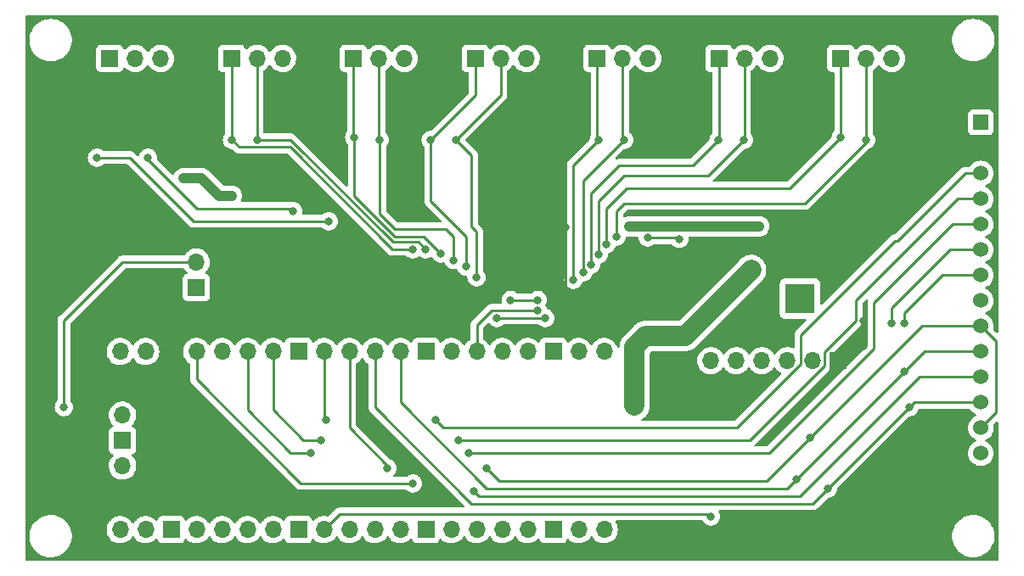
<source format=gbr>
%TF.GenerationSoftware,KiCad,Pcbnew,(6.0.1)*%
%TF.CreationDate,2022-11-17T10:08:14-05:00*%
%TF.ProjectId,ThermixelCtrl,54686572-6d69-4786-956c-4374726c2e6b,rev?*%
%TF.SameCoordinates,Original*%
%TF.FileFunction,Copper,L2,Bot*%
%TF.FilePolarity,Positive*%
%FSLAX46Y46*%
G04 Gerber Fmt 4.6, Leading zero omitted, Abs format (unit mm)*
G04 Created by KiCad (PCBNEW (6.0.1)) date 2022-11-17 10:08:14*
%MOMM*%
%LPD*%
G01*
G04 APERTURE LIST*
%TA.AperFunction,ComponentPad*%
%ADD10R,1.700000X1.700000*%
%TD*%
%TA.AperFunction,ComponentPad*%
%ADD11O,1.700000X1.700000*%
%TD*%
%TA.AperFunction,ComponentPad*%
%ADD12R,3.000000X3.000000*%
%TD*%
%TA.AperFunction,ComponentPad*%
%ADD13C,3.000000*%
%TD*%
%TA.AperFunction,ComponentPad*%
%ADD14R,1.524000X1.524000*%
%TD*%
%TA.AperFunction,ComponentPad*%
%ADD15C,1.524000*%
%TD*%
%TA.AperFunction,ViaPad*%
%ADD16C,0.800000*%
%TD*%
%TA.AperFunction,Conductor*%
%ADD17C,0.250000*%
%TD*%
%TA.AperFunction,Conductor*%
%ADD18C,1.000000*%
%TD*%
%TA.AperFunction,Conductor*%
%ADD19C,2.000000*%
%TD*%
G04 APERTURE END LIST*
D10*
%TO.P,J3,1,Pin_1*%
%TO.N,GND*%
X81534000Y-34995000D03*
D11*
%TO.P,J3,2,Pin_2*%
%TO.N,5V*%
X78994000Y-34995000D03*
%TO.P,J3,3,Pin_3*%
%TO.N,SPI_MISO*%
X76454000Y-34995000D03*
%TO.P,J3,4,Pin_4*%
%TO.N,SPI_MOSI*%
X73914000Y-34995000D03*
%TO.P,J3,5,Pin_5*%
%TO.N,SPI_CLK*%
X71374000Y-34995000D03*
%TO.P,J3,6,Pin_6*%
%TO.N,SD_CS*%
X68834000Y-34995000D03*
%TD*%
D10*
%TO.P,J4,1,Pin_1*%
%TO.N,SD0*%
X8890000Y-4826000D03*
D11*
%TO.P,J4,2,Pin_2*%
%TO.N,SC0*%
X11430000Y-4826000D03*
%TO.P,J4,3,Pin_3*%
%TO.N,5V*%
X13970000Y-4826000D03*
%TO.P,J4,4,Pin_4*%
%TO.N,GND*%
X16510000Y-4826000D03*
%TD*%
D10*
%TO.P,J5,1,Pin_1*%
%TO.N,SD1*%
X21039666Y-4826000D03*
D11*
%TO.P,J5,2,Pin_2*%
%TO.N,SC1*%
X23579666Y-4826000D03*
%TO.P,J5,3,Pin_3*%
%TO.N,5V*%
X26119666Y-4826000D03*
%TO.P,J5,4,Pin_4*%
%TO.N,GND*%
X28659666Y-4826000D03*
%TD*%
D10*
%TO.P,J6,1,Pin_1*%
%TO.N,SD2*%
X33189332Y-4826000D03*
D11*
%TO.P,J6,2,Pin_2*%
%TO.N,SC2*%
X35729332Y-4826000D03*
%TO.P,J6,3,Pin_3*%
%TO.N,5V*%
X38269332Y-4826000D03*
%TO.P,J6,4,Pin_4*%
%TO.N,GND*%
X40809332Y-4826000D03*
%TD*%
D10*
%TO.P,J7,1,Pin_1*%
%TO.N,SD3*%
X45338998Y-4826000D03*
D11*
%TO.P,J7,2,Pin_2*%
%TO.N,SC3*%
X47878998Y-4826000D03*
%TO.P,J7,3,Pin_3*%
%TO.N,5V*%
X50418998Y-4826000D03*
%TO.P,J7,4,Pin_4*%
%TO.N,GND*%
X52958998Y-4826000D03*
%TD*%
D10*
%TO.P,J8,1,Pin_1*%
%TO.N,SD4*%
X57488664Y-4826000D03*
D11*
%TO.P,J8,2,Pin_2*%
%TO.N,SC4*%
X60028664Y-4826000D03*
%TO.P,J8,3,Pin_3*%
%TO.N,5V*%
X62568664Y-4826000D03*
%TO.P,J8,4,Pin_4*%
%TO.N,GND*%
X65108664Y-4826000D03*
%TD*%
D10*
%TO.P,J9,1,Pin_1*%
%TO.N,SD5*%
X69638330Y-4826000D03*
D11*
%TO.P,J9,2,Pin_2*%
%TO.N,SC5*%
X72178330Y-4826000D03*
%TO.P,J9,3,Pin_3*%
%TO.N,5V*%
X74718330Y-4826000D03*
%TO.P,J9,4,Pin_4*%
%TO.N,GND*%
X77258330Y-4826000D03*
%TD*%
D10*
%TO.P,J10,1,Pin_1*%
%TO.N,SD6*%
X81788000Y-4826000D03*
D11*
%TO.P,J10,2,Pin_2*%
%TO.N,SC6*%
X84328000Y-4826000D03*
%TO.P,J10,3,Pin_3*%
%TO.N,5V*%
X86868000Y-4826000D03*
%TO.P,J10,4,Pin_4*%
%TO.N,GND*%
X89408000Y-4826000D03*
%TD*%
%TO.P,U2,1,GPIO0*%
%TO.N,unconnected-(U2-Pad1)*%
X58200000Y-34077600D03*
%TO.P,U2,2,GPIO1*%
%TO.N,unconnected-(U2-Pad2)*%
X55660000Y-34077600D03*
D10*
%TO.P,U2,3,GND*%
%TO.N,unconnected-(U2-Pad3)*%
X53120000Y-34077600D03*
D11*
%TO.P,U2,4,GPIO2*%
%TO.N,SDA_1*%
X50580000Y-34077600D03*
%TO.P,U2,5,GPIO3*%
%TO.N,SCL_1*%
X48040000Y-34077600D03*
%TO.P,U2,6,GPIO4*%
%TO.N,SDA_0*%
X45500000Y-34077600D03*
%TO.P,U2,7,GPIO5*%
%TO.N,SCL_0*%
X42960000Y-34077600D03*
D10*
%TO.P,U2,8,GND*%
%TO.N,unconnected-(U2-Pad8)*%
X40420000Y-34077600D03*
D11*
%TO.P,U2,9,GPIO6*%
%TO.N,SPI_CLK*%
X37880000Y-34077600D03*
%TO.P,U2,10,GPIO7*%
%TO.N,SPI_MOSI*%
X35340000Y-34077600D03*
%TO.P,U2,11,GPIO8*%
%TO.N,SPI_MISO*%
X32800000Y-34077600D03*
%TO.P,U2,12,GPIO9*%
%TO.N,TFT_CS*%
X30260000Y-34077600D03*
D10*
%TO.P,U2,13,GND*%
%TO.N,unconnected-(U2-Pad13)*%
X27720000Y-34077600D03*
D11*
%TO.P,U2,14,GPIO10*%
%TO.N,RST*%
X25180000Y-34077600D03*
%TO.P,U2,15,GPIO11*%
%TO.N,DC*%
X22640000Y-34077600D03*
%TO.P,U2,16,GPIO12*%
%TO.N,unconnected-(U2-Pad16)*%
X20100000Y-34077600D03*
%TO.P,U2,17,GPIO13*%
%TO.N,T_CS*%
X17560000Y-34077600D03*
D10*
%TO.P,U2,18,GND*%
%TO.N,GND*%
X15020000Y-34077600D03*
D11*
%TO.P,U2,19,GPIO14*%
%TO.N,unconnected-(U2-Pad19)*%
X12480000Y-34077600D03*
%TO.P,U2,20,GPIO15*%
%TO.N,unconnected-(U2-Pad20)*%
X9940000Y-34077600D03*
%TO.P,U2,21,GPIO16*%
%TO.N,NEOPIXEL*%
X9940000Y-51857600D03*
%TO.P,U2,22,GPIO17*%
%TO.N,unconnected-(U2-Pad22)*%
X12480000Y-51857600D03*
D10*
%TO.P,U2,23,GND*%
%TO.N,unconnected-(U2-Pad23)*%
X15020000Y-51857600D03*
D11*
%TO.P,U2,24,GPIO18*%
%TO.N,unconnected-(U2-Pad24)*%
X17560000Y-51857600D03*
%TO.P,U2,25,GPIO19*%
%TO.N,unconnected-(U2-Pad25)*%
X20100000Y-51857600D03*
%TO.P,U2,26,GPIO20*%
%TO.N,unconnected-(U2-Pad26)*%
X22640000Y-51857600D03*
%TO.P,U2,27,GPIO21*%
%TO.N,unconnected-(U2-Pad27)*%
X25180000Y-51857600D03*
D10*
%TO.P,U2,28,GND*%
%TO.N,unconnected-(U2-Pad28)*%
X27720000Y-51857600D03*
D11*
%TO.P,U2,29,GPIO22*%
%TO.N,SD_CS*%
X30260000Y-51857600D03*
%TO.P,U2,30,RUN*%
%TO.N,unconnected-(U2-Pad30)*%
X32800000Y-51857600D03*
%TO.P,U2,31,GPIO26_ADC0*%
%TO.N,unconnected-(U2-Pad31)*%
X35340000Y-51857600D03*
%TO.P,U2,32,GPIO27_ADC1*%
%TO.N,unconnected-(U2-Pad32)*%
X37880000Y-51857600D03*
D10*
%TO.P,U2,33,AGND*%
%TO.N,unconnected-(U2-Pad33)*%
X40420000Y-51857600D03*
D11*
%TO.P,U2,34,GPIO28_ADC2*%
%TO.N,unconnected-(U2-Pad34)*%
X42960000Y-51857600D03*
%TO.P,U2,35,ADC_VREF*%
%TO.N,unconnected-(U2-Pad35)*%
X45500000Y-51857600D03*
%TO.P,U2,36,3V3*%
%TO.N,+3V3*%
X48040000Y-51857600D03*
%TO.P,U2,37,3V3_EN*%
%TO.N,unconnected-(U2-Pad37)*%
X50580000Y-51857600D03*
D10*
%TO.P,U2,38,GND*%
%TO.N,unconnected-(U2-Pad38)*%
X53120000Y-51857600D03*
D11*
%TO.P,U2,39,VSYS*%
%TO.N,5V*%
X55660000Y-51857600D03*
%TO.P,U2,40,VBUS*%
%TO.N,unconnected-(U2-Pad40)*%
X58200000Y-51857600D03*
%TO.P,U2,41,SWCLK*%
%TO.N,unconnected-(U2-Pad41)*%
X10170000Y-40427600D03*
D10*
%TO.P,U2,42,GND*%
%TO.N,unconnected-(U2-Pad42)*%
X10170000Y-42967600D03*
D11*
%TO.P,U2,43,SWDIO*%
%TO.N,unconnected-(U2-Pad43)*%
X10170000Y-45507600D03*
%TD*%
D10*
%TO.P,J2,1,Pin_1*%
%TO.N,5V*%
X17526000Y-27686000D03*
D11*
%TO.P,J2,2,Pin_2*%
%TO.N,Net-(J2-Pad2)*%
X17526000Y-25146000D03*
%TO.P,J2,3,Pin_3*%
%TO.N,GND*%
X17526000Y-22606000D03*
%TD*%
D12*
%TO.P,J1,1,Pin_1*%
%TO.N,/+5V_PSU*%
X77720000Y-28800000D03*
D13*
%TO.P,J1,2,Pin_2*%
%TO.N,GND*%
X77720000Y-23720000D03*
%TD*%
D14*
%TO.P,DIS1,1,VCC*%
%TO.N,+3V3*%
X95750000Y-11220000D03*
D15*
%TO.P,DIS1,2,GND*%
%TO.N,GND*%
X95750000Y-13760000D03*
%TO.P,DIS1,3,CS*%
%TO.N,TFT_CS*%
X95750000Y-16300000D03*
%TO.P,DIS1,4,RST*%
%TO.N,RST*%
X95750000Y-18840000D03*
%TO.P,DIS1,5,DC*%
%TO.N,DC*%
X95750000Y-21380000D03*
%TO.P,DIS1,6,MOSI*%
%TO.N,SPI_MOSI*%
X95750000Y-23920000D03*
%TO.P,DIS1,7,SCK*%
%TO.N,SPI_CLK*%
X95750000Y-26460000D03*
%TO.P,DIS1,8,LED*%
%TO.N,+3V3*%
X95750000Y-29000000D03*
%TO.P,DIS1,9,MISO*%
%TO.N,SPI_MISO*%
X95750000Y-31540000D03*
%TO.P,DIS1,10,T_CLK*%
%TO.N,SPI_CLK*%
X95750000Y-34080000D03*
%TO.P,DIS1,11,T_CS*%
%TO.N,T_CS*%
X95750000Y-36620000D03*
%TO.P,DIS1,12,T_DIN*%
%TO.N,SPI_MOSI*%
X95750000Y-39160000D03*
%TO.P,DIS1,13,T_DO*%
%TO.N,SPI_MISO*%
X95750000Y-41700000D03*
%TO.P,DIS1,14,T_IRQ*%
%TO.N,unconnected-(DIS1-Pad14)*%
X95750000Y-44240000D03*
%TD*%
D16*
%TO.N,GND*%
X63758299Y-25649701D03*
%TO.N,TFT_CS*%
X30480000Y-40894000D03*
X41402000Y-40894000D03*
%TO.N,GND*%
X84074000Y-33528000D03*
X84074000Y-30988000D03*
%TO.N,SPI_MISO*%
X78740000Y-42672000D03*
%TO.N,SPI_MOSI*%
X80518000Y-47752000D03*
%TO.N,SPI_CLK*%
X77343000Y-46863000D03*
%TO.N,SD_CS*%
X68834000Y-50546000D03*
%TO.N,GND*%
X49098200Y-26822400D03*
X54305200Y-21691600D03*
X62357000Y-26695400D03*
X57988200Y-29032200D03*
%TO.N,+3V3*%
X73660000Y-21590000D03*
X16256000Y-16764000D03*
X21082000Y-18542000D03*
X60706000Y-21590000D03*
%TO.N,5V*%
X62534800Y-22707600D03*
X61239400Y-39471600D03*
X72847200Y-25933400D03*
X65684400Y-22834600D03*
%TO.N,SC0*%
X27178000Y-20066000D03*
X12700000Y-14732000D03*
%TO.N,SD0*%
X7620000Y-14732000D03*
X30734000Y-21082000D03*
%TO.N,SC1*%
X40386000Y-23876000D03*
X23622000Y-12954000D03*
%TO.N,SD1*%
X21082000Y-12954000D03*
X39116000Y-23876000D03*
%TO.N,SC2*%
X35814000Y-12954000D03*
X43180000Y-24959500D03*
%TO.N,SD2*%
X33274000Y-12700000D03*
X41910000Y-24309500D03*
%TO.N,SC3*%
X45466000Y-26670000D03*
X43434000Y-12954000D03*
%TO.N,SD3*%
X40894000Y-12954000D03*
X44450000Y-25609500D03*
%TO.N,SC4*%
X56134000Y-26162000D03*
X60198000Y-12954000D03*
%TO.N,SD4*%
X57658000Y-12954000D03*
X55118000Y-26924000D03*
%TO.N,SC5*%
X57658000Y-24384000D03*
X72136000Y-12954000D03*
%TO.N,SD5*%
X56896000Y-25400000D03*
X69596000Y-12954000D03*
%TO.N,SC6*%
X84328000Y-12954000D03*
X59436000Y-22606000D03*
%TO.N,SD6*%
X58420000Y-23368000D03*
X81788000Y-12700000D03*
%TO.N,SCL_1*%
X51562000Y-28930600D03*
X48869600Y-28930600D03*
%TO.N,RST*%
X29972000Y-42926000D03*
X43688000Y-42926000D03*
%TO.N,DC*%
X44704000Y-44196000D03*
X28956000Y-44196000D03*
%TO.N,SPI_MOSI*%
X88646000Y-39624000D03*
X86868000Y-31242000D03*
%TO.N,SPI_CLK*%
X88138000Y-36068000D03*
X88138000Y-31242000D03*
%TO.N,SPI_MISO*%
X36576000Y-45720000D03*
X46482000Y-45720000D03*
%TO.N,T_CS*%
X45212000Y-48006000D03*
X39116000Y-47244000D03*
%TO.N,SDA_0*%
X51562000Y-29972000D03*
%TO.N,SCL_0*%
X52324000Y-30734000D03*
X47498000Y-30734000D03*
%TO.N,Net-(J2-Pad2)*%
X4318000Y-39624000D03*
%TD*%
D17*
%TO.N,Net-(J2-Pad2)*%
X4318000Y-30988000D02*
X10160000Y-25146000D01*
X10160000Y-25146000D02*
X17526000Y-25146000D01*
X4318000Y-39624000D02*
X4318000Y-30988000D01*
%TO.N,SC3*%
X44958000Y-21590000D02*
X44958000Y-14478000D01*
X45466000Y-22098000D02*
X44958000Y-21590000D01*
X44958000Y-14478000D02*
X43434000Y-12954000D01*
X45466000Y-26670000D02*
X45466000Y-22098000D01*
%TO.N,SD1*%
X21806511Y-13678511D02*
X21082000Y-12954000D01*
X26886511Y-13678511D02*
X21806511Y-13678511D01*
X37084000Y-23876000D02*
X26886511Y-13678511D01*
X39116000Y-23876000D02*
X37084000Y-23876000D01*
%TO.N,SD3*%
X40894000Y-19050000D02*
X40894000Y-12954000D01*
X44450000Y-25609500D02*
X44450000Y-22606000D01*
X44450000Y-22606000D02*
X40894000Y-19050000D01*
%TO.N,SC2*%
X42418000Y-21844000D02*
X37338000Y-21844000D01*
X43180000Y-24959500D02*
X43180000Y-22606000D01*
X37338000Y-21844000D02*
X35814000Y-20320000D01*
X43180000Y-22606000D02*
X42418000Y-21844000D01*
X35814000Y-20320000D02*
X35814000Y-12954000D01*
%TO.N,SD2*%
X37338000Y-22606000D02*
X33274000Y-18542000D01*
X41910000Y-24309500D02*
X40206500Y-22606000D01*
X33274000Y-18542000D02*
X33274000Y-12700000D01*
X40206500Y-22606000D02*
X37338000Y-22606000D01*
%TO.N,SC1*%
X37121489Y-23151489D02*
X26924000Y-12954000D01*
X39661489Y-23151489D02*
X37121489Y-23151489D01*
X40386000Y-23876000D02*
X39661489Y-23151489D01*
X26924000Y-12954000D02*
X23622000Y-12954000D01*
%TO.N,SC0*%
X17629953Y-19812000D02*
X26924000Y-19812000D01*
X12700000Y-14882047D02*
X17629953Y-19812000D01*
X12700000Y-14732000D02*
X12700000Y-14882047D01*
X26924000Y-19812000D02*
X27178000Y-20066000D01*
%TO.N,SD0*%
X17272000Y-21082000D02*
X30734000Y-21082000D01*
X10922000Y-14732000D02*
X17272000Y-21082000D01*
X7620000Y-14732000D02*
X10922000Y-14732000D01*
%TO.N,GND*%
X64274700Y-25920700D02*
X63500000Y-26695400D01*
X64029298Y-25920700D02*
X64274700Y-25920700D01*
X67284600Y-22910800D02*
X64274700Y-25920700D01*
X63758299Y-25649701D02*
X64029298Y-25920700D01*
%TO.N,RST*%
X93428000Y-18840000D02*
X95750000Y-18840000D01*
X83312000Y-30988000D02*
X83312000Y-28956000D01*
X83312000Y-28956000D02*
X93428000Y-18840000D01*
X80168511Y-35481499D02*
X80168511Y-34131489D01*
X72724010Y-42926000D02*
X80168511Y-35481499D01*
X80168511Y-34131489D02*
X83312000Y-30988000D01*
X43688000Y-42926000D02*
X72724010Y-42926000D01*
%TO.N,TFT_CS*%
X77819489Y-35290521D02*
X71442889Y-41667121D01*
X87485489Y-23004511D02*
X87231489Y-23004511D01*
X71442889Y-41667121D02*
X42175121Y-41667121D01*
X42175121Y-41667121D02*
X41402000Y-40894000D01*
X94190000Y-16300000D02*
X87485489Y-23004511D01*
X77819489Y-32416511D02*
X77819489Y-35290521D01*
X95750000Y-16300000D02*
X94190000Y-16300000D01*
X87231489Y-23004511D02*
X77819489Y-32416511D01*
X30260000Y-40674000D02*
X30260000Y-34077600D01*
X30480000Y-40894000D02*
X30260000Y-40674000D01*
%TO.N,GND*%
X84074000Y-33528000D02*
X84074000Y-30988000D01*
%TO.N,SPI_MISO*%
X78740000Y-42672000D02*
X89872000Y-31540000D01*
X74444879Y-46967121D02*
X78740000Y-42672000D01*
%TO.N,SPI_MOSI*%
X80518000Y-47752000D02*
X78994000Y-49276000D01*
X89110000Y-39160000D02*
X80518000Y-47752000D01*
%TO.N,SPI_CLK*%
X77343000Y-46863000D02*
X76454000Y-47752000D01*
X88138000Y-36068000D02*
X77343000Y-46863000D01*
%TO.N,SD_CS*%
X31825600Y-50292000D02*
X30260000Y-51857600D01*
X68580000Y-50292000D02*
X31825600Y-50292000D01*
X68834000Y-50546000D02*
X68580000Y-50292000D01*
%TO.N,SPI_MOSI*%
X78994000Y-49276000D02*
X44958000Y-49276000D01*
X35340000Y-39658000D02*
X35340000Y-34077600D01*
X95750000Y-39160000D02*
X89110000Y-39160000D01*
X44958000Y-49276000D02*
X35340000Y-39658000D01*
%TO.N,T_CS*%
X45720000Y-48514000D02*
X77724000Y-48514000D01*
X77724000Y-48514000D02*
X89618000Y-36620000D01*
X45212000Y-48006000D02*
X45720000Y-48514000D01*
X89618000Y-36620000D02*
X95750000Y-36620000D01*
%TO.N,SPI_CLK*%
X37880000Y-39150000D02*
X37880000Y-34077600D01*
X46482000Y-47752000D02*
X37880000Y-39150000D01*
X76454000Y-47752000D02*
X46482000Y-47752000D01*
%TO.N,GND*%
X53213000Y-29083000D02*
X50952400Y-26822400D01*
X76910800Y-22910800D02*
X67284600Y-22910800D01*
X54305200Y-28295600D02*
X53517800Y-29083000D01*
X57937400Y-29083000D02*
X53517800Y-29083000D01*
X57988200Y-29032200D02*
X57937400Y-29083000D01*
X77720000Y-23720000D02*
X76910800Y-22910800D01*
X54305200Y-21691600D02*
X54305200Y-28295600D01*
X50952400Y-26822400D02*
X49098200Y-26822400D01*
X53517800Y-29083000D02*
X53213000Y-29083000D01*
X63500000Y-26695400D02*
X62357000Y-26695400D01*
D18*
%TO.N,+3V3*%
X16256000Y-16764000D02*
X18034000Y-16764000D01*
X19812000Y-18542000D02*
X21082000Y-18542000D01*
X60706000Y-21590000D02*
X73660000Y-21590000D01*
X18034000Y-16764000D02*
X19812000Y-18542000D01*
D19*
%TO.N,5V*%
X72847200Y-25933400D02*
X72847200Y-25958800D01*
X72847200Y-25958800D02*
X66294000Y-32512000D01*
X62331600Y-32512000D02*
X61239400Y-33604200D01*
D17*
X62534800Y-22707600D02*
X65557400Y-22707600D01*
D19*
X61239400Y-33604200D02*
X61239400Y-39471600D01*
D17*
X65557400Y-22707600D02*
X65684400Y-22834600D01*
D19*
X66294000Y-32512000D02*
X62331600Y-32512000D01*
D17*
%TO.N,SC1*%
X23622000Y-12954000D02*
X23579666Y-12911666D01*
X23579666Y-12911666D02*
X23579666Y-4826000D01*
%TO.N,SD1*%
X21039666Y-12911666D02*
X21039666Y-4826000D01*
X21082000Y-12954000D02*
X21039666Y-12911666D01*
%TO.N,SC2*%
X35814000Y-12954000D02*
X35729332Y-12869332D01*
X35729332Y-12869332D02*
X35729332Y-4826000D01*
%TO.N,SD2*%
X33189332Y-12615332D02*
X33189332Y-4826000D01*
X33274000Y-12700000D02*
X33189332Y-12615332D01*
%TO.N,SC3*%
X43434000Y-12954000D02*
X47878998Y-8509002D01*
X47878998Y-8509002D02*
X47878998Y-4826000D01*
%TO.N,SD3*%
X40894000Y-12954000D02*
X45338998Y-8509002D01*
X45338998Y-8509002D02*
X45338998Y-4826000D01*
%TO.N,SC4*%
X60028664Y-12784664D02*
X60028664Y-4826000D01*
X60198000Y-12954000D02*
X56134000Y-17018000D01*
X56134000Y-17018000D02*
X56134000Y-26162000D01*
X60198000Y-12954000D02*
X60028664Y-12784664D01*
%TO.N,SD4*%
X57488664Y-12784664D02*
X57488664Y-4826000D01*
X55118000Y-15494000D02*
X55118000Y-26924000D01*
X57658000Y-12954000D02*
X55118000Y-15494000D01*
X57658000Y-12954000D02*
X57488664Y-12784664D01*
%TO.N,SC5*%
X72136000Y-12954000D02*
X68580000Y-16510000D01*
X60198000Y-16510000D02*
X58928000Y-17780000D01*
X58928000Y-17780000D02*
X57658000Y-19050000D01*
X72136000Y-12954000D02*
X72178330Y-12911670D01*
X64516000Y-16510000D02*
X60198000Y-16510000D01*
X57658000Y-19050000D02*
X57658000Y-24384000D01*
X72178330Y-12911670D02*
X72178330Y-4826000D01*
X68580000Y-16510000D02*
X64516000Y-16510000D01*
%TO.N,SD5*%
X69596000Y-12954000D02*
X69638330Y-12911670D01*
X57658000Y-17526000D02*
X56896000Y-18288000D01*
X56896000Y-18288000D02*
X56896000Y-25400000D01*
X59690000Y-15494000D02*
X57658000Y-17526000D01*
X69596000Y-12954000D02*
X67056000Y-15494000D01*
X69638330Y-12911670D02*
X69638330Y-4826000D01*
X61468000Y-15494000D02*
X59690000Y-15494000D01*
X67056000Y-15494000D02*
X61468000Y-15494000D01*
%TO.N,SC6*%
X84582000Y-12954000D02*
X78232000Y-19304000D01*
X84328000Y-12954000D02*
X84328000Y-4826000D01*
X78232000Y-19304000D02*
X60198000Y-19304000D01*
X59436000Y-20066000D02*
X59436000Y-22606000D01*
X84328000Y-12954000D02*
X84582000Y-12954000D01*
X60198000Y-19304000D02*
X59436000Y-20066000D01*
%TO.N,SD6*%
X69088000Y-17780000D02*
X60452000Y-17780000D01*
X59690000Y-18542000D02*
X58420000Y-19812000D01*
X60452000Y-17780000D02*
X59690000Y-18542000D01*
X58420000Y-19812000D02*
X58420000Y-23368000D01*
X76708000Y-17780000D02*
X69088000Y-17780000D01*
X81788000Y-12700000D02*
X76708000Y-17780000D01*
X81788000Y-12700000D02*
X81788000Y-4826000D01*
%TO.N,SCL_1*%
X48869600Y-28930600D02*
X51562000Y-28930600D01*
%TO.N,RST*%
X29972000Y-42926000D02*
X28194000Y-42926000D01*
X25180000Y-39912000D02*
X25180000Y-34077600D01*
X28194000Y-42926000D02*
X25180000Y-39912000D01*
%TO.N,DC*%
X85090000Y-29210000D02*
X92920000Y-21380000D01*
X92920000Y-21380000D02*
X95750000Y-21380000D01*
X85090000Y-33782000D02*
X85090000Y-29210000D01*
X44704000Y-44196000D02*
X74676000Y-44196000D01*
X28956000Y-44196000D02*
X26924000Y-44196000D01*
X22640000Y-39912000D02*
X22640000Y-34077600D01*
X74676000Y-44196000D02*
X85090000Y-33782000D01*
X26924000Y-44196000D02*
X22640000Y-39912000D01*
%TO.N,SPI_MOSI*%
X86868000Y-31242000D02*
X86868000Y-29718000D01*
X92666000Y-23920000D02*
X95750000Y-23920000D01*
X86868000Y-29718000D02*
X92666000Y-23920000D01*
%TO.N,SPI_CLK*%
X88138000Y-30226000D02*
X91904000Y-26460000D01*
X90126000Y-34080000D02*
X88138000Y-36068000D01*
X95750000Y-34080000D02*
X90126000Y-34080000D01*
X91904000Y-26460000D02*
X95750000Y-26460000D01*
X88138000Y-31242000D02*
X88138000Y-30226000D01*
%TO.N,SPI_MISO*%
X36576000Y-45466000D02*
X32800000Y-41690000D01*
X89872000Y-31540000D02*
X95750000Y-31540000D01*
X47729121Y-46967121D02*
X74444879Y-46967121D01*
X36576000Y-45720000D02*
X36576000Y-45466000D01*
X97282000Y-33072000D02*
X95750000Y-31540000D01*
X97282000Y-40168000D02*
X97282000Y-33072000D01*
X95750000Y-41700000D02*
X97282000Y-40168000D01*
X32800000Y-41690000D02*
X32800000Y-34077600D01*
X46482000Y-45720000D02*
X47729121Y-46967121D01*
%TO.N,T_CS*%
X17560000Y-36864000D02*
X17560000Y-34077600D01*
X27940000Y-47244000D02*
X17560000Y-36864000D01*
X39116000Y-47244000D02*
X27940000Y-47244000D01*
%TO.N,SDA_0*%
X46990000Y-29972000D02*
X45500000Y-31462000D01*
X51562000Y-29972000D02*
X46990000Y-29972000D01*
X45500000Y-31462000D02*
X45500000Y-34077600D01*
%TO.N,SCL_0*%
X52324000Y-30734000D02*
X47498000Y-30734000D01*
%TD*%
%TA.AperFunction,Conductor*%
%TO.N,GND*%
G36*
X97434121Y-528002D02*
G01*
X97480614Y-581658D01*
X97492000Y-634000D01*
X97492000Y-32081905D01*
X97471998Y-32150026D01*
X97418342Y-32196519D01*
X97348068Y-32206623D01*
X97283488Y-32177129D01*
X97276905Y-32171000D01*
X97028126Y-31922221D01*
X96994100Y-31859909D01*
X96995515Y-31800514D01*
X97004553Y-31766783D01*
X97004554Y-31766777D01*
X97005978Y-31761463D01*
X97025353Y-31540000D01*
X97005978Y-31318537D01*
X96963562Y-31160238D01*
X96949863Y-31109114D01*
X96949862Y-31109112D01*
X96948440Y-31103804D01*
X96941444Y-31088801D01*
X96856814Y-30907311D01*
X96856811Y-30907306D01*
X96854488Y-30902324D01*
X96851331Y-30897815D01*
X96730136Y-30724730D01*
X96730134Y-30724727D01*
X96726977Y-30720219D01*
X96569781Y-30563023D01*
X96565273Y-30559866D01*
X96565270Y-30559864D01*
X96482313Y-30501777D01*
X96387677Y-30435512D01*
X96382695Y-30433189D01*
X96382690Y-30433186D01*
X96277627Y-30384195D01*
X96224342Y-30337278D01*
X96204881Y-30269001D01*
X96225423Y-30201041D01*
X96277627Y-30155805D01*
X96382690Y-30106814D01*
X96382695Y-30106811D01*
X96387677Y-30104488D01*
X96564887Y-29980404D01*
X96565270Y-29980136D01*
X96565273Y-29980134D01*
X96569781Y-29976977D01*
X96726977Y-29819781D01*
X96826299Y-29677935D01*
X96851331Y-29642185D01*
X96851332Y-29642183D01*
X96854488Y-29637676D01*
X96856811Y-29632694D01*
X96856814Y-29632689D01*
X96946117Y-29441178D01*
X96946118Y-29441177D01*
X96948440Y-29436196D01*
X96951317Y-29425461D01*
X96974634Y-29338438D01*
X97005978Y-29221463D01*
X97025353Y-29000000D01*
X97005978Y-28778537D01*
X96954798Y-28587531D01*
X96949863Y-28569114D01*
X96949862Y-28569112D01*
X96948440Y-28563804D01*
X96925719Y-28515079D01*
X96856814Y-28367311D01*
X96856811Y-28367306D01*
X96854488Y-28362324D01*
X96805703Y-28292651D01*
X96730136Y-28184730D01*
X96730134Y-28184727D01*
X96726977Y-28180219D01*
X96569781Y-28023023D01*
X96565273Y-28019866D01*
X96565270Y-28019864D01*
X96489505Y-27966813D01*
X96387677Y-27895512D01*
X96382695Y-27893189D01*
X96382690Y-27893186D01*
X96277627Y-27844195D01*
X96224342Y-27797278D01*
X96204881Y-27729001D01*
X96225423Y-27661041D01*
X96277627Y-27615805D01*
X96382690Y-27566814D01*
X96382695Y-27566811D01*
X96387677Y-27564488D01*
X96489505Y-27493187D01*
X96565270Y-27440136D01*
X96565273Y-27440134D01*
X96569781Y-27436977D01*
X96726977Y-27279781D01*
X96746524Y-27251866D01*
X96851331Y-27102185D01*
X96851332Y-27102183D01*
X96854488Y-27097676D01*
X96856811Y-27092694D01*
X96856814Y-27092689D01*
X96946117Y-26901178D01*
X96946118Y-26901177D01*
X96948440Y-26896196D01*
X97005978Y-26681463D01*
X97025353Y-26460000D01*
X97005978Y-26238537D01*
X96948440Y-26023804D01*
X96942326Y-26010693D01*
X96856814Y-25827311D01*
X96856811Y-25827306D01*
X96854488Y-25822324D01*
X96851331Y-25817815D01*
X96730136Y-25644730D01*
X96730134Y-25644727D01*
X96726977Y-25640219D01*
X96569781Y-25483023D01*
X96565273Y-25479866D01*
X96565270Y-25479864D01*
X96432402Y-25386829D01*
X96387677Y-25355512D01*
X96382695Y-25353189D01*
X96382690Y-25353186D01*
X96277627Y-25304195D01*
X96224342Y-25257278D01*
X96204881Y-25189001D01*
X96225423Y-25121041D01*
X96277627Y-25075805D01*
X96382690Y-25026814D01*
X96382695Y-25026811D01*
X96387677Y-25024488D01*
X96524730Y-24928522D01*
X96565270Y-24900136D01*
X96565273Y-24900134D01*
X96569781Y-24896977D01*
X96726977Y-24739781D01*
X96738459Y-24723384D01*
X96851331Y-24562185D01*
X96851332Y-24562183D01*
X96854488Y-24557676D01*
X96856811Y-24552694D01*
X96856814Y-24552689D01*
X96946117Y-24361178D01*
X96946118Y-24361177D01*
X96948440Y-24356196D01*
X97005978Y-24141463D01*
X97025353Y-23920000D01*
X97005978Y-23698537D01*
X96957705Y-23518382D01*
X96949863Y-23489114D01*
X96949862Y-23489112D01*
X96948440Y-23483804D01*
X96937637Y-23460637D01*
X96856814Y-23287311D01*
X96856811Y-23287306D01*
X96854488Y-23282324D01*
X96851331Y-23277815D01*
X96730136Y-23104730D01*
X96730134Y-23104727D01*
X96726977Y-23100219D01*
X96569781Y-22943023D01*
X96565273Y-22939866D01*
X96565270Y-22939864D01*
X96414937Y-22834600D01*
X96387677Y-22815512D01*
X96382695Y-22813189D01*
X96382690Y-22813186D01*
X96277627Y-22764195D01*
X96224342Y-22717278D01*
X96204881Y-22649001D01*
X96225423Y-22581041D01*
X96277627Y-22535805D01*
X96382690Y-22486814D01*
X96382695Y-22486811D01*
X96387677Y-22484488D01*
X96505032Y-22402315D01*
X96565270Y-22360136D01*
X96565273Y-22360134D01*
X96569781Y-22356977D01*
X96726977Y-22199781D01*
X96743095Y-22176763D01*
X96851331Y-22022185D01*
X96851332Y-22022183D01*
X96854488Y-22017676D01*
X96856811Y-22012694D01*
X96856814Y-22012689D01*
X96946117Y-21821178D01*
X96946118Y-21821177D01*
X96948440Y-21816196D01*
X96950312Y-21809212D01*
X96979012Y-21702099D01*
X97005978Y-21601463D01*
X97025353Y-21380000D01*
X97005978Y-21158537D01*
X96948440Y-20943804D01*
X96946117Y-20938822D01*
X96856814Y-20747311D01*
X96856811Y-20747306D01*
X96854488Y-20742324D01*
X96851331Y-20737815D01*
X96730136Y-20564730D01*
X96730134Y-20564727D01*
X96726977Y-20560219D01*
X96569781Y-20403023D01*
X96565273Y-20399866D01*
X96565270Y-20399864D01*
X96415170Y-20294763D01*
X96387677Y-20275512D01*
X96382695Y-20273189D01*
X96382690Y-20273186D01*
X96277627Y-20224195D01*
X96224342Y-20177278D01*
X96204881Y-20109001D01*
X96225423Y-20041041D01*
X96277627Y-19995805D01*
X96382690Y-19946814D01*
X96382695Y-19946811D01*
X96387677Y-19944488D01*
X96540380Y-19837564D01*
X96565270Y-19820136D01*
X96565273Y-19820134D01*
X96569781Y-19816977D01*
X96726977Y-19659781D01*
X96802030Y-19552595D01*
X96851331Y-19482185D01*
X96851332Y-19482183D01*
X96854488Y-19477676D01*
X96856811Y-19472694D01*
X96856814Y-19472689D01*
X96946117Y-19281178D01*
X96946118Y-19281177D01*
X96948440Y-19276196D01*
X97005978Y-19061463D01*
X97025353Y-18840000D01*
X97005978Y-18618537D01*
X96967503Y-18474949D01*
X96949863Y-18409114D01*
X96949862Y-18409112D01*
X96948440Y-18403804D01*
X96945955Y-18398474D01*
X96856814Y-18207311D01*
X96856811Y-18207306D01*
X96854488Y-18202324D01*
X96851331Y-18197815D01*
X96730136Y-18024730D01*
X96730134Y-18024727D01*
X96726977Y-18020219D01*
X96569781Y-17863023D01*
X96565273Y-17859866D01*
X96565270Y-17859864D01*
X96443493Y-17774595D01*
X96387677Y-17735512D01*
X96382695Y-17733189D01*
X96382690Y-17733186D01*
X96277627Y-17684195D01*
X96224342Y-17637278D01*
X96204881Y-17569001D01*
X96225423Y-17501041D01*
X96277627Y-17455805D01*
X96382690Y-17406814D01*
X96382695Y-17406811D01*
X96387677Y-17404488D01*
X96564887Y-17280404D01*
X96565270Y-17280136D01*
X96565273Y-17280134D01*
X96569781Y-17276977D01*
X96726977Y-17119781D01*
X96734110Y-17109595D01*
X96851331Y-16942185D01*
X96851332Y-16942183D01*
X96854488Y-16937676D01*
X96856811Y-16932694D01*
X96856814Y-16932689D01*
X96946117Y-16741178D01*
X96946118Y-16741177D01*
X96948440Y-16736196D01*
X97005978Y-16521463D01*
X97025353Y-16300000D01*
X97005978Y-16078537D01*
X96952158Y-15877679D01*
X96949863Y-15869114D01*
X96949862Y-15869112D01*
X96948440Y-15863804D01*
X96935259Y-15835538D01*
X96856814Y-15667311D01*
X96856811Y-15667306D01*
X96854488Y-15662324D01*
X96851331Y-15657815D01*
X96730136Y-15484730D01*
X96730134Y-15484727D01*
X96726977Y-15480219D01*
X96569781Y-15323023D01*
X96565273Y-15319866D01*
X96565270Y-15319864D01*
X96478261Y-15258940D01*
X96387677Y-15195512D01*
X96382695Y-15193189D01*
X96382690Y-15193186D01*
X96191178Y-15103883D01*
X96191177Y-15103882D01*
X96186196Y-15101560D01*
X96180888Y-15100138D01*
X96180886Y-15100137D01*
X96073735Y-15071426D01*
X95971463Y-15044022D01*
X95750000Y-15024647D01*
X95528537Y-15044022D01*
X95426265Y-15071426D01*
X95319114Y-15100137D01*
X95319112Y-15100138D01*
X95313804Y-15101560D01*
X95308823Y-15103882D01*
X95308822Y-15103883D01*
X95117311Y-15193186D01*
X95117306Y-15193189D01*
X95112324Y-15195512D01*
X95107817Y-15198668D01*
X95107815Y-15198669D01*
X94934730Y-15319864D01*
X94934727Y-15319866D01*
X94930219Y-15323023D01*
X94773023Y-15480219D01*
X94769866Y-15484727D01*
X94769864Y-15484730D01*
X94680209Y-15612771D01*
X94624752Y-15657099D01*
X94576996Y-15666500D01*
X94268763Y-15666500D01*
X94257579Y-15665973D01*
X94250091Y-15664299D01*
X94242168Y-15664548D01*
X94182033Y-15666438D01*
X94178075Y-15666500D01*
X94150144Y-15666500D01*
X94146229Y-15666995D01*
X94146225Y-15666995D01*
X94146167Y-15667003D01*
X94146138Y-15667006D01*
X94134296Y-15667939D01*
X94090110Y-15669327D01*
X94072744Y-15674372D01*
X94070658Y-15674978D01*
X94051306Y-15678986D01*
X94039068Y-15680532D01*
X94039066Y-15680533D01*
X94031203Y-15681526D01*
X93990086Y-15697806D01*
X93978885Y-15701641D01*
X93936406Y-15713982D01*
X93929587Y-15718015D01*
X93929582Y-15718017D01*
X93918971Y-15724293D01*
X93901221Y-15732990D01*
X93882383Y-15740448D01*
X93875967Y-15745109D01*
X93875966Y-15745110D01*
X93846625Y-15766428D01*
X93836701Y-15772947D01*
X93805460Y-15791422D01*
X93805455Y-15791426D01*
X93798637Y-15795458D01*
X93784313Y-15809782D01*
X93769281Y-15822621D01*
X93752893Y-15834528D01*
X93728674Y-15863804D01*
X93724712Y-15868593D01*
X93716722Y-15877373D01*
X87258410Y-22335685D01*
X87196098Y-22369711D01*
X87173276Y-22372528D01*
X87144967Y-22373418D01*
X87139519Y-22373589D01*
X87131600Y-22373838D01*
X87112146Y-22379490D01*
X87092789Y-22383498D01*
X87080559Y-22385043D01*
X87080558Y-22385043D01*
X87072692Y-22386037D01*
X87065321Y-22388956D01*
X87065319Y-22388956D01*
X87031577Y-22402315D01*
X87020347Y-22406160D01*
X86985506Y-22416282D01*
X86985505Y-22416282D01*
X86977896Y-22418493D01*
X86971077Y-22422526D01*
X86971072Y-22422528D01*
X86960461Y-22428804D01*
X86942713Y-22437499D01*
X86923872Y-22444959D01*
X86917456Y-22449621D01*
X86917455Y-22449621D01*
X86888102Y-22470947D01*
X86878182Y-22477463D01*
X86846954Y-22495931D01*
X86846951Y-22495933D01*
X86840127Y-22499969D01*
X86825806Y-22514290D01*
X86810773Y-22527130D01*
X86794382Y-22539039D01*
X86766191Y-22573116D01*
X86758201Y-22581895D01*
X79943595Y-29396500D01*
X79881283Y-29430526D01*
X79810468Y-29425461D01*
X79753632Y-29382914D01*
X79728821Y-29316394D01*
X79728500Y-29307405D01*
X79728500Y-27251866D01*
X79721745Y-27189684D01*
X79670615Y-27053295D01*
X79583261Y-26936739D01*
X79466705Y-26849385D01*
X79330316Y-26798255D01*
X79268134Y-26791500D01*
X76171866Y-26791500D01*
X76109684Y-26798255D01*
X75973295Y-26849385D01*
X75856739Y-26936739D01*
X75769385Y-27053295D01*
X75718255Y-27189684D01*
X75711500Y-27251866D01*
X75711500Y-30348134D01*
X75718255Y-30410316D01*
X75769385Y-30546705D01*
X75856739Y-30663261D01*
X75973295Y-30750615D01*
X76109684Y-30801745D01*
X76171866Y-30808500D01*
X78227405Y-30808500D01*
X78295526Y-30828502D01*
X78342019Y-30882158D01*
X78352123Y-30952432D01*
X78322629Y-31017012D01*
X78316500Y-31023595D01*
X77427236Y-31912859D01*
X77418950Y-31920399D01*
X77412471Y-31924511D01*
X77407046Y-31930288D01*
X77365846Y-31974162D01*
X77363091Y-31977004D01*
X77343354Y-31996741D01*
X77340874Y-31999938D01*
X77333171Y-32008958D01*
X77302903Y-32041190D01*
X77299084Y-32048136D01*
X77299082Y-32048139D01*
X77293141Y-32058945D01*
X77282290Y-32075464D01*
X77269875Y-32091470D01*
X77266730Y-32098739D01*
X77266727Y-32098743D01*
X77252315Y-32132048D01*
X77247098Y-32142698D01*
X77225794Y-32181451D01*
X77223823Y-32189126D01*
X77223823Y-32189127D01*
X77220756Y-32201073D01*
X77214352Y-32219777D01*
X77206308Y-32238366D01*
X77205069Y-32246189D01*
X77205066Y-32246199D01*
X77199390Y-32282035D01*
X77196984Y-32293655D01*
X77185989Y-32336481D01*
X77185989Y-32356735D01*
X77184438Y-32376445D01*
X77181269Y-32396454D01*
X77182015Y-32404346D01*
X77185430Y-32440472D01*
X77185989Y-32452330D01*
X77185989Y-33635175D01*
X77165987Y-33703296D01*
X77112331Y-33749789D01*
X77042057Y-33759893D01*
X77012867Y-33751417D01*
X77012789Y-33751638D01*
X77008964Y-33750283D01*
X77008956Y-33750281D01*
X76997379Y-33746181D01*
X76807087Y-33678795D01*
X76807083Y-33678794D01*
X76802212Y-33677069D01*
X76797119Y-33676162D01*
X76797116Y-33676161D01*
X76587373Y-33638800D01*
X76587367Y-33638799D01*
X76582284Y-33637894D01*
X76508452Y-33636992D01*
X76364081Y-33635228D01*
X76364079Y-33635228D01*
X76358911Y-33635165D01*
X76138091Y-33668955D01*
X75925756Y-33738357D01*
X75887947Y-33758039D01*
X75738799Y-33835681D01*
X75727607Y-33841507D01*
X75723474Y-33844610D01*
X75723471Y-33844612D01*
X75553100Y-33972530D01*
X75548965Y-33975635D01*
X75394629Y-34137138D01*
X75287201Y-34294621D01*
X75232293Y-34339621D01*
X75161768Y-34347792D01*
X75098021Y-34316538D01*
X75077324Y-34292054D01*
X74996822Y-34167617D01*
X74996820Y-34167614D01*
X74994014Y-34163277D01*
X74843670Y-33998051D01*
X74839619Y-33994852D01*
X74839615Y-33994848D01*
X74672414Y-33862800D01*
X74672410Y-33862798D01*
X74668359Y-33859598D01*
X74656748Y-33853188D01*
X74581655Y-33811735D01*
X74472789Y-33751638D01*
X74467920Y-33749914D01*
X74467916Y-33749912D01*
X74267087Y-33678795D01*
X74267083Y-33678794D01*
X74262212Y-33677069D01*
X74257119Y-33676162D01*
X74257116Y-33676161D01*
X74047373Y-33638800D01*
X74047367Y-33638799D01*
X74042284Y-33637894D01*
X73968452Y-33636992D01*
X73824081Y-33635228D01*
X73824079Y-33635228D01*
X73818911Y-33635165D01*
X73598091Y-33668955D01*
X73385756Y-33738357D01*
X73347947Y-33758039D01*
X73198799Y-33835681D01*
X73187607Y-33841507D01*
X73183474Y-33844610D01*
X73183471Y-33844612D01*
X73013100Y-33972530D01*
X73008965Y-33975635D01*
X72854629Y-34137138D01*
X72747201Y-34294621D01*
X72692293Y-34339621D01*
X72621768Y-34347792D01*
X72558021Y-34316538D01*
X72537324Y-34292054D01*
X72456822Y-34167617D01*
X72456820Y-34167614D01*
X72454014Y-34163277D01*
X72303670Y-33998051D01*
X72299619Y-33994852D01*
X72299615Y-33994848D01*
X72132414Y-33862800D01*
X72132410Y-33862798D01*
X72128359Y-33859598D01*
X72116748Y-33853188D01*
X72041655Y-33811735D01*
X71932789Y-33751638D01*
X71927920Y-33749914D01*
X71927916Y-33749912D01*
X71727087Y-33678795D01*
X71727083Y-33678794D01*
X71722212Y-33677069D01*
X71717119Y-33676162D01*
X71717116Y-33676161D01*
X71507373Y-33638800D01*
X71507367Y-33638799D01*
X71502284Y-33637894D01*
X71428452Y-33636992D01*
X71284081Y-33635228D01*
X71284079Y-33635228D01*
X71278911Y-33635165D01*
X71058091Y-33668955D01*
X70845756Y-33738357D01*
X70807947Y-33758039D01*
X70658799Y-33835681D01*
X70647607Y-33841507D01*
X70643474Y-33844610D01*
X70643471Y-33844612D01*
X70473100Y-33972530D01*
X70468965Y-33975635D01*
X70314629Y-34137138D01*
X70207201Y-34294621D01*
X70152293Y-34339621D01*
X70081768Y-34347792D01*
X70018021Y-34316538D01*
X69997324Y-34292054D01*
X69916822Y-34167617D01*
X69916820Y-34167614D01*
X69914014Y-34163277D01*
X69763670Y-33998051D01*
X69759619Y-33994852D01*
X69759615Y-33994848D01*
X69592414Y-33862800D01*
X69592410Y-33862798D01*
X69588359Y-33859598D01*
X69576748Y-33853188D01*
X69501655Y-33811735D01*
X69392789Y-33751638D01*
X69387920Y-33749914D01*
X69387916Y-33749912D01*
X69187087Y-33678795D01*
X69187083Y-33678794D01*
X69182212Y-33677069D01*
X69177119Y-33676162D01*
X69177116Y-33676161D01*
X68967373Y-33638800D01*
X68967367Y-33638799D01*
X68962284Y-33637894D01*
X68888452Y-33636992D01*
X68744081Y-33635228D01*
X68744079Y-33635228D01*
X68738911Y-33635165D01*
X68518091Y-33668955D01*
X68305756Y-33738357D01*
X68267947Y-33758039D01*
X68118799Y-33835681D01*
X68107607Y-33841507D01*
X68103474Y-33844610D01*
X68103471Y-33844612D01*
X67933100Y-33972530D01*
X67928965Y-33975635D01*
X67774629Y-34137138D01*
X67648743Y-34321680D01*
X67628324Y-34365669D01*
X67575163Y-34480196D01*
X67554688Y-34524305D01*
X67494989Y-34739570D01*
X67471251Y-34961695D01*
X67471548Y-34966848D01*
X67471548Y-34966851D01*
X67476685Y-35055941D01*
X67484110Y-35184715D01*
X67485247Y-35189761D01*
X67485248Y-35189767D01*
X67497807Y-35245492D01*
X67533222Y-35402639D01*
X67617266Y-35609616D01*
X67659312Y-35678229D01*
X67731291Y-35795688D01*
X67733987Y-35800088D01*
X67880250Y-35968938D01*
X68052126Y-36111632D01*
X68245000Y-36224338D01*
X68249825Y-36226180D01*
X68249826Y-36226181D01*
X68322612Y-36253975D01*
X68453692Y-36304030D01*
X68458760Y-36305061D01*
X68458763Y-36305062D01*
X68566017Y-36326883D01*
X68672597Y-36348567D01*
X68677772Y-36348757D01*
X68677774Y-36348757D01*
X68890673Y-36356564D01*
X68890677Y-36356564D01*
X68895837Y-36356753D01*
X68900957Y-36356097D01*
X68900959Y-36356097D01*
X69112288Y-36329025D01*
X69112289Y-36329025D01*
X69117416Y-36328368D01*
X69122366Y-36326883D01*
X69326429Y-36265661D01*
X69326434Y-36265659D01*
X69331384Y-36264174D01*
X69531994Y-36165896D01*
X69713860Y-36036173D01*
X69730880Y-36019213D01*
X69868435Y-35882137D01*
X69872096Y-35878489D01*
X69900424Y-35839067D01*
X70002453Y-35697077D01*
X70003776Y-35698028D01*
X70050645Y-35654857D01*
X70120580Y-35642625D01*
X70186026Y-35670144D01*
X70213875Y-35701994D01*
X70225977Y-35721742D01*
X70273987Y-35800088D01*
X70420250Y-35968938D01*
X70592126Y-36111632D01*
X70785000Y-36224338D01*
X70789825Y-36226180D01*
X70789826Y-36226181D01*
X70862612Y-36253975D01*
X70993692Y-36304030D01*
X70998760Y-36305061D01*
X70998763Y-36305062D01*
X71106017Y-36326883D01*
X71212597Y-36348567D01*
X71217772Y-36348757D01*
X71217774Y-36348757D01*
X71430673Y-36356564D01*
X71430677Y-36356564D01*
X71435837Y-36356753D01*
X71440957Y-36356097D01*
X71440959Y-36356097D01*
X71652288Y-36329025D01*
X71652289Y-36329025D01*
X71657416Y-36328368D01*
X71662366Y-36326883D01*
X71866429Y-36265661D01*
X71866434Y-36265659D01*
X71871384Y-36264174D01*
X72071994Y-36165896D01*
X72253860Y-36036173D01*
X72270880Y-36019213D01*
X72408435Y-35882137D01*
X72412096Y-35878489D01*
X72440424Y-35839067D01*
X72542453Y-35697077D01*
X72543776Y-35698028D01*
X72590645Y-35654857D01*
X72660580Y-35642625D01*
X72726026Y-35670144D01*
X72753875Y-35701994D01*
X72765977Y-35721742D01*
X72813987Y-35800088D01*
X72960250Y-35968938D01*
X73132126Y-36111632D01*
X73325000Y-36224338D01*
X73329825Y-36226180D01*
X73329826Y-36226181D01*
X73402612Y-36253975D01*
X73533692Y-36304030D01*
X73538760Y-36305061D01*
X73538763Y-36305062D01*
X73646017Y-36326883D01*
X73752597Y-36348567D01*
X73757772Y-36348757D01*
X73757774Y-36348757D01*
X73970673Y-36356564D01*
X73970677Y-36356564D01*
X73975837Y-36356753D01*
X73980957Y-36356097D01*
X73980959Y-36356097D01*
X74192288Y-36329025D01*
X74192289Y-36329025D01*
X74197416Y-36328368D01*
X74202366Y-36326883D01*
X74406429Y-36265661D01*
X74406434Y-36265659D01*
X74411384Y-36264174D01*
X74611994Y-36165896D01*
X74793860Y-36036173D01*
X74810880Y-36019213D01*
X74948435Y-35882137D01*
X74952096Y-35878489D01*
X74980424Y-35839067D01*
X75082453Y-35697077D01*
X75083776Y-35698028D01*
X75130645Y-35654857D01*
X75200580Y-35642625D01*
X75266026Y-35670144D01*
X75293875Y-35701994D01*
X75305977Y-35721742D01*
X75353987Y-35800088D01*
X75500250Y-35968938D01*
X75672126Y-36111632D01*
X75715184Y-36136793D01*
X75802741Y-36187957D01*
X75851464Y-36239596D01*
X75864535Y-36309379D01*
X75837803Y-36375151D01*
X75828265Y-36385840D01*
X71217389Y-40996716D01*
X71155077Y-41030742D01*
X71128294Y-41033621D01*
X62027480Y-41033621D01*
X61959359Y-41013619D01*
X61912866Y-40959963D01*
X61902762Y-40889689D01*
X61932256Y-40825109D01*
X61974229Y-40793427D01*
X61982348Y-40789641D01*
X61982354Y-40789638D01*
X61986936Y-40787501D01*
X62187707Y-40651056D01*
X62364081Y-40484268D01*
X62372456Y-40473314D01*
X62508447Y-40295446D01*
X62508450Y-40295442D01*
X62511520Y-40291426D01*
X62554510Y-40211251D01*
X62623839Y-40081952D01*
X62626231Y-40077491D01*
X62705262Y-39847969D01*
X62730511Y-39701791D01*
X62745904Y-39612674D01*
X62745905Y-39612668D01*
X62746579Y-39608764D01*
X62747338Y-39592057D01*
X62747836Y-39581094D01*
X62747836Y-39581075D01*
X62747900Y-39579675D01*
X62747900Y-34281231D01*
X62767902Y-34213110D01*
X62784805Y-34192136D01*
X62919536Y-34057405D01*
X62981848Y-34023379D01*
X63008631Y-34020500D01*
X66269984Y-34020500D01*
X66273502Y-34020549D01*
X66368150Y-34023193D01*
X66368153Y-34023193D01*
X66373205Y-34023334D01*
X66451098Y-34012941D01*
X66457639Y-34012242D01*
X66486332Y-34009933D01*
X66530923Y-34006346D01*
X66530927Y-34006345D01*
X66535965Y-34005940D01*
X66567878Y-33998101D01*
X66581258Y-33995574D01*
X66613820Y-33991229D01*
X66618661Y-33989768D01*
X66618663Y-33989767D01*
X66689029Y-33968522D01*
X66695392Y-33966781D01*
X66771706Y-33948037D01*
X66801952Y-33935199D01*
X66814763Y-33930561D01*
X66841362Y-33922530D01*
X66846208Y-33921067D01*
X66850756Y-33918849D01*
X66850763Y-33918846D01*
X66916818Y-33886629D01*
X66922820Y-33883893D01*
X66985937Y-33857101D01*
X66995156Y-33853188D01*
X67022956Y-33835681D01*
X67034860Y-33829055D01*
X67064388Y-33814654D01*
X67128600Y-33769357D01*
X67134086Y-33765699D01*
X67196286Y-33726529D01*
X67196287Y-33726528D01*
X67200567Y-33723833D01*
X67204356Y-33720492D01*
X67204362Y-33720488D01*
X67225217Y-33702102D01*
X67235912Y-33693656D01*
X67243147Y-33688552D01*
X67262747Y-33674726D01*
X67269067Y-33668955D01*
X67283187Y-33656062D01*
X67283195Y-33656054D01*
X67284250Y-33655091D01*
X67323966Y-33615375D01*
X67329736Y-33609956D01*
X67378858Y-33566650D01*
X67378861Y-33566647D01*
X67382655Y-33563302D01*
X67385871Y-33559387D01*
X67409178Y-33531013D01*
X67417448Y-33521893D01*
X73896885Y-27042457D01*
X73899407Y-27040003D01*
X73968205Y-26974944D01*
X73971881Y-26971468D01*
X74019612Y-26909039D01*
X74023754Y-26903907D01*
X74071387Y-26847938D01*
X74071389Y-26847935D01*
X74074670Y-26844080D01*
X74077290Y-26839754D01*
X74077295Y-26839747D01*
X74091691Y-26815976D01*
X74099363Y-26804729D01*
X74119320Y-26778626D01*
X74156447Y-26709384D01*
X74159710Y-26703663D01*
X74197802Y-26640766D01*
X74197803Y-26640765D01*
X74200420Y-26636443D01*
X74212734Y-26605966D01*
X74218503Y-26593650D01*
X74234031Y-26564691D01*
X74259623Y-26490367D01*
X74261918Y-26484229D01*
X74263660Y-26479919D01*
X74291355Y-26411371D01*
X74298632Y-26379339D01*
X74302363Y-26366241D01*
X74313062Y-26335169D01*
X74326443Y-26257700D01*
X74327726Y-26251282D01*
X74344015Y-26179586D01*
X74344015Y-26179585D01*
X74345135Y-26174656D01*
X74347199Y-26141847D01*
X74348785Y-26128347D01*
X74354379Y-26095964D01*
X74354979Y-26082749D01*
X74355636Y-26068294D01*
X74355636Y-26068275D01*
X74355700Y-26066875D01*
X74355700Y-26010693D01*
X74355949Y-26002781D01*
X74360060Y-25937442D01*
X74360378Y-25932388D01*
X74356301Y-25890809D01*
X74355700Y-25878513D01*
X74355700Y-25872399D01*
X74353216Y-25841526D01*
X74341546Y-25696476D01*
X74341545Y-25696471D01*
X74341140Y-25691435D01*
X74283237Y-25455694D01*
X74188388Y-25232244D01*
X74084170Y-25066749D01*
X74061728Y-25031112D01*
X74061726Y-25031109D01*
X74059033Y-25026833D01*
X73970007Y-24925852D01*
X73901850Y-24848542D01*
X73901847Y-24848539D01*
X73898502Y-24844745D01*
X73823488Y-24783128D01*
X73714828Y-24693874D01*
X73714825Y-24693872D01*
X73710922Y-24690666D01*
X73572244Y-24609953D01*
X73505490Y-24571101D01*
X73505488Y-24571100D01*
X73501122Y-24568559D01*
X73478775Y-24559981D01*
X73279222Y-24483380D01*
X73279218Y-24483379D01*
X73274498Y-24481567D01*
X73269548Y-24480533D01*
X73269545Y-24480532D01*
X73041831Y-24432960D01*
X73041827Y-24432960D01*
X73036880Y-24431926D01*
X72794383Y-24420914D01*
X72789363Y-24421495D01*
X72789359Y-24421495D01*
X72558271Y-24448233D01*
X72558267Y-24448234D01*
X72553244Y-24448815D01*
X72548380Y-24450191D01*
X72548377Y-24450192D01*
X72441158Y-24480532D01*
X72319668Y-24514910D01*
X72315092Y-24517044D01*
X72315086Y-24517046D01*
X72104246Y-24615362D01*
X72104242Y-24615364D01*
X72099664Y-24617499D01*
X71898893Y-24753944D01*
X71722519Y-24920732D01*
X71719441Y-24924758D01*
X71719440Y-24924759D01*
X71632103Y-25038991D01*
X71621102Y-25051557D01*
X65706064Y-30966595D01*
X65643752Y-31000621D01*
X65616969Y-31003500D01*
X62355616Y-31003500D01*
X62352098Y-31003451D01*
X62257450Y-31000807D01*
X62257447Y-31000807D01*
X62252395Y-31000666D01*
X62174502Y-31011059D01*
X62167961Y-31011758D01*
X62139268Y-31014067D01*
X62094677Y-31017654D01*
X62094673Y-31017655D01*
X62089635Y-31018060D01*
X62057722Y-31025899D01*
X62044342Y-31028426D01*
X62011780Y-31032771D01*
X62006939Y-31034232D01*
X62006937Y-31034233D01*
X61936571Y-31055478D01*
X61930210Y-31057219D01*
X61853894Y-31075963D01*
X61842883Y-31080637D01*
X61823649Y-31088801D01*
X61810839Y-31093438D01*
X61779392Y-31102933D01*
X61774844Y-31105151D01*
X61774837Y-31105154D01*
X61708782Y-31137371D01*
X61702780Y-31140107D01*
X61666496Y-31155509D01*
X61630444Y-31170812D01*
X61611108Y-31182989D01*
X61602644Y-31188319D01*
X61590740Y-31194945D01*
X61561212Y-31209346D01*
X61508456Y-31246562D01*
X61497003Y-31254641D01*
X61491514Y-31258301D01*
X61463644Y-31275852D01*
X61425033Y-31300167D01*
X61421244Y-31303508D01*
X61421238Y-31303512D01*
X61400383Y-31321898D01*
X61389688Y-31330344D01*
X61362853Y-31349274D01*
X61359929Y-31351944D01*
X61347470Y-31363321D01*
X61341350Y-31368909D01*
X61301634Y-31408625D01*
X61295864Y-31414044D01*
X61246742Y-31457350D01*
X61246739Y-31457353D01*
X61242945Y-31460698D01*
X61239735Y-31464606D01*
X61239734Y-31464607D01*
X61216421Y-31492989D01*
X61208151Y-31502108D01*
X60189734Y-32520525D01*
X60187212Y-32522979D01*
X60114719Y-32591532D01*
X60072453Y-32646814D01*
X60066992Y-32653957D01*
X60062848Y-32659092D01*
X60031603Y-32695805D01*
X60011930Y-32718920D01*
X60009311Y-32723245D01*
X60009307Y-32723250D01*
X59994909Y-32747024D01*
X59987237Y-32758271D01*
X59967280Y-32784374D01*
X59964890Y-32788832D01*
X59964889Y-32788833D01*
X59930161Y-32853601D01*
X59926896Y-32859326D01*
X59886179Y-32926558D01*
X59873873Y-32957017D01*
X59868093Y-32969358D01*
X59852569Y-32998309D01*
X59850923Y-33003090D01*
X59850921Y-33003094D01*
X59826988Y-33072601D01*
X59824678Y-33078779D01*
X59809121Y-33117284D01*
X59795245Y-33151629D01*
X59788921Y-33179466D01*
X59787968Y-33183660D01*
X59784237Y-33196759D01*
X59773538Y-33227831D01*
X59760157Y-33305300D01*
X59758877Y-33311704D01*
X59741465Y-33388344D01*
X59739401Y-33421153D01*
X59737815Y-33434653D01*
X59732221Y-33467036D01*
X59732041Y-33470993D01*
X59732041Y-33470996D01*
X59731098Y-33491770D01*
X59730900Y-33496125D01*
X59730900Y-33552308D01*
X59730651Y-33560222D01*
X59728822Y-33589284D01*
X59704581Y-33656014D01*
X59648111Y-33699045D01*
X59577341Y-33704715D01*
X59514740Y-33671224D01*
X59487524Y-33631616D01*
X59401354Y-33433440D01*
X59361906Y-33372462D01*
X59282822Y-33250217D01*
X59282820Y-33250214D01*
X59280014Y-33245877D01*
X59129670Y-33080651D01*
X59125619Y-33077452D01*
X59125615Y-33077448D01*
X58958414Y-32945400D01*
X58958410Y-32945398D01*
X58954359Y-32942198D01*
X58949831Y-32939698D01*
X58833988Y-32875750D01*
X58758789Y-32834238D01*
X58753920Y-32832514D01*
X58753916Y-32832512D01*
X58553087Y-32761395D01*
X58553083Y-32761394D01*
X58548212Y-32759669D01*
X58543119Y-32758762D01*
X58543116Y-32758761D01*
X58333373Y-32721400D01*
X58333367Y-32721399D01*
X58328284Y-32720494D01*
X58254452Y-32719592D01*
X58110081Y-32717828D01*
X58110079Y-32717828D01*
X58104911Y-32717765D01*
X57884091Y-32751555D01*
X57671756Y-32820957D01*
X57641443Y-32836737D01*
X57497975Y-32911422D01*
X57473607Y-32924107D01*
X57469474Y-32927210D01*
X57469471Y-32927212D01*
X57374779Y-32998309D01*
X57294965Y-33058235D01*
X57238536Y-33117284D01*
X57183729Y-33174637D01*
X57140629Y-33219738D01*
X57033201Y-33377221D01*
X56978293Y-33422221D01*
X56907768Y-33430392D01*
X56844021Y-33399138D01*
X56823324Y-33374654D01*
X56742822Y-33250217D01*
X56742820Y-33250214D01*
X56740014Y-33245877D01*
X56589670Y-33080651D01*
X56585619Y-33077452D01*
X56585615Y-33077448D01*
X56418414Y-32945400D01*
X56418410Y-32945398D01*
X56414359Y-32942198D01*
X56409831Y-32939698D01*
X56293988Y-32875750D01*
X56218789Y-32834238D01*
X56213920Y-32832514D01*
X56213916Y-32832512D01*
X56013087Y-32761395D01*
X56013083Y-32761394D01*
X56008212Y-32759669D01*
X56003119Y-32758762D01*
X56003116Y-32758761D01*
X55793373Y-32721400D01*
X55793367Y-32721399D01*
X55788284Y-32720494D01*
X55714452Y-32719592D01*
X55570081Y-32717828D01*
X55570079Y-32717828D01*
X55564911Y-32717765D01*
X55344091Y-32751555D01*
X55131756Y-32820957D01*
X55101443Y-32836737D01*
X54957975Y-32911422D01*
X54933607Y-32924107D01*
X54929474Y-32927210D01*
X54929471Y-32927212D01*
X54834779Y-32998309D01*
X54754965Y-33058235D01*
X54698537Y-33117284D01*
X54674283Y-33142664D01*
X54612759Y-33178094D01*
X54541846Y-33174637D01*
X54484060Y-33133391D01*
X54465207Y-33099843D01*
X54423767Y-32989303D01*
X54420615Y-32980895D01*
X54333261Y-32864339D01*
X54216705Y-32776985D01*
X54080316Y-32725855D01*
X54018134Y-32719100D01*
X52221866Y-32719100D01*
X52159684Y-32725855D01*
X52023295Y-32776985D01*
X51906739Y-32864339D01*
X51819385Y-32980895D01*
X51816233Y-32989303D01*
X51774919Y-33099507D01*
X51732277Y-33156271D01*
X51665716Y-33180971D01*
X51596367Y-33165763D01*
X51563743Y-33140076D01*
X51513151Y-33084475D01*
X51513142Y-33084466D01*
X51509670Y-33080651D01*
X51505619Y-33077452D01*
X51505615Y-33077448D01*
X51338414Y-32945400D01*
X51338410Y-32945398D01*
X51334359Y-32942198D01*
X51329831Y-32939698D01*
X51213988Y-32875750D01*
X51138789Y-32834238D01*
X51133920Y-32832514D01*
X51133916Y-32832512D01*
X50933087Y-32761395D01*
X50933083Y-32761394D01*
X50928212Y-32759669D01*
X50923119Y-32758762D01*
X50923116Y-32758761D01*
X50713373Y-32721400D01*
X50713367Y-32721399D01*
X50708284Y-32720494D01*
X50634452Y-32719592D01*
X50490081Y-32717828D01*
X50490079Y-32717828D01*
X50484911Y-32717765D01*
X50264091Y-32751555D01*
X50051756Y-32820957D01*
X50021443Y-32836737D01*
X49877975Y-32911422D01*
X49853607Y-32924107D01*
X49849474Y-32927210D01*
X49849471Y-32927212D01*
X49754779Y-32998309D01*
X49674965Y-33058235D01*
X49618536Y-33117284D01*
X49563729Y-33174637D01*
X49520629Y-33219738D01*
X49413201Y-33377221D01*
X49358293Y-33422221D01*
X49287768Y-33430392D01*
X49224021Y-33399138D01*
X49203324Y-33374654D01*
X49122822Y-33250217D01*
X49122820Y-33250214D01*
X49120014Y-33245877D01*
X48969670Y-33080651D01*
X48965619Y-33077452D01*
X48965615Y-33077448D01*
X48798414Y-32945400D01*
X48798410Y-32945398D01*
X48794359Y-32942198D01*
X48789831Y-32939698D01*
X48673988Y-32875750D01*
X48598789Y-32834238D01*
X48593920Y-32832514D01*
X48593916Y-32832512D01*
X48393087Y-32761395D01*
X48393083Y-32761394D01*
X48388212Y-32759669D01*
X48383119Y-32758762D01*
X48383116Y-32758761D01*
X48173373Y-32721400D01*
X48173367Y-32721399D01*
X48168284Y-32720494D01*
X48094452Y-32719592D01*
X47950081Y-32717828D01*
X47950079Y-32717828D01*
X47944911Y-32717765D01*
X47724091Y-32751555D01*
X47511756Y-32820957D01*
X47481443Y-32836737D01*
X47337975Y-32911422D01*
X47313607Y-32924107D01*
X47309474Y-32927210D01*
X47309471Y-32927212D01*
X47214779Y-32998309D01*
X47134965Y-33058235D01*
X47078536Y-33117284D01*
X47023729Y-33174637D01*
X46980629Y-33219738D01*
X46873201Y-33377221D01*
X46818293Y-33422221D01*
X46747768Y-33430392D01*
X46684021Y-33399138D01*
X46663324Y-33374654D01*
X46582822Y-33250217D01*
X46582820Y-33250214D01*
X46580014Y-33245877D01*
X46429670Y-33080651D01*
X46425619Y-33077452D01*
X46425615Y-33077448D01*
X46258414Y-32945400D01*
X46258410Y-32945398D01*
X46254359Y-32942198D01*
X46249835Y-32939701D01*
X46249831Y-32939698D01*
X46198608Y-32911422D01*
X46148636Y-32860990D01*
X46133500Y-32801113D01*
X46133500Y-31776594D01*
X46153502Y-31708473D01*
X46170405Y-31687499D01*
X46583580Y-31274324D01*
X46645892Y-31240298D01*
X46716707Y-31245363D01*
X46766311Y-31279108D01*
X46886747Y-31412866D01*
X46947974Y-31457350D01*
X47020278Y-31509882D01*
X47041248Y-31525118D01*
X47047276Y-31527802D01*
X47047278Y-31527803D01*
X47209681Y-31600109D01*
X47215712Y-31602794D01*
X47309113Y-31622647D01*
X47396056Y-31641128D01*
X47396061Y-31641128D01*
X47402513Y-31642500D01*
X47593487Y-31642500D01*
X47599939Y-31641128D01*
X47599944Y-31641128D01*
X47686887Y-31622647D01*
X47780288Y-31602794D01*
X47786319Y-31600109D01*
X47948722Y-31527803D01*
X47948724Y-31527802D01*
X47954752Y-31525118D01*
X47975723Y-31509882D01*
X48098669Y-31420556D01*
X48109253Y-31412866D01*
X48113668Y-31407963D01*
X48118580Y-31403540D01*
X48119705Y-31404789D01*
X48173014Y-31371949D01*
X48206200Y-31367500D01*
X51615800Y-31367500D01*
X51683921Y-31387502D01*
X51703147Y-31403843D01*
X51703420Y-31403540D01*
X51708332Y-31407963D01*
X51712747Y-31412866D01*
X51723331Y-31420556D01*
X51846278Y-31509882D01*
X51867248Y-31525118D01*
X51873276Y-31527802D01*
X51873278Y-31527803D01*
X52035681Y-31600109D01*
X52041712Y-31602794D01*
X52135113Y-31622647D01*
X52222056Y-31641128D01*
X52222061Y-31641128D01*
X52228513Y-31642500D01*
X52419487Y-31642500D01*
X52425939Y-31641128D01*
X52425944Y-31641128D01*
X52512887Y-31622647D01*
X52606288Y-31602794D01*
X52612319Y-31600109D01*
X52774722Y-31527803D01*
X52774724Y-31527802D01*
X52780752Y-31525118D01*
X52801723Y-31509882D01*
X52874026Y-31457350D01*
X52935253Y-31412866D01*
X52939675Y-31407955D01*
X53058621Y-31275852D01*
X53058622Y-31275851D01*
X53063040Y-31270944D01*
X53140159Y-31137371D01*
X53155223Y-31111279D01*
X53155224Y-31111278D01*
X53158527Y-31105556D01*
X53217542Y-30923928D01*
X53219223Y-30907939D01*
X53236814Y-30740565D01*
X53237504Y-30734000D01*
X53230037Y-30662959D01*
X53218232Y-30550635D01*
X53218232Y-30550633D01*
X53217542Y-30544072D01*
X53158527Y-30362444D01*
X53152227Y-30351531D01*
X53105154Y-30270000D01*
X53063040Y-30197056D01*
X53025898Y-30155805D01*
X52939675Y-30060045D01*
X52939674Y-30060044D01*
X52935253Y-30055134D01*
X52780752Y-29942882D01*
X52774724Y-29940198D01*
X52774722Y-29940197D01*
X52612319Y-29867891D01*
X52612318Y-29867891D01*
X52606288Y-29865206D01*
X52544529Y-29852079D01*
X52482057Y-29818351D01*
X52450894Y-29767768D01*
X52444431Y-29747875D01*
X52396527Y-29600444D01*
X52346790Y-29514298D01*
X52330053Y-29445305D01*
X52346790Y-29388302D01*
X52396527Y-29302156D01*
X52455542Y-29120528D01*
X52475504Y-28930600D01*
X52468955Y-28868289D01*
X52456232Y-28747235D01*
X52456232Y-28747233D01*
X52455542Y-28740672D01*
X52396527Y-28559044D01*
X52301040Y-28393656D01*
X52173253Y-28251734D01*
X52018752Y-28139482D01*
X52012724Y-28136798D01*
X52012722Y-28136797D01*
X51850319Y-28064491D01*
X51850318Y-28064491D01*
X51844288Y-28061806D01*
X51750888Y-28041953D01*
X51663944Y-28023472D01*
X51663939Y-28023472D01*
X51657487Y-28022100D01*
X51466513Y-28022100D01*
X51460061Y-28023472D01*
X51460056Y-28023472D01*
X51373113Y-28041953D01*
X51279712Y-28061806D01*
X51273682Y-28064491D01*
X51273681Y-28064491D01*
X51111278Y-28136797D01*
X51111276Y-28136798D01*
X51105248Y-28139482D01*
X51099907Y-28143362D01*
X51099906Y-28143363D01*
X51042970Y-28184730D01*
X50950747Y-28251734D01*
X50946332Y-28256637D01*
X50941420Y-28261060D01*
X50940295Y-28259811D01*
X50886986Y-28292651D01*
X50853800Y-28297100D01*
X49577800Y-28297100D01*
X49509679Y-28277098D01*
X49490453Y-28260757D01*
X49490180Y-28261060D01*
X49485268Y-28256637D01*
X49480853Y-28251734D01*
X49388630Y-28184730D01*
X49331694Y-28143363D01*
X49331693Y-28143362D01*
X49326352Y-28139482D01*
X49320324Y-28136798D01*
X49320322Y-28136797D01*
X49157919Y-28064491D01*
X49157918Y-28064491D01*
X49151888Y-28061806D01*
X49058488Y-28041953D01*
X48971544Y-28023472D01*
X48971539Y-28023472D01*
X48965087Y-28022100D01*
X48774113Y-28022100D01*
X48767661Y-28023472D01*
X48767656Y-28023472D01*
X48680713Y-28041953D01*
X48587312Y-28061806D01*
X48581282Y-28064491D01*
X48581281Y-28064491D01*
X48418878Y-28136797D01*
X48418876Y-28136798D01*
X48412848Y-28139482D01*
X48258347Y-28251734D01*
X48130560Y-28393656D01*
X48035073Y-28559044D01*
X47976058Y-28740672D01*
X47975368Y-28747233D01*
X47975368Y-28747235D01*
X47962645Y-28868289D01*
X47956096Y-28930600D01*
X47976058Y-29120528D01*
X47993291Y-29173566D01*
X47995319Y-29244530D01*
X47958657Y-29305329D01*
X47894945Y-29336654D01*
X47873458Y-29338500D01*
X47068767Y-29338500D01*
X47057584Y-29337973D01*
X47050091Y-29336298D01*
X47042165Y-29336547D01*
X47042164Y-29336547D01*
X46982014Y-29338438D01*
X46978055Y-29338500D01*
X46950144Y-29338500D01*
X46946210Y-29338997D01*
X46946209Y-29338997D01*
X46946144Y-29339005D01*
X46934307Y-29339938D01*
X46902490Y-29340938D01*
X46898029Y-29341078D01*
X46890110Y-29341327D01*
X46872454Y-29346456D01*
X46870658Y-29346978D01*
X46851306Y-29350986D01*
X46844235Y-29351880D01*
X46831203Y-29353526D01*
X46823834Y-29356443D01*
X46823832Y-29356444D01*
X46790097Y-29369800D01*
X46778869Y-29373645D01*
X46736407Y-29385982D01*
X46729585Y-29390016D01*
X46729579Y-29390019D01*
X46718968Y-29396294D01*
X46701218Y-29404990D01*
X46689756Y-29409528D01*
X46689751Y-29409531D01*
X46682383Y-29412448D01*
X46675968Y-29417109D01*
X46646625Y-29438427D01*
X46636707Y-29444943D01*
X46618019Y-29455995D01*
X46598637Y-29467458D01*
X46584313Y-29481782D01*
X46569281Y-29494621D01*
X46552893Y-29506528D01*
X46524712Y-29540593D01*
X46516722Y-29549373D01*
X45107747Y-30958348D01*
X45099461Y-30965888D01*
X45092982Y-30970000D01*
X45087557Y-30975777D01*
X45046357Y-31019651D01*
X45043602Y-31022493D01*
X45023865Y-31042230D01*
X45021385Y-31045427D01*
X45013682Y-31054447D01*
X44983414Y-31086679D01*
X44979595Y-31093625D01*
X44979593Y-31093628D01*
X44973652Y-31104434D01*
X44962801Y-31120953D01*
X44950386Y-31136959D01*
X44947241Y-31144228D01*
X44947238Y-31144232D01*
X44932826Y-31177537D01*
X44927609Y-31188187D01*
X44906305Y-31226940D01*
X44904334Y-31234615D01*
X44904334Y-31234616D01*
X44901267Y-31246562D01*
X44894863Y-31265266D01*
X44886819Y-31283855D01*
X44885580Y-31291678D01*
X44885577Y-31291688D01*
X44879901Y-31327524D01*
X44877495Y-31339144D01*
X44874315Y-31351530D01*
X44866500Y-31381970D01*
X44866500Y-31402224D01*
X44864949Y-31421934D01*
X44861780Y-31441943D01*
X44865378Y-31480000D01*
X44865941Y-31485961D01*
X44866500Y-31497819D01*
X44866500Y-32799292D01*
X44846498Y-32867413D01*
X44798683Y-32911053D01*
X44773607Y-32924107D01*
X44769474Y-32927210D01*
X44769471Y-32927212D01*
X44674779Y-32998309D01*
X44594965Y-33058235D01*
X44538536Y-33117284D01*
X44483729Y-33174637D01*
X44440629Y-33219738D01*
X44333201Y-33377221D01*
X44278293Y-33422221D01*
X44207768Y-33430392D01*
X44144021Y-33399138D01*
X44123324Y-33374654D01*
X44042822Y-33250217D01*
X44042820Y-33250214D01*
X44040014Y-33245877D01*
X43889670Y-33080651D01*
X43885619Y-33077452D01*
X43885615Y-33077448D01*
X43718414Y-32945400D01*
X43718410Y-32945398D01*
X43714359Y-32942198D01*
X43709831Y-32939698D01*
X43593988Y-32875750D01*
X43518789Y-32834238D01*
X43513920Y-32832514D01*
X43513916Y-32832512D01*
X43313087Y-32761395D01*
X43313083Y-32761394D01*
X43308212Y-32759669D01*
X43303119Y-32758762D01*
X43303116Y-32758761D01*
X43093373Y-32721400D01*
X43093367Y-32721399D01*
X43088284Y-32720494D01*
X43014452Y-32719592D01*
X42870081Y-32717828D01*
X42870079Y-32717828D01*
X42864911Y-32717765D01*
X42644091Y-32751555D01*
X42431756Y-32820957D01*
X42401443Y-32836737D01*
X42257975Y-32911422D01*
X42233607Y-32924107D01*
X42229474Y-32927210D01*
X42229471Y-32927212D01*
X42134779Y-32998309D01*
X42054965Y-33058235D01*
X41998537Y-33117284D01*
X41974283Y-33142664D01*
X41912759Y-33178094D01*
X41841846Y-33174637D01*
X41784060Y-33133391D01*
X41765207Y-33099843D01*
X41723767Y-32989303D01*
X41720615Y-32980895D01*
X41633261Y-32864339D01*
X41516705Y-32776985D01*
X41380316Y-32725855D01*
X41318134Y-32719100D01*
X39521866Y-32719100D01*
X39459684Y-32725855D01*
X39323295Y-32776985D01*
X39206739Y-32864339D01*
X39119385Y-32980895D01*
X39116233Y-32989303D01*
X39074919Y-33099507D01*
X39032277Y-33156271D01*
X38965716Y-33180971D01*
X38896367Y-33165763D01*
X38863743Y-33140076D01*
X38813151Y-33084475D01*
X38813142Y-33084466D01*
X38809670Y-33080651D01*
X38805619Y-33077452D01*
X38805615Y-33077448D01*
X38638414Y-32945400D01*
X38638410Y-32945398D01*
X38634359Y-32942198D01*
X38629831Y-32939698D01*
X38513988Y-32875750D01*
X38438789Y-32834238D01*
X38433920Y-32832514D01*
X38433916Y-32832512D01*
X38233087Y-32761395D01*
X38233083Y-32761394D01*
X38228212Y-32759669D01*
X38223119Y-32758762D01*
X38223116Y-32758761D01*
X38013373Y-32721400D01*
X38013367Y-32721399D01*
X38008284Y-32720494D01*
X37934452Y-32719592D01*
X37790081Y-32717828D01*
X37790079Y-32717828D01*
X37784911Y-32717765D01*
X37564091Y-32751555D01*
X37351756Y-32820957D01*
X37321443Y-32836737D01*
X37177975Y-32911422D01*
X37153607Y-32924107D01*
X37149474Y-32927210D01*
X37149471Y-32927212D01*
X37054779Y-32998309D01*
X36974965Y-33058235D01*
X36918536Y-33117284D01*
X36863729Y-33174637D01*
X36820629Y-33219738D01*
X36713201Y-33377221D01*
X36658293Y-33422221D01*
X36587768Y-33430392D01*
X36524021Y-33399138D01*
X36503324Y-33374654D01*
X36422822Y-33250217D01*
X36422820Y-33250214D01*
X36420014Y-33245877D01*
X36269670Y-33080651D01*
X36265619Y-33077452D01*
X36265615Y-33077448D01*
X36098414Y-32945400D01*
X36098410Y-32945398D01*
X36094359Y-32942198D01*
X36089831Y-32939698D01*
X35973988Y-32875750D01*
X35898789Y-32834238D01*
X35893920Y-32832514D01*
X35893916Y-32832512D01*
X35693087Y-32761395D01*
X35693083Y-32761394D01*
X35688212Y-32759669D01*
X35683119Y-32758762D01*
X35683116Y-32758761D01*
X35473373Y-32721400D01*
X35473367Y-32721399D01*
X35468284Y-32720494D01*
X35394452Y-32719592D01*
X35250081Y-32717828D01*
X35250079Y-32717828D01*
X35244911Y-32717765D01*
X35024091Y-32751555D01*
X34811756Y-32820957D01*
X34781443Y-32836737D01*
X34637975Y-32911422D01*
X34613607Y-32924107D01*
X34609474Y-32927210D01*
X34609471Y-32927212D01*
X34514779Y-32998309D01*
X34434965Y-33058235D01*
X34378536Y-33117284D01*
X34323729Y-33174637D01*
X34280629Y-33219738D01*
X34173201Y-33377221D01*
X34118293Y-33422221D01*
X34047768Y-33430392D01*
X33984021Y-33399138D01*
X33963324Y-33374654D01*
X33882822Y-33250217D01*
X33882820Y-33250214D01*
X33880014Y-33245877D01*
X33729670Y-33080651D01*
X33725619Y-33077452D01*
X33725615Y-33077448D01*
X33558414Y-32945400D01*
X33558410Y-32945398D01*
X33554359Y-32942198D01*
X33549831Y-32939698D01*
X33433988Y-32875750D01*
X33358789Y-32834238D01*
X33353920Y-32832514D01*
X33353916Y-32832512D01*
X33153087Y-32761395D01*
X33153083Y-32761394D01*
X33148212Y-32759669D01*
X33143119Y-32758762D01*
X33143116Y-32758761D01*
X32933373Y-32721400D01*
X32933367Y-32721399D01*
X32928284Y-32720494D01*
X32854452Y-32719592D01*
X32710081Y-32717828D01*
X32710079Y-32717828D01*
X32704911Y-32717765D01*
X32484091Y-32751555D01*
X32271756Y-32820957D01*
X32241443Y-32836737D01*
X32097975Y-32911422D01*
X32073607Y-32924107D01*
X32069474Y-32927210D01*
X32069471Y-32927212D01*
X31974779Y-32998309D01*
X31894965Y-33058235D01*
X31838536Y-33117284D01*
X31783729Y-33174637D01*
X31740629Y-33219738D01*
X31633201Y-33377221D01*
X31578293Y-33422221D01*
X31507768Y-33430392D01*
X31444021Y-33399138D01*
X31423324Y-33374654D01*
X31342822Y-33250217D01*
X31342820Y-33250214D01*
X31340014Y-33245877D01*
X31189670Y-33080651D01*
X31185619Y-33077452D01*
X31185615Y-33077448D01*
X31018414Y-32945400D01*
X31018410Y-32945398D01*
X31014359Y-32942198D01*
X31009831Y-32939698D01*
X30893988Y-32875750D01*
X30818789Y-32834238D01*
X30813920Y-32832514D01*
X30813916Y-32832512D01*
X30613087Y-32761395D01*
X30613083Y-32761394D01*
X30608212Y-32759669D01*
X30603119Y-32758762D01*
X30603116Y-32758761D01*
X30393373Y-32721400D01*
X30393367Y-32721399D01*
X30388284Y-32720494D01*
X30314452Y-32719592D01*
X30170081Y-32717828D01*
X30170079Y-32717828D01*
X30164911Y-32717765D01*
X29944091Y-32751555D01*
X29731756Y-32820957D01*
X29701443Y-32836737D01*
X29557975Y-32911422D01*
X29533607Y-32924107D01*
X29529474Y-32927210D01*
X29529471Y-32927212D01*
X29434779Y-32998309D01*
X29354965Y-33058235D01*
X29298537Y-33117284D01*
X29274283Y-33142664D01*
X29212759Y-33178094D01*
X29141846Y-33174637D01*
X29084060Y-33133391D01*
X29065207Y-33099843D01*
X29023767Y-32989303D01*
X29020615Y-32980895D01*
X28933261Y-32864339D01*
X28816705Y-32776985D01*
X28680316Y-32725855D01*
X28618134Y-32719100D01*
X26821866Y-32719100D01*
X26759684Y-32725855D01*
X26623295Y-32776985D01*
X26506739Y-32864339D01*
X26419385Y-32980895D01*
X26416233Y-32989303D01*
X26374919Y-33099507D01*
X26332277Y-33156271D01*
X26265716Y-33180971D01*
X26196367Y-33165763D01*
X26163743Y-33140076D01*
X26113151Y-33084475D01*
X26113142Y-33084466D01*
X26109670Y-33080651D01*
X26105619Y-33077452D01*
X26105615Y-33077448D01*
X25938414Y-32945400D01*
X25938410Y-32945398D01*
X25934359Y-32942198D01*
X25929831Y-32939698D01*
X25813988Y-32875750D01*
X25738789Y-32834238D01*
X25733920Y-32832514D01*
X25733916Y-32832512D01*
X25533087Y-32761395D01*
X25533083Y-32761394D01*
X25528212Y-32759669D01*
X25523119Y-32758762D01*
X25523116Y-32758761D01*
X25313373Y-32721400D01*
X25313367Y-32721399D01*
X25308284Y-32720494D01*
X25234452Y-32719592D01*
X25090081Y-32717828D01*
X25090079Y-32717828D01*
X25084911Y-32717765D01*
X24864091Y-32751555D01*
X24651756Y-32820957D01*
X24621443Y-32836737D01*
X24477975Y-32911422D01*
X24453607Y-32924107D01*
X24449474Y-32927210D01*
X24449471Y-32927212D01*
X24354779Y-32998309D01*
X24274965Y-33058235D01*
X24218536Y-33117284D01*
X24163729Y-33174637D01*
X24120629Y-33219738D01*
X24013201Y-33377221D01*
X23958293Y-33422221D01*
X23887768Y-33430392D01*
X23824021Y-33399138D01*
X23803324Y-33374654D01*
X23722822Y-33250217D01*
X23722820Y-33250214D01*
X23720014Y-33245877D01*
X23569670Y-33080651D01*
X23565619Y-33077452D01*
X23565615Y-33077448D01*
X23398414Y-32945400D01*
X23398410Y-32945398D01*
X23394359Y-32942198D01*
X23389831Y-32939698D01*
X23273988Y-32875750D01*
X23198789Y-32834238D01*
X23193920Y-32832514D01*
X23193916Y-32832512D01*
X22993087Y-32761395D01*
X22993083Y-32761394D01*
X22988212Y-32759669D01*
X22983119Y-32758762D01*
X22983116Y-32758761D01*
X22773373Y-32721400D01*
X22773367Y-32721399D01*
X22768284Y-32720494D01*
X22694452Y-32719592D01*
X22550081Y-32717828D01*
X22550079Y-32717828D01*
X22544911Y-32717765D01*
X22324091Y-32751555D01*
X22111756Y-32820957D01*
X22081443Y-32836737D01*
X21937975Y-32911422D01*
X21913607Y-32924107D01*
X21909474Y-32927210D01*
X21909471Y-32927212D01*
X21814779Y-32998309D01*
X21734965Y-33058235D01*
X21678536Y-33117284D01*
X21623729Y-33174637D01*
X21580629Y-33219738D01*
X21473201Y-33377221D01*
X21418293Y-33422221D01*
X21347768Y-33430392D01*
X21284021Y-33399138D01*
X21263324Y-33374654D01*
X21182822Y-33250217D01*
X21182820Y-33250214D01*
X21180014Y-33245877D01*
X21029670Y-33080651D01*
X21025619Y-33077452D01*
X21025615Y-33077448D01*
X20858414Y-32945400D01*
X20858410Y-32945398D01*
X20854359Y-32942198D01*
X20849831Y-32939698D01*
X20733988Y-32875750D01*
X20658789Y-32834238D01*
X20653920Y-32832514D01*
X20653916Y-32832512D01*
X20453087Y-32761395D01*
X20453083Y-32761394D01*
X20448212Y-32759669D01*
X20443119Y-32758762D01*
X20443116Y-32758761D01*
X20233373Y-32721400D01*
X20233367Y-32721399D01*
X20228284Y-32720494D01*
X20154452Y-32719592D01*
X20010081Y-32717828D01*
X20010079Y-32717828D01*
X20004911Y-32717765D01*
X19784091Y-32751555D01*
X19571756Y-32820957D01*
X19541443Y-32836737D01*
X19397975Y-32911422D01*
X19373607Y-32924107D01*
X19369474Y-32927210D01*
X19369471Y-32927212D01*
X19274779Y-32998309D01*
X19194965Y-33058235D01*
X19138536Y-33117284D01*
X19083729Y-33174637D01*
X19040629Y-33219738D01*
X18933201Y-33377221D01*
X18878293Y-33422221D01*
X18807768Y-33430392D01*
X18744021Y-33399138D01*
X18723324Y-33374654D01*
X18642822Y-33250217D01*
X18642820Y-33250214D01*
X18640014Y-33245877D01*
X18489670Y-33080651D01*
X18485619Y-33077452D01*
X18485615Y-33077448D01*
X18318414Y-32945400D01*
X18318410Y-32945398D01*
X18314359Y-32942198D01*
X18309831Y-32939698D01*
X18193988Y-32875750D01*
X18118789Y-32834238D01*
X18113920Y-32832514D01*
X18113916Y-32832512D01*
X17913087Y-32761395D01*
X17913083Y-32761394D01*
X17908212Y-32759669D01*
X17903119Y-32758762D01*
X17903116Y-32758761D01*
X17693373Y-32721400D01*
X17693367Y-32721399D01*
X17688284Y-32720494D01*
X17614452Y-32719592D01*
X17470081Y-32717828D01*
X17470079Y-32717828D01*
X17464911Y-32717765D01*
X17244091Y-32751555D01*
X17031756Y-32820957D01*
X17001443Y-32836737D01*
X16857975Y-32911422D01*
X16833607Y-32924107D01*
X16829474Y-32927210D01*
X16829471Y-32927212D01*
X16734779Y-32998309D01*
X16654965Y-33058235D01*
X16598536Y-33117284D01*
X16543729Y-33174637D01*
X16500629Y-33219738D01*
X16497720Y-33224003D01*
X16497714Y-33224011D01*
X16412556Y-33348849D01*
X16374743Y-33404280D01*
X16347423Y-33463136D01*
X16285382Y-33596793D01*
X16280688Y-33606905D01*
X16220989Y-33822170D01*
X16197251Y-34044295D01*
X16197548Y-34049448D01*
X16197548Y-34049451D01*
X16206331Y-34201770D01*
X16210110Y-34267315D01*
X16211247Y-34272361D01*
X16211248Y-34272367D01*
X16228933Y-34350840D01*
X16259222Y-34485239D01*
X16343266Y-34692216D01*
X16380685Y-34753278D01*
X16457291Y-34878288D01*
X16459987Y-34882688D01*
X16606250Y-35051538D01*
X16778126Y-35194232D01*
X16863125Y-35243901D01*
X16864070Y-35244453D01*
X16912794Y-35296091D01*
X16926500Y-35353241D01*
X16926500Y-36785233D01*
X16925973Y-36796416D01*
X16924298Y-36803909D01*
X16924547Y-36811835D01*
X16924547Y-36811836D01*
X16926438Y-36871986D01*
X16926500Y-36875945D01*
X16926500Y-36903856D01*
X16926997Y-36907790D01*
X16926997Y-36907791D01*
X16927005Y-36907856D01*
X16927938Y-36919693D01*
X16929327Y-36963889D01*
X16932991Y-36976500D01*
X16934978Y-36983339D01*
X16938987Y-37002700D01*
X16941526Y-37022797D01*
X16944445Y-37030168D01*
X16944445Y-37030170D01*
X16957804Y-37063912D01*
X16961649Y-37075142D01*
X16973982Y-37117593D01*
X16978015Y-37124412D01*
X16978017Y-37124417D01*
X16984293Y-37135028D01*
X16992988Y-37152776D01*
X17000448Y-37171617D01*
X17005110Y-37178033D01*
X17005110Y-37178034D01*
X17026436Y-37207387D01*
X17032952Y-37217307D01*
X17055458Y-37255362D01*
X17069779Y-37269683D01*
X17082619Y-37284716D01*
X17094528Y-37301107D01*
X17128605Y-37329298D01*
X17137384Y-37337288D01*
X27436348Y-47636253D01*
X27443888Y-47644539D01*
X27448000Y-47651018D01*
X27453777Y-47656443D01*
X27497651Y-47697643D01*
X27500493Y-47700398D01*
X27520230Y-47720135D01*
X27523427Y-47722615D01*
X27532447Y-47730318D01*
X27564679Y-47760586D01*
X27571625Y-47764405D01*
X27571628Y-47764407D01*
X27582434Y-47770348D01*
X27598953Y-47781199D01*
X27614959Y-47793614D01*
X27622228Y-47796759D01*
X27622232Y-47796762D01*
X27655537Y-47811174D01*
X27666187Y-47816391D01*
X27704940Y-47837695D01*
X27712615Y-47839666D01*
X27712616Y-47839666D01*
X27724562Y-47842733D01*
X27743267Y-47849137D01*
X27761855Y-47857181D01*
X27769678Y-47858420D01*
X27769688Y-47858423D01*
X27805524Y-47864099D01*
X27817144Y-47866505D01*
X27852289Y-47875528D01*
X27859970Y-47877500D01*
X27880224Y-47877500D01*
X27899934Y-47879051D01*
X27919943Y-47882220D01*
X27927835Y-47881474D01*
X27963961Y-47878059D01*
X27975819Y-47877500D01*
X38407800Y-47877500D01*
X38475921Y-47897502D01*
X38495147Y-47913843D01*
X38495420Y-47913540D01*
X38500332Y-47917963D01*
X38504747Y-47922866D01*
X38659248Y-48035118D01*
X38665276Y-48037802D01*
X38665278Y-48037803D01*
X38827681Y-48110109D01*
X38833712Y-48112794D01*
X38927112Y-48132647D01*
X39014056Y-48151128D01*
X39014061Y-48151128D01*
X39020513Y-48152500D01*
X39211487Y-48152500D01*
X39217939Y-48151128D01*
X39217944Y-48151128D01*
X39304888Y-48132647D01*
X39398288Y-48112794D01*
X39404319Y-48110109D01*
X39566722Y-48037803D01*
X39566724Y-48037802D01*
X39572752Y-48035118D01*
X39727253Y-47922866D01*
X39763851Y-47882220D01*
X39850621Y-47785852D01*
X39850622Y-47785851D01*
X39855040Y-47780944D01*
X39950527Y-47615556D01*
X40009542Y-47433928D01*
X40021175Y-47323251D01*
X40028814Y-47250565D01*
X40029504Y-47244000D01*
X40017615Y-47130882D01*
X40010232Y-47060635D01*
X40010232Y-47060633D01*
X40009542Y-47054072D01*
X39950527Y-46872444D01*
X39945075Y-46863000D01*
X39858341Y-46712774D01*
X39855040Y-46707056D01*
X39829325Y-46678496D01*
X39731675Y-46570045D01*
X39731674Y-46570044D01*
X39727253Y-46565134D01*
X39616738Y-46484840D01*
X39578094Y-46456763D01*
X39578093Y-46456762D01*
X39572752Y-46452882D01*
X39566724Y-46450198D01*
X39566722Y-46450197D01*
X39404319Y-46377891D01*
X39404318Y-46377891D01*
X39398288Y-46375206D01*
X39304887Y-46355353D01*
X39217944Y-46336872D01*
X39217939Y-46336872D01*
X39211487Y-46335500D01*
X39020513Y-46335500D01*
X39014061Y-46336872D01*
X39014056Y-46336872D01*
X38927113Y-46355353D01*
X38833712Y-46375206D01*
X38827682Y-46377891D01*
X38827681Y-46377891D01*
X38665278Y-46450197D01*
X38665276Y-46450198D01*
X38659248Y-46452882D01*
X38653907Y-46456762D01*
X38653906Y-46456763D01*
X38579093Y-46511118D01*
X38504747Y-46565134D01*
X38500332Y-46570037D01*
X38495420Y-46574460D01*
X38494295Y-46573211D01*
X38440986Y-46606051D01*
X38407800Y-46610500D01*
X37279419Y-46610500D01*
X37211298Y-46590498D01*
X37164805Y-46536842D01*
X37154701Y-46466568D01*
X37184195Y-46401988D01*
X37187255Y-46398868D01*
X37187253Y-46398866D01*
X37310621Y-46261852D01*
X37310622Y-46261851D01*
X37315040Y-46256944D01*
X37373314Y-46156010D01*
X37407223Y-46097279D01*
X37407224Y-46097278D01*
X37410527Y-46091556D01*
X37469542Y-45909928D01*
X37471180Y-45894349D01*
X37488814Y-45726565D01*
X37489504Y-45720000D01*
X37469542Y-45530072D01*
X37410527Y-45348444D01*
X37315040Y-45183056D01*
X37231919Y-45090740D01*
X37191675Y-45046045D01*
X37191674Y-45046044D01*
X37187253Y-45041134D01*
X37032752Y-44928882D01*
X37026726Y-44926199D01*
X37026719Y-44926195D01*
X36877499Y-44859759D01*
X36839652Y-44833747D01*
X33470405Y-41464500D01*
X33436379Y-41402188D01*
X33433500Y-41375405D01*
X33433500Y-35358027D01*
X33453502Y-35289906D01*
X33494618Y-35250150D01*
X33497994Y-35248496D01*
X33679860Y-35118773D01*
X33838096Y-34961089D01*
X33885392Y-34895270D01*
X33968453Y-34779677D01*
X33969776Y-34780628D01*
X34016645Y-34737457D01*
X34086580Y-34725225D01*
X34152026Y-34752744D01*
X34179875Y-34784594D01*
X34239987Y-34882688D01*
X34386250Y-35051538D01*
X34558126Y-35194232D01*
X34643125Y-35243901D01*
X34644070Y-35244453D01*
X34692794Y-35296091D01*
X34706500Y-35353241D01*
X34706500Y-39579233D01*
X34705973Y-39590416D01*
X34704298Y-39597909D01*
X34704547Y-39605835D01*
X34704547Y-39605836D01*
X34706438Y-39665986D01*
X34706500Y-39669945D01*
X34706500Y-39697856D01*
X34706997Y-39701790D01*
X34706997Y-39701791D01*
X34707005Y-39701856D01*
X34707938Y-39713693D01*
X34709327Y-39757889D01*
X34714978Y-39777339D01*
X34718987Y-39796700D01*
X34721526Y-39816797D01*
X34724445Y-39824168D01*
X34724445Y-39824170D01*
X34737804Y-39857912D01*
X34741649Y-39869142D01*
X34753982Y-39911593D01*
X34758015Y-39918412D01*
X34758017Y-39918417D01*
X34764293Y-39929028D01*
X34772988Y-39946776D01*
X34780448Y-39965617D01*
X34785110Y-39972033D01*
X34785110Y-39972034D01*
X34806436Y-40001387D01*
X34812952Y-40011307D01*
X34820361Y-40023834D01*
X34835458Y-40049362D01*
X34849779Y-40063683D01*
X34862619Y-40078716D01*
X34874528Y-40095107D01*
X34887138Y-40105539D01*
X34908605Y-40123298D01*
X34917384Y-40131288D01*
X44229500Y-49443405D01*
X44263526Y-49505717D01*
X44258461Y-49576532D01*
X44215914Y-49633368D01*
X44149394Y-49658179D01*
X44140405Y-49658500D01*
X31904368Y-49658500D01*
X31893185Y-49657973D01*
X31885692Y-49656298D01*
X31877766Y-49656547D01*
X31877765Y-49656547D01*
X31817602Y-49658438D01*
X31813644Y-49658500D01*
X31785744Y-49658500D01*
X31781754Y-49659004D01*
X31769920Y-49659936D01*
X31725711Y-49661326D01*
X31718097Y-49663538D01*
X31718092Y-49663539D01*
X31706259Y-49666977D01*
X31686896Y-49670988D01*
X31666803Y-49673526D01*
X31659436Y-49676443D01*
X31659431Y-49676444D01*
X31625692Y-49689802D01*
X31614465Y-49693646D01*
X31572007Y-49705982D01*
X31565181Y-49710019D01*
X31554572Y-49716293D01*
X31536824Y-49724988D01*
X31517983Y-49732448D01*
X31511567Y-49737110D01*
X31511566Y-49737110D01*
X31482213Y-49758436D01*
X31472293Y-49764952D01*
X31441065Y-49783420D01*
X31441062Y-49783422D01*
X31434238Y-49787458D01*
X31419917Y-49801779D01*
X31404884Y-49814619D01*
X31388493Y-49826528D01*
X31383443Y-49832632D01*
X31383438Y-49832637D01*
X31360307Y-49860598D01*
X31352317Y-49869379D01*
X30717344Y-50504351D01*
X30655032Y-50538376D01*
X30606153Y-50539302D01*
X30393373Y-50501400D01*
X30393367Y-50501399D01*
X30388284Y-50500494D01*
X30314452Y-50499592D01*
X30170081Y-50497828D01*
X30170079Y-50497828D01*
X30164911Y-50497765D01*
X29944091Y-50531555D01*
X29731756Y-50600957D01*
X29701443Y-50616737D01*
X29551653Y-50694713D01*
X29533607Y-50704107D01*
X29529474Y-50707210D01*
X29529471Y-50707212D01*
X29359100Y-50835130D01*
X29354965Y-50838235D01*
X29298537Y-50897284D01*
X29274283Y-50922664D01*
X29212759Y-50958094D01*
X29141846Y-50954637D01*
X29084060Y-50913391D01*
X29065207Y-50879843D01*
X29023767Y-50769303D01*
X29020615Y-50760895D01*
X28933261Y-50644339D01*
X28816705Y-50556985D01*
X28680316Y-50505855D01*
X28618134Y-50499100D01*
X26821866Y-50499100D01*
X26759684Y-50505855D01*
X26623295Y-50556985D01*
X26506739Y-50644339D01*
X26419385Y-50760895D01*
X26416233Y-50769303D01*
X26374919Y-50879507D01*
X26332277Y-50936271D01*
X26265716Y-50960971D01*
X26196367Y-50945763D01*
X26163743Y-50920076D01*
X26113151Y-50864475D01*
X26113142Y-50864466D01*
X26109670Y-50860651D01*
X26105619Y-50857452D01*
X26105615Y-50857448D01*
X25938414Y-50725400D01*
X25938410Y-50725398D01*
X25934359Y-50722198D01*
X25738789Y-50614238D01*
X25733920Y-50612514D01*
X25733916Y-50612512D01*
X25533087Y-50541395D01*
X25533083Y-50541394D01*
X25528212Y-50539669D01*
X25523119Y-50538762D01*
X25523116Y-50538761D01*
X25313373Y-50501400D01*
X25313367Y-50501399D01*
X25308284Y-50500494D01*
X25234452Y-50499592D01*
X25090081Y-50497828D01*
X25090079Y-50497828D01*
X25084911Y-50497765D01*
X24864091Y-50531555D01*
X24651756Y-50600957D01*
X24621443Y-50616737D01*
X24471653Y-50694713D01*
X24453607Y-50704107D01*
X24449474Y-50707210D01*
X24449471Y-50707212D01*
X24279100Y-50835130D01*
X24274965Y-50838235D01*
X24245495Y-50869074D01*
X24163729Y-50954637D01*
X24120629Y-50999738D01*
X24013201Y-51157221D01*
X23958293Y-51202221D01*
X23887768Y-51210392D01*
X23824021Y-51179138D01*
X23803324Y-51154654D01*
X23722822Y-51030217D01*
X23722820Y-51030214D01*
X23720014Y-51025877D01*
X23569670Y-50860651D01*
X23565619Y-50857452D01*
X23565615Y-50857448D01*
X23398414Y-50725400D01*
X23398410Y-50725398D01*
X23394359Y-50722198D01*
X23198789Y-50614238D01*
X23193920Y-50612514D01*
X23193916Y-50612512D01*
X22993087Y-50541395D01*
X22993083Y-50541394D01*
X22988212Y-50539669D01*
X22983119Y-50538762D01*
X22983116Y-50538761D01*
X22773373Y-50501400D01*
X22773367Y-50501399D01*
X22768284Y-50500494D01*
X22694452Y-50499592D01*
X22550081Y-50497828D01*
X22550079Y-50497828D01*
X22544911Y-50497765D01*
X22324091Y-50531555D01*
X22111756Y-50600957D01*
X22081443Y-50616737D01*
X21931653Y-50694713D01*
X21913607Y-50704107D01*
X21909474Y-50707210D01*
X21909471Y-50707212D01*
X21739100Y-50835130D01*
X21734965Y-50838235D01*
X21705495Y-50869074D01*
X21623729Y-50954637D01*
X21580629Y-50999738D01*
X21473201Y-51157221D01*
X21418293Y-51202221D01*
X21347768Y-51210392D01*
X21284021Y-51179138D01*
X21263324Y-51154654D01*
X21182822Y-51030217D01*
X21182820Y-51030214D01*
X21180014Y-51025877D01*
X21029670Y-50860651D01*
X21025619Y-50857452D01*
X21025615Y-50857448D01*
X20858414Y-50725400D01*
X20858410Y-50725398D01*
X20854359Y-50722198D01*
X20658789Y-50614238D01*
X20653920Y-50612514D01*
X20653916Y-50612512D01*
X20453087Y-50541395D01*
X20453083Y-50541394D01*
X20448212Y-50539669D01*
X20443119Y-50538762D01*
X20443116Y-50538761D01*
X20233373Y-50501400D01*
X20233367Y-50501399D01*
X20228284Y-50500494D01*
X20154452Y-50499592D01*
X20010081Y-50497828D01*
X20010079Y-50497828D01*
X20004911Y-50497765D01*
X19784091Y-50531555D01*
X19571756Y-50600957D01*
X19541443Y-50616737D01*
X19391653Y-50694713D01*
X19373607Y-50704107D01*
X19369474Y-50707210D01*
X19369471Y-50707212D01*
X19199100Y-50835130D01*
X19194965Y-50838235D01*
X19165495Y-50869074D01*
X19083729Y-50954637D01*
X19040629Y-50999738D01*
X18933201Y-51157221D01*
X18878293Y-51202221D01*
X18807768Y-51210392D01*
X18744021Y-51179138D01*
X18723324Y-51154654D01*
X18642822Y-51030217D01*
X18642820Y-51030214D01*
X18640014Y-51025877D01*
X18489670Y-50860651D01*
X18485619Y-50857452D01*
X18485615Y-50857448D01*
X18318414Y-50725400D01*
X18318410Y-50725398D01*
X18314359Y-50722198D01*
X18118789Y-50614238D01*
X18113920Y-50612514D01*
X18113916Y-50612512D01*
X17913087Y-50541395D01*
X17913083Y-50541394D01*
X17908212Y-50539669D01*
X17903119Y-50538762D01*
X17903116Y-50538761D01*
X17693373Y-50501400D01*
X17693367Y-50501399D01*
X17688284Y-50500494D01*
X17614452Y-50499592D01*
X17470081Y-50497828D01*
X17470079Y-50497828D01*
X17464911Y-50497765D01*
X17244091Y-50531555D01*
X17031756Y-50600957D01*
X17001443Y-50616737D01*
X16851653Y-50694713D01*
X16833607Y-50704107D01*
X16829474Y-50707210D01*
X16829471Y-50707212D01*
X16659100Y-50835130D01*
X16654965Y-50838235D01*
X16598537Y-50897284D01*
X16574283Y-50922664D01*
X16512759Y-50958094D01*
X16441846Y-50954637D01*
X16384060Y-50913391D01*
X16365207Y-50879843D01*
X16323767Y-50769303D01*
X16320615Y-50760895D01*
X16233261Y-50644339D01*
X16116705Y-50556985D01*
X15980316Y-50505855D01*
X15918134Y-50499100D01*
X14121866Y-50499100D01*
X14059684Y-50505855D01*
X13923295Y-50556985D01*
X13806739Y-50644339D01*
X13719385Y-50760895D01*
X13716233Y-50769303D01*
X13674919Y-50879507D01*
X13632277Y-50936271D01*
X13565716Y-50960971D01*
X13496367Y-50945763D01*
X13463743Y-50920076D01*
X13413151Y-50864475D01*
X13413142Y-50864466D01*
X13409670Y-50860651D01*
X13405619Y-50857452D01*
X13405615Y-50857448D01*
X13238414Y-50725400D01*
X13238410Y-50725398D01*
X13234359Y-50722198D01*
X13038789Y-50614238D01*
X13033920Y-50612514D01*
X13033916Y-50612512D01*
X12833087Y-50541395D01*
X12833083Y-50541394D01*
X12828212Y-50539669D01*
X12823119Y-50538762D01*
X12823116Y-50538761D01*
X12613373Y-50501400D01*
X12613367Y-50501399D01*
X12608284Y-50500494D01*
X12534452Y-50499592D01*
X12390081Y-50497828D01*
X12390079Y-50497828D01*
X12384911Y-50497765D01*
X12164091Y-50531555D01*
X11951756Y-50600957D01*
X11921443Y-50616737D01*
X11771653Y-50694713D01*
X11753607Y-50704107D01*
X11749474Y-50707210D01*
X11749471Y-50707212D01*
X11579100Y-50835130D01*
X11574965Y-50838235D01*
X11545495Y-50869074D01*
X11463729Y-50954637D01*
X11420629Y-50999738D01*
X11313201Y-51157221D01*
X11258293Y-51202221D01*
X11187768Y-51210392D01*
X11124021Y-51179138D01*
X11103324Y-51154654D01*
X11022822Y-51030217D01*
X11022820Y-51030214D01*
X11020014Y-51025877D01*
X10869670Y-50860651D01*
X10865619Y-50857452D01*
X10865615Y-50857448D01*
X10698414Y-50725400D01*
X10698410Y-50725398D01*
X10694359Y-50722198D01*
X10498789Y-50614238D01*
X10493920Y-50612514D01*
X10493916Y-50612512D01*
X10293087Y-50541395D01*
X10293083Y-50541394D01*
X10288212Y-50539669D01*
X10283119Y-50538762D01*
X10283116Y-50538761D01*
X10073373Y-50501400D01*
X10073367Y-50501399D01*
X10068284Y-50500494D01*
X9994452Y-50499592D01*
X9850081Y-50497828D01*
X9850079Y-50497828D01*
X9844911Y-50497765D01*
X9624091Y-50531555D01*
X9411756Y-50600957D01*
X9381443Y-50616737D01*
X9231653Y-50694713D01*
X9213607Y-50704107D01*
X9209474Y-50707210D01*
X9209471Y-50707212D01*
X9039100Y-50835130D01*
X9034965Y-50838235D01*
X9005495Y-50869074D01*
X8923729Y-50954637D01*
X8880629Y-50999738D01*
X8754743Y-51184280D01*
X8660688Y-51386905D01*
X8600989Y-51602170D01*
X8577251Y-51824295D01*
X8577548Y-51829448D01*
X8577548Y-51829451D01*
X8583011Y-51924190D01*
X8590110Y-52047315D01*
X8591247Y-52052361D01*
X8591248Y-52052367D01*
X8611119Y-52140539D01*
X8639222Y-52265239D01*
X8723266Y-52472216D01*
X8760685Y-52533278D01*
X8837291Y-52658288D01*
X8839987Y-52662688D01*
X8986250Y-52831538D01*
X9158126Y-52974232D01*
X9351000Y-53086938D01*
X9559692Y-53166630D01*
X9564760Y-53167661D01*
X9564763Y-53167662D01*
X9672017Y-53189483D01*
X9778597Y-53211167D01*
X9783772Y-53211357D01*
X9783774Y-53211357D01*
X9996673Y-53219164D01*
X9996677Y-53219164D01*
X10001837Y-53219353D01*
X10006957Y-53218697D01*
X10006959Y-53218697D01*
X10218288Y-53191625D01*
X10218289Y-53191625D01*
X10223416Y-53190968D01*
X10228366Y-53189483D01*
X10432429Y-53128261D01*
X10432434Y-53128259D01*
X10437384Y-53126774D01*
X10637994Y-53028496D01*
X10819860Y-52898773D01*
X10978096Y-52741089D01*
X11037594Y-52658289D01*
X11108453Y-52559677D01*
X11109776Y-52560628D01*
X11156645Y-52517457D01*
X11226580Y-52505225D01*
X11292026Y-52532744D01*
X11319875Y-52564594D01*
X11379987Y-52662688D01*
X11526250Y-52831538D01*
X11698126Y-52974232D01*
X11891000Y-53086938D01*
X12099692Y-53166630D01*
X12104760Y-53167661D01*
X12104763Y-53167662D01*
X12212017Y-53189483D01*
X12318597Y-53211167D01*
X12323772Y-53211357D01*
X12323774Y-53211357D01*
X12536673Y-53219164D01*
X12536677Y-53219164D01*
X12541837Y-53219353D01*
X12546957Y-53218697D01*
X12546959Y-53218697D01*
X12758288Y-53191625D01*
X12758289Y-53191625D01*
X12763416Y-53190968D01*
X12768366Y-53189483D01*
X12972429Y-53128261D01*
X12972434Y-53128259D01*
X12977384Y-53126774D01*
X13177994Y-53028496D01*
X13359860Y-52898773D01*
X13468091Y-52790919D01*
X13530462Y-52757004D01*
X13601268Y-52762192D01*
X13658030Y-52804838D01*
X13675012Y-52835941D01*
X13697201Y-52895129D01*
X13719385Y-52954305D01*
X13806739Y-53070861D01*
X13923295Y-53158215D01*
X14059684Y-53209345D01*
X14121866Y-53216100D01*
X15918134Y-53216100D01*
X15980316Y-53209345D01*
X16116705Y-53158215D01*
X16233261Y-53070861D01*
X16320615Y-52954305D01*
X16334325Y-52917734D01*
X16364598Y-52836982D01*
X16407240Y-52780218D01*
X16473802Y-52755518D01*
X16543150Y-52770726D01*
X16577817Y-52798714D01*
X16606250Y-52831538D01*
X16778126Y-52974232D01*
X16971000Y-53086938D01*
X17179692Y-53166630D01*
X17184760Y-53167661D01*
X17184763Y-53167662D01*
X17292017Y-53189483D01*
X17398597Y-53211167D01*
X17403772Y-53211357D01*
X17403774Y-53211357D01*
X17616673Y-53219164D01*
X17616677Y-53219164D01*
X17621837Y-53219353D01*
X17626957Y-53218697D01*
X17626959Y-53218697D01*
X17838288Y-53191625D01*
X17838289Y-53191625D01*
X17843416Y-53190968D01*
X17848366Y-53189483D01*
X18052429Y-53128261D01*
X18052434Y-53128259D01*
X18057384Y-53126774D01*
X18257994Y-53028496D01*
X18439860Y-52898773D01*
X18598096Y-52741089D01*
X18657594Y-52658289D01*
X18728453Y-52559677D01*
X18729776Y-52560628D01*
X18776645Y-52517457D01*
X18846580Y-52505225D01*
X18912026Y-52532744D01*
X18939875Y-52564594D01*
X18999987Y-52662688D01*
X19146250Y-52831538D01*
X19318126Y-52974232D01*
X19511000Y-53086938D01*
X19719692Y-53166630D01*
X19724760Y-53167661D01*
X19724763Y-53167662D01*
X19832017Y-53189483D01*
X19938597Y-53211167D01*
X19943772Y-53211357D01*
X19943774Y-53211357D01*
X20156673Y-53219164D01*
X20156677Y-53219164D01*
X20161837Y-53219353D01*
X20166957Y-53218697D01*
X20166959Y-53218697D01*
X20378288Y-53191625D01*
X20378289Y-53191625D01*
X20383416Y-53190968D01*
X20388366Y-53189483D01*
X20592429Y-53128261D01*
X20592434Y-53128259D01*
X20597384Y-53126774D01*
X20797994Y-53028496D01*
X20979860Y-52898773D01*
X21138096Y-52741089D01*
X21197594Y-52658289D01*
X21268453Y-52559677D01*
X21269776Y-52560628D01*
X21316645Y-52517457D01*
X21386580Y-52505225D01*
X21452026Y-52532744D01*
X21479875Y-52564594D01*
X21539987Y-52662688D01*
X21686250Y-52831538D01*
X21858126Y-52974232D01*
X22051000Y-53086938D01*
X22259692Y-53166630D01*
X22264760Y-53167661D01*
X22264763Y-53167662D01*
X22372017Y-53189483D01*
X22478597Y-53211167D01*
X22483772Y-53211357D01*
X22483774Y-53211357D01*
X22696673Y-53219164D01*
X22696677Y-53219164D01*
X22701837Y-53219353D01*
X22706957Y-53218697D01*
X22706959Y-53218697D01*
X22918288Y-53191625D01*
X22918289Y-53191625D01*
X22923416Y-53190968D01*
X22928366Y-53189483D01*
X23132429Y-53128261D01*
X23132434Y-53128259D01*
X23137384Y-53126774D01*
X23337994Y-53028496D01*
X23519860Y-52898773D01*
X23678096Y-52741089D01*
X23737594Y-52658289D01*
X23808453Y-52559677D01*
X23809776Y-52560628D01*
X23856645Y-52517457D01*
X23926580Y-52505225D01*
X23992026Y-52532744D01*
X24019875Y-52564594D01*
X24079987Y-52662688D01*
X24226250Y-52831538D01*
X24398126Y-52974232D01*
X24591000Y-53086938D01*
X24799692Y-53166630D01*
X24804760Y-53167661D01*
X24804763Y-53167662D01*
X24912017Y-53189483D01*
X25018597Y-53211167D01*
X25023772Y-53211357D01*
X25023774Y-53211357D01*
X25236673Y-53219164D01*
X25236677Y-53219164D01*
X25241837Y-53219353D01*
X25246957Y-53218697D01*
X25246959Y-53218697D01*
X25458288Y-53191625D01*
X25458289Y-53191625D01*
X25463416Y-53190968D01*
X25468366Y-53189483D01*
X25672429Y-53128261D01*
X25672434Y-53128259D01*
X25677384Y-53126774D01*
X25877994Y-53028496D01*
X26059860Y-52898773D01*
X26168091Y-52790919D01*
X26230462Y-52757004D01*
X26301268Y-52762192D01*
X26358030Y-52804838D01*
X26375012Y-52835941D01*
X26397201Y-52895129D01*
X26419385Y-52954305D01*
X26506739Y-53070861D01*
X26623295Y-53158215D01*
X26759684Y-53209345D01*
X26821866Y-53216100D01*
X28618134Y-53216100D01*
X28680316Y-53209345D01*
X28816705Y-53158215D01*
X28933261Y-53070861D01*
X29020615Y-52954305D01*
X29034325Y-52917734D01*
X29064598Y-52836982D01*
X29107240Y-52780218D01*
X29173802Y-52755518D01*
X29243150Y-52770726D01*
X29277817Y-52798714D01*
X29306250Y-52831538D01*
X29478126Y-52974232D01*
X29671000Y-53086938D01*
X29879692Y-53166630D01*
X29884760Y-53167661D01*
X29884763Y-53167662D01*
X29992017Y-53189483D01*
X30098597Y-53211167D01*
X30103772Y-53211357D01*
X30103774Y-53211357D01*
X30316673Y-53219164D01*
X30316677Y-53219164D01*
X30321837Y-53219353D01*
X30326957Y-53218697D01*
X30326959Y-53218697D01*
X30538288Y-53191625D01*
X30538289Y-53191625D01*
X30543416Y-53190968D01*
X30548366Y-53189483D01*
X30752429Y-53128261D01*
X30752434Y-53128259D01*
X30757384Y-53126774D01*
X30957994Y-53028496D01*
X31139860Y-52898773D01*
X31298096Y-52741089D01*
X31357594Y-52658289D01*
X31428453Y-52559677D01*
X31429776Y-52560628D01*
X31476645Y-52517457D01*
X31546580Y-52505225D01*
X31612026Y-52532744D01*
X31639875Y-52564594D01*
X31699987Y-52662688D01*
X31846250Y-52831538D01*
X32018126Y-52974232D01*
X32211000Y-53086938D01*
X32419692Y-53166630D01*
X32424760Y-53167661D01*
X32424763Y-53167662D01*
X32532017Y-53189483D01*
X32638597Y-53211167D01*
X32643772Y-53211357D01*
X32643774Y-53211357D01*
X32856673Y-53219164D01*
X32856677Y-53219164D01*
X32861837Y-53219353D01*
X32866957Y-53218697D01*
X32866959Y-53218697D01*
X33078288Y-53191625D01*
X33078289Y-53191625D01*
X33083416Y-53190968D01*
X33088366Y-53189483D01*
X33292429Y-53128261D01*
X33292434Y-53128259D01*
X33297384Y-53126774D01*
X33497994Y-53028496D01*
X33679860Y-52898773D01*
X33838096Y-52741089D01*
X33897594Y-52658289D01*
X33968453Y-52559677D01*
X33969776Y-52560628D01*
X34016645Y-52517457D01*
X34086580Y-52505225D01*
X34152026Y-52532744D01*
X34179875Y-52564594D01*
X34239987Y-52662688D01*
X34386250Y-52831538D01*
X34558126Y-52974232D01*
X34751000Y-53086938D01*
X34959692Y-53166630D01*
X34964760Y-53167661D01*
X34964763Y-53167662D01*
X35072017Y-53189483D01*
X35178597Y-53211167D01*
X35183772Y-53211357D01*
X35183774Y-53211357D01*
X35396673Y-53219164D01*
X35396677Y-53219164D01*
X35401837Y-53219353D01*
X35406957Y-53218697D01*
X35406959Y-53218697D01*
X35618288Y-53191625D01*
X35618289Y-53191625D01*
X35623416Y-53190968D01*
X35628366Y-53189483D01*
X35832429Y-53128261D01*
X35832434Y-53128259D01*
X35837384Y-53126774D01*
X36037994Y-53028496D01*
X36219860Y-52898773D01*
X36378096Y-52741089D01*
X36437594Y-52658289D01*
X36508453Y-52559677D01*
X36509776Y-52560628D01*
X36556645Y-52517457D01*
X36626580Y-52505225D01*
X36692026Y-52532744D01*
X36719875Y-52564594D01*
X36779987Y-52662688D01*
X36926250Y-52831538D01*
X37098126Y-52974232D01*
X37291000Y-53086938D01*
X37499692Y-53166630D01*
X37504760Y-53167661D01*
X37504763Y-53167662D01*
X37612017Y-53189483D01*
X37718597Y-53211167D01*
X37723772Y-53211357D01*
X37723774Y-53211357D01*
X37936673Y-53219164D01*
X37936677Y-53219164D01*
X37941837Y-53219353D01*
X37946957Y-53218697D01*
X37946959Y-53218697D01*
X38158288Y-53191625D01*
X38158289Y-53191625D01*
X38163416Y-53190968D01*
X38168366Y-53189483D01*
X38372429Y-53128261D01*
X38372434Y-53128259D01*
X38377384Y-53126774D01*
X38577994Y-53028496D01*
X38759860Y-52898773D01*
X38868091Y-52790919D01*
X38930462Y-52757004D01*
X39001268Y-52762192D01*
X39058030Y-52804838D01*
X39075012Y-52835941D01*
X39097201Y-52895129D01*
X39119385Y-52954305D01*
X39206739Y-53070861D01*
X39323295Y-53158215D01*
X39459684Y-53209345D01*
X39521866Y-53216100D01*
X41318134Y-53216100D01*
X41380316Y-53209345D01*
X41516705Y-53158215D01*
X41633261Y-53070861D01*
X41720615Y-52954305D01*
X41734325Y-52917734D01*
X41764598Y-52836982D01*
X41807240Y-52780218D01*
X41873802Y-52755518D01*
X41943150Y-52770726D01*
X41977817Y-52798714D01*
X42006250Y-52831538D01*
X42178126Y-52974232D01*
X42371000Y-53086938D01*
X42579692Y-53166630D01*
X42584760Y-53167661D01*
X42584763Y-53167662D01*
X42692017Y-53189483D01*
X42798597Y-53211167D01*
X42803772Y-53211357D01*
X42803774Y-53211357D01*
X43016673Y-53219164D01*
X43016677Y-53219164D01*
X43021837Y-53219353D01*
X43026957Y-53218697D01*
X43026959Y-53218697D01*
X43238288Y-53191625D01*
X43238289Y-53191625D01*
X43243416Y-53190968D01*
X43248366Y-53189483D01*
X43452429Y-53128261D01*
X43452434Y-53128259D01*
X43457384Y-53126774D01*
X43657994Y-53028496D01*
X43839860Y-52898773D01*
X43998096Y-52741089D01*
X44057594Y-52658289D01*
X44128453Y-52559677D01*
X44129776Y-52560628D01*
X44176645Y-52517457D01*
X44246580Y-52505225D01*
X44312026Y-52532744D01*
X44339875Y-52564594D01*
X44399987Y-52662688D01*
X44546250Y-52831538D01*
X44718126Y-52974232D01*
X44911000Y-53086938D01*
X45119692Y-53166630D01*
X45124760Y-53167661D01*
X45124763Y-53167662D01*
X45232017Y-53189483D01*
X45338597Y-53211167D01*
X45343772Y-53211357D01*
X45343774Y-53211357D01*
X45556673Y-53219164D01*
X45556677Y-53219164D01*
X45561837Y-53219353D01*
X45566957Y-53218697D01*
X45566959Y-53218697D01*
X45778288Y-53191625D01*
X45778289Y-53191625D01*
X45783416Y-53190968D01*
X45788366Y-53189483D01*
X45992429Y-53128261D01*
X45992434Y-53128259D01*
X45997384Y-53126774D01*
X46197994Y-53028496D01*
X46379860Y-52898773D01*
X46538096Y-52741089D01*
X46597594Y-52658289D01*
X46668453Y-52559677D01*
X46669776Y-52560628D01*
X46716645Y-52517457D01*
X46786580Y-52505225D01*
X46852026Y-52532744D01*
X46879875Y-52564594D01*
X46939987Y-52662688D01*
X47086250Y-52831538D01*
X47258126Y-52974232D01*
X47451000Y-53086938D01*
X47659692Y-53166630D01*
X47664760Y-53167661D01*
X47664763Y-53167662D01*
X47772017Y-53189483D01*
X47878597Y-53211167D01*
X47883772Y-53211357D01*
X47883774Y-53211357D01*
X48096673Y-53219164D01*
X48096677Y-53219164D01*
X48101837Y-53219353D01*
X48106957Y-53218697D01*
X48106959Y-53218697D01*
X48318288Y-53191625D01*
X48318289Y-53191625D01*
X48323416Y-53190968D01*
X48328366Y-53189483D01*
X48532429Y-53128261D01*
X48532434Y-53128259D01*
X48537384Y-53126774D01*
X48737994Y-53028496D01*
X48919860Y-52898773D01*
X49078096Y-52741089D01*
X49137594Y-52658289D01*
X49208453Y-52559677D01*
X49209776Y-52560628D01*
X49256645Y-52517457D01*
X49326580Y-52505225D01*
X49392026Y-52532744D01*
X49419875Y-52564594D01*
X49479987Y-52662688D01*
X49626250Y-52831538D01*
X49798126Y-52974232D01*
X49991000Y-53086938D01*
X50199692Y-53166630D01*
X50204760Y-53167661D01*
X50204763Y-53167662D01*
X50312017Y-53189483D01*
X50418597Y-53211167D01*
X50423772Y-53211357D01*
X50423774Y-53211357D01*
X50636673Y-53219164D01*
X50636677Y-53219164D01*
X50641837Y-53219353D01*
X50646957Y-53218697D01*
X50646959Y-53218697D01*
X50858288Y-53191625D01*
X50858289Y-53191625D01*
X50863416Y-53190968D01*
X50868366Y-53189483D01*
X51072429Y-53128261D01*
X51072434Y-53128259D01*
X51077384Y-53126774D01*
X51277994Y-53028496D01*
X51459860Y-52898773D01*
X51568091Y-52790919D01*
X51630462Y-52757004D01*
X51701268Y-52762192D01*
X51758030Y-52804838D01*
X51775012Y-52835941D01*
X51797201Y-52895129D01*
X51819385Y-52954305D01*
X51906739Y-53070861D01*
X52023295Y-53158215D01*
X52159684Y-53209345D01*
X52221866Y-53216100D01*
X54018134Y-53216100D01*
X54080316Y-53209345D01*
X54216705Y-53158215D01*
X54333261Y-53070861D01*
X54420615Y-52954305D01*
X54434325Y-52917734D01*
X54464598Y-52836982D01*
X54507240Y-52780218D01*
X54573802Y-52755518D01*
X54643150Y-52770726D01*
X54677817Y-52798714D01*
X54706250Y-52831538D01*
X54878126Y-52974232D01*
X55071000Y-53086938D01*
X55279692Y-53166630D01*
X55284760Y-53167661D01*
X55284763Y-53167662D01*
X55392017Y-53189483D01*
X55498597Y-53211167D01*
X55503772Y-53211357D01*
X55503774Y-53211357D01*
X55716673Y-53219164D01*
X55716677Y-53219164D01*
X55721837Y-53219353D01*
X55726957Y-53218697D01*
X55726959Y-53218697D01*
X55938288Y-53191625D01*
X55938289Y-53191625D01*
X55943416Y-53190968D01*
X55948366Y-53189483D01*
X56152429Y-53128261D01*
X56152434Y-53128259D01*
X56157384Y-53126774D01*
X56357994Y-53028496D01*
X56539860Y-52898773D01*
X56698096Y-52741089D01*
X56757594Y-52658289D01*
X56828453Y-52559677D01*
X56829776Y-52560628D01*
X56876645Y-52517457D01*
X56946580Y-52505225D01*
X57012026Y-52532744D01*
X57039875Y-52564594D01*
X57099987Y-52662688D01*
X57246250Y-52831538D01*
X57418126Y-52974232D01*
X57611000Y-53086938D01*
X57819692Y-53166630D01*
X57824760Y-53167661D01*
X57824763Y-53167662D01*
X57932017Y-53189483D01*
X58038597Y-53211167D01*
X58043772Y-53211357D01*
X58043774Y-53211357D01*
X58256673Y-53219164D01*
X58256677Y-53219164D01*
X58261837Y-53219353D01*
X58266957Y-53218697D01*
X58266959Y-53218697D01*
X58478288Y-53191625D01*
X58478289Y-53191625D01*
X58483416Y-53190968D01*
X58488366Y-53189483D01*
X58692429Y-53128261D01*
X58692434Y-53128259D01*
X58697384Y-53126774D01*
X58897994Y-53028496D01*
X59079860Y-52898773D01*
X59238096Y-52741089D01*
X59297594Y-52658289D01*
X59315979Y-52632703D01*
X92890743Y-52632703D01*
X92891302Y-52636947D01*
X92891302Y-52636951D01*
X92895204Y-52666590D01*
X92928268Y-52917734D01*
X92929401Y-52921874D01*
X92929401Y-52921876D01*
X92942820Y-52970927D01*
X93004129Y-53195036D01*
X93116923Y-53459476D01*
X93264561Y-53706161D01*
X93444313Y-53930528D01*
X93652851Y-54128423D01*
X93886317Y-54296186D01*
X93890112Y-54298195D01*
X93890113Y-54298196D01*
X93911869Y-54309715D01*
X94140392Y-54430712D01*
X94410373Y-54529511D01*
X94691264Y-54590755D01*
X94719841Y-54593004D01*
X94914282Y-54608307D01*
X94914291Y-54608307D01*
X94916739Y-54608500D01*
X95072271Y-54608500D01*
X95074407Y-54608354D01*
X95074418Y-54608354D01*
X95282548Y-54594165D01*
X95282554Y-54594164D01*
X95286825Y-54593873D01*
X95291020Y-54593004D01*
X95291022Y-54593004D01*
X95427584Y-54564723D01*
X95568342Y-54535574D01*
X95839343Y-54439607D01*
X96094812Y-54307750D01*
X96098313Y-54305289D01*
X96098317Y-54305287D01*
X96212417Y-54225096D01*
X96330023Y-54142441D01*
X96540622Y-53946740D01*
X96722713Y-53724268D01*
X96872927Y-53479142D01*
X96988483Y-53215898D01*
X97004915Y-53158215D01*
X97056580Y-52976842D01*
X97067244Y-52939406D01*
X97107751Y-52654784D01*
X97107845Y-52636951D01*
X97109235Y-52371583D01*
X97109235Y-52371576D01*
X97109257Y-52367297D01*
X97106359Y-52345280D01*
X97072292Y-52086522D01*
X97071732Y-52082266D01*
X96995871Y-51804964D01*
X96985295Y-51780170D01*
X96884763Y-51544476D01*
X96884761Y-51544472D01*
X96883077Y-51540524D01*
X96735439Y-51293839D01*
X96555687Y-51069472D01*
X96355860Y-50879843D01*
X96350258Y-50874527D01*
X96350255Y-50874525D01*
X96347149Y-50871577D01*
X96113683Y-50703814D01*
X96109725Y-50701718D01*
X96001354Y-50644339D01*
X95859608Y-50569288D01*
X95724617Y-50519888D01*
X95593658Y-50471964D01*
X95593656Y-50471963D01*
X95589627Y-50470489D01*
X95308736Y-50409245D01*
X95277685Y-50406801D01*
X95085718Y-50391693D01*
X95085709Y-50391693D01*
X95083261Y-50391500D01*
X94927729Y-50391500D01*
X94925593Y-50391646D01*
X94925582Y-50391646D01*
X94717452Y-50405835D01*
X94717446Y-50405836D01*
X94713175Y-50406127D01*
X94708980Y-50406996D01*
X94708978Y-50406996D01*
X94572417Y-50435276D01*
X94431658Y-50464426D01*
X94160657Y-50560393D01*
X93905188Y-50692250D01*
X93901687Y-50694711D01*
X93901683Y-50694713D01*
X93843040Y-50735928D01*
X93669977Y-50857559D01*
X93654892Y-50871577D01*
X93488846Y-51025877D01*
X93459378Y-51053260D01*
X93277287Y-51275732D01*
X93127073Y-51520858D01*
X93125347Y-51524791D01*
X93125346Y-51524792D01*
X93079188Y-51629942D01*
X93011517Y-51784102D01*
X92932756Y-52060594D01*
X92892249Y-52345216D01*
X92892227Y-52349505D01*
X92892226Y-52349512D01*
X92890765Y-52628417D01*
X92890743Y-52632703D01*
X59315979Y-52632703D01*
X59365435Y-52563877D01*
X59368453Y-52559677D01*
X59389320Y-52517457D01*
X59465136Y-52364053D01*
X59465137Y-52364051D01*
X59467430Y-52359411D01*
X59532370Y-52145669D01*
X59561529Y-51924190D01*
X59563156Y-51857600D01*
X59544852Y-51634961D01*
X59490431Y-51418302D01*
X59401354Y-51213440D01*
X59340866Y-51119940D01*
X59320659Y-51051880D01*
X59340455Y-50983699D01*
X59393970Y-50937045D01*
X59446658Y-50925500D01*
X67931313Y-50925500D01*
X67999434Y-50945502D01*
X68040431Y-50988498D01*
X68094960Y-51082944D01*
X68099378Y-51087851D01*
X68099379Y-51087852D01*
X68212459Y-51213440D01*
X68222747Y-51224866D01*
X68377248Y-51337118D01*
X68383276Y-51339802D01*
X68383278Y-51339803D01*
X68489072Y-51386905D01*
X68551712Y-51414794D01*
X68645113Y-51434647D01*
X68732056Y-51453128D01*
X68732061Y-51453128D01*
X68738513Y-51454500D01*
X68929487Y-51454500D01*
X68935939Y-51453128D01*
X68935944Y-51453128D01*
X69022888Y-51434647D01*
X69116288Y-51414794D01*
X69178928Y-51386905D01*
X69284722Y-51339803D01*
X69284724Y-51339802D01*
X69290752Y-51337118D01*
X69445253Y-51224866D01*
X69455541Y-51213440D01*
X69568621Y-51087852D01*
X69568622Y-51087851D01*
X69573040Y-51082944D01*
X69668527Y-50917556D01*
X69727542Y-50735928D01*
X69730887Y-50704107D01*
X69746814Y-50552565D01*
X69747504Y-50546000D01*
X69742715Y-50500431D01*
X69728232Y-50362635D01*
X69728232Y-50362633D01*
X69727542Y-50356072D01*
X69668527Y-50174444D01*
X69624681Y-50098500D01*
X69607943Y-50029504D01*
X69631164Y-49962413D01*
X69686971Y-49918526D01*
X69733800Y-49909500D01*
X78915233Y-49909500D01*
X78926416Y-49910027D01*
X78933909Y-49911702D01*
X78941835Y-49911453D01*
X78941836Y-49911453D01*
X79001986Y-49909562D01*
X79005945Y-49909500D01*
X79033856Y-49909500D01*
X79037791Y-49909003D01*
X79037856Y-49908995D01*
X79049693Y-49908062D01*
X79081951Y-49907048D01*
X79085970Y-49906922D01*
X79093889Y-49906673D01*
X79113343Y-49901021D01*
X79132700Y-49897013D01*
X79144930Y-49895468D01*
X79144931Y-49895468D01*
X79152797Y-49894474D01*
X79160168Y-49891555D01*
X79160170Y-49891555D01*
X79193912Y-49878196D01*
X79205142Y-49874351D01*
X79239983Y-49864229D01*
X79239984Y-49864229D01*
X79247593Y-49862018D01*
X79254412Y-49857985D01*
X79254417Y-49857983D01*
X79265028Y-49851707D01*
X79282776Y-49843012D01*
X79301617Y-49835552D01*
X79337387Y-49809564D01*
X79347307Y-49803048D01*
X79378535Y-49784580D01*
X79378538Y-49784578D01*
X79385362Y-49780542D01*
X79399683Y-49766221D01*
X79414717Y-49753380D01*
X79424694Y-49746131D01*
X79431107Y-49741472D01*
X79459298Y-49707395D01*
X79467288Y-49698616D01*
X80468499Y-48697405D01*
X80530811Y-48663379D01*
X80557594Y-48660500D01*
X80613487Y-48660500D01*
X80619939Y-48659128D01*
X80619944Y-48659128D01*
X80706888Y-48640647D01*
X80800288Y-48620794D01*
X80806319Y-48618109D01*
X80968722Y-48545803D01*
X80968724Y-48545802D01*
X80974752Y-48543118D01*
X81129253Y-48430866D01*
X81257040Y-48288944D01*
X81352527Y-48123556D01*
X81411542Y-47941928D01*
X81413138Y-47926749D01*
X81421295Y-47849137D01*
X81428907Y-47776706D01*
X81455920Y-47711050D01*
X81465122Y-47700782D01*
X88596500Y-40569405D01*
X88658812Y-40535379D01*
X88685595Y-40532500D01*
X88741487Y-40532500D01*
X88747939Y-40531128D01*
X88747944Y-40531128D01*
X88834888Y-40512647D01*
X88928288Y-40492794D01*
X89037098Y-40444349D01*
X89096722Y-40417803D01*
X89096724Y-40417802D01*
X89102752Y-40415118D01*
X89153611Y-40378167D01*
X89193608Y-40349107D01*
X89257253Y-40302866D01*
X89261675Y-40297955D01*
X89380621Y-40165852D01*
X89380622Y-40165851D01*
X89385040Y-40160944D01*
X89475669Y-40003970D01*
X89477223Y-40001279D01*
X89477224Y-40001278D01*
X89480527Y-39995556D01*
X89517891Y-39880563D01*
X89557963Y-39821958D01*
X89623360Y-39794321D01*
X89637723Y-39793500D01*
X94576996Y-39793500D01*
X94645117Y-39813502D01*
X94680209Y-39847229D01*
X94768133Y-39972797D01*
X94773023Y-39979781D01*
X94930219Y-40136977D01*
X94934727Y-40140134D01*
X94934730Y-40140136D01*
X94987435Y-40177040D01*
X95112323Y-40264488D01*
X95117305Y-40266811D01*
X95117310Y-40266814D01*
X95222373Y-40315805D01*
X95275658Y-40362722D01*
X95295119Y-40430999D01*
X95274577Y-40498959D01*
X95222373Y-40544195D01*
X95117311Y-40593186D01*
X95117306Y-40593189D01*
X95112324Y-40595512D01*
X95107817Y-40598668D01*
X95107815Y-40598669D01*
X94934730Y-40719864D01*
X94934727Y-40719866D01*
X94930219Y-40723023D01*
X94773023Y-40880219D01*
X94769866Y-40884727D01*
X94769864Y-40884730D01*
X94656508Y-41046620D01*
X94645512Y-41062324D01*
X94643189Y-41067306D01*
X94643186Y-41067311D01*
X94564250Y-41236590D01*
X94551560Y-41263804D01*
X94550138Y-41269112D01*
X94550137Y-41269114D01*
X94538890Y-41311089D01*
X94494022Y-41478537D01*
X94474647Y-41700000D01*
X94494022Y-41921463D01*
X94514428Y-41997617D01*
X94549125Y-42127107D01*
X94551560Y-42136196D01*
X94553882Y-42141177D01*
X94553883Y-42141178D01*
X94643186Y-42332689D01*
X94643189Y-42332694D01*
X94645512Y-42337676D01*
X94648668Y-42342183D01*
X94648669Y-42342185D01*
X94681489Y-42389056D01*
X94773023Y-42519781D01*
X94930219Y-42676977D01*
X94934727Y-42680134D01*
X94934730Y-42680136D01*
X94945854Y-42687925D01*
X95112323Y-42804488D01*
X95117305Y-42806811D01*
X95117310Y-42806814D01*
X95222373Y-42855805D01*
X95275658Y-42902722D01*
X95295119Y-42970999D01*
X95274577Y-43038959D01*
X95222373Y-43084195D01*
X95117311Y-43133186D01*
X95117306Y-43133189D01*
X95112324Y-43135512D01*
X95107817Y-43138668D01*
X95107815Y-43138669D01*
X94934730Y-43259864D01*
X94934727Y-43259866D01*
X94930219Y-43263023D01*
X94773023Y-43420219D01*
X94769866Y-43424727D01*
X94769864Y-43424730D01*
X94673397Y-43562500D01*
X94645512Y-43602324D01*
X94643189Y-43607306D01*
X94643186Y-43607311D01*
X94593792Y-43713237D01*
X94551560Y-43803804D01*
X94550138Y-43809112D01*
X94550137Y-43809114D01*
X94535881Y-43862317D01*
X94494022Y-44018537D01*
X94474647Y-44240000D01*
X94494022Y-44461463D01*
X94495446Y-44466776D01*
X94545979Y-44655366D01*
X94551560Y-44676196D01*
X94553882Y-44681177D01*
X94553883Y-44681178D01*
X94643186Y-44872689D01*
X94643189Y-44872694D01*
X94645512Y-44877676D01*
X94648668Y-44882183D01*
X94648669Y-44882185D01*
X94760501Y-45041897D01*
X94773023Y-45059781D01*
X94930219Y-45216977D01*
X94934727Y-45220134D01*
X94934730Y-45220136D01*
X94987816Y-45257307D01*
X95112323Y-45344488D01*
X95117305Y-45346811D01*
X95117310Y-45346814D01*
X95308822Y-45436117D01*
X95313804Y-45438440D01*
X95319112Y-45439862D01*
X95319114Y-45439863D01*
X95382160Y-45456756D01*
X95528537Y-45495978D01*
X95750000Y-45515353D01*
X95971463Y-45495978D01*
X96117840Y-45456756D01*
X96180886Y-45439863D01*
X96180888Y-45439862D01*
X96186196Y-45438440D01*
X96191178Y-45436117D01*
X96382690Y-45346814D01*
X96382695Y-45346811D01*
X96387677Y-45344488D01*
X96512184Y-45257307D01*
X96565270Y-45220136D01*
X96565273Y-45220134D01*
X96569781Y-45216977D01*
X96726977Y-45059781D01*
X96739500Y-45041897D01*
X96851331Y-44882185D01*
X96851332Y-44882183D01*
X96854488Y-44877676D01*
X96856811Y-44872694D01*
X96856814Y-44872689D01*
X96946117Y-44681178D01*
X96946118Y-44681177D01*
X96948440Y-44676196D01*
X96954022Y-44655366D01*
X97004554Y-44466776D01*
X97005978Y-44461463D01*
X97025353Y-44240000D01*
X97005978Y-44018537D01*
X96964119Y-43862317D01*
X96949863Y-43809114D01*
X96949862Y-43809112D01*
X96948440Y-43803804D01*
X96906208Y-43713237D01*
X96856814Y-43607311D01*
X96856811Y-43607306D01*
X96854488Y-43602324D01*
X96826603Y-43562500D01*
X96730136Y-43424730D01*
X96730134Y-43424727D01*
X96726977Y-43420219D01*
X96569781Y-43263023D01*
X96565273Y-43259866D01*
X96565270Y-43259864D01*
X96471039Y-43193883D01*
X96387677Y-43135512D01*
X96382695Y-43133189D01*
X96382690Y-43133186D01*
X96277627Y-43084195D01*
X96224342Y-43037278D01*
X96204881Y-42969001D01*
X96225423Y-42901041D01*
X96277627Y-42855805D01*
X96382690Y-42806814D01*
X96382695Y-42806811D01*
X96387677Y-42804488D01*
X96554146Y-42687925D01*
X96565270Y-42680136D01*
X96565273Y-42680134D01*
X96569781Y-42676977D01*
X96726977Y-42519781D01*
X96818512Y-42389056D01*
X96851331Y-42342185D01*
X96851332Y-42342183D01*
X96854488Y-42337676D01*
X96856811Y-42332694D01*
X96856814Y-42332689D01*
X96946117Y-42141178D01*
X96946118Y-42141177D01*
X96948440Y-42136196D01*
X96950876Y-42127107D01*
X96985572Y-41997617D01*
X97005978Y-41921463D01*
X97025353Y-41700000D01*
X97005978Y-41478537D01*
X96995514Y-41439484D01*
X96997204Y-41368507D01*
X97028126Y-41317778D01*
X97276905Y-41068999D01*
X97339217Y-41034973D01*
X97410032Y-41040038D01*
X97466868Y-41082585D01*
X97491679Y-41149105D01*
X97492000Y-41158094D01*
X97492000Y-54866000D01*
X97471998Y-54934121D01*
X97418342Y-54980614D01*
X97366000Y-54992000D01*
X634000Y-54992000D01*
X565879Y-54971998D01*
X519386Y-54918342D01*
X508000Y-54866000D01*
X508000Y-52632703D01*
X890743Y-52632703D01*
X891302Y-52636947D01*
X891302Y-52636951D01*
X895204Y-52666590D01*
X928268Y-52917734D01*
X929401Y-52921874D01*
X929401Y-52921876D01*
X942820Y-52970927D01*
X1004129Y-53195036D01*
X1116923Y-53459476D01*
X1264561Y-53706161D01*
X1444313Y-53930528D01*
X1652851Y-54128423D01*
X1886317Y-54296186D01*
X1890112Y-54298195D01*
X1890113Y-54298196D01*
X1911869Y-54309715D01*
X2140392Y-54430712D01*
X2410373Y-54529511D01*
X2691264Y-54590755D01*
X2719841Y-54593004D01*
X2914282Y-54608307D01*
X2914291Y-54608307D01*
X2916739Y-54608500D01*
X3072271Y-54608500D01*
X3074407Y-54608354D01*
X3074418Y-54608354D01*
X3282548Y-54594165D01*
X3282554Y-54594164D01*
X3286825Y-54593873D01*
X3291020Y-54593004D01*
X3291022Y-54593004D01*
X3427583Y-54564724D01*
X3568342Y-54535574D01*
X3839343Y-54439607D01*
X4094812Y-54307750D01*
X4098313Y-54305289D01*
X4098317Y-54305287D01*
X4212418Y-54225095D01*
X4330023Y-54142441D01*
X4540622Y-53946740D01*
X4722713Y-53724268D01*
X4872927Y-53479142D01*
X4988483Y-53215898D01*
X5004915Y-53158215D01*
X5056580Y-52976842D01*
X5067244Y-52939406D01*
X5107751Y-52654784D01*
X5107845Y-52636951D01*
X5109235Y-52371583D01*
X5109235Y-52371576D01*
X5109257Y-52367297D01*
X5106359Y-52345280D01*
X5072292Y-52086522D01*
X5071732Y-52082266D01*
X4995871Y-51804964D01*
X4985295Y-51780170D01*
X4884763Y-51544476D01*
X4884761Y-51544472D01*
X4883077Y-51540524D01*
X4735439Y-51293839D01*
X4555687Y-51069472D01*
X4355860Y-50879843D01*
X4350258Y-50874527D01*
X4350255Y-50874525D01*
X4347149Y-50871577D01*
X4113683Y-50703814D01*
X4109725Y-50701718D01*
X4001354Y-50644339D01*
X3859608Y-50569288D01*
X3724617Y-50519888D01*
X3593658Y-50471964D01*
X3593656Y-50471963D01*
X3589627Y-50470489D01*
X3308736Y-50409245D01*
X3277685Y-50406801D01*
X3085718Y-50391693D01*
X3085709Y-50391693D01*
X3083261Y-50391500D01*
X2927729Y-50391500D01*
X2925593Y-50391646D01*
X2925582Y-50391646D01*
X2717452Y-50405835D01*
X2717446Y-50405836D01*
X2713175Y-50406127D01*
X2708980Y-50406996D01*
X2708978Y-50406996D01*
X2572416Y-50435277D01*
X2431658Y-50464426D01*
X2160657Y-50560393D01*
X1905188Y-50692250D01*
X1901687Y-50694711D01*
X1901683Y-50694713D01*
X1843040Y-50735928D01*
X1669977Y-50857559D01*
X1654892Y-50871577D01*
X1488846Y-51025877D01*
X1459378Y-51053260D01*
X1277287Y-51275732D01*
X1127073Y-51520858D01*
X1125347Y-51524791D01*
X1125346Y-51524792D01*
X1079188Y-51629942D01*
X1011517Y-51784102D01*
X932756Y-52060594D01*
X892249Y-52345216D01*
X892227Y-52349505D01*
X892226Y-52349512D01*
X890765Y-52628417D01*
X890743Y-52632703D01*
X508000Y-52632703D01*
X508000Y-45474295D01*
X8807251Y-45474295D01*
X8807548Y-45479448D01*
X8807548Y-45479451D01*
X8813011Y-45574190D01*
X8820110Y-45697315D01*
X8821247Y-45702361D01*
X8821248Y-45702367D01*
X8835971Y-45767694D01*
X8869222Y-45915239D01*
X8907461Y-46009411D01*
X8934404Y-46075763D01*
X8953266Y-46122216D01*
X9069987Y-46312688D01*
X9216250Y-46481538D01*
X9388126Y-46624232D01*
X9581000Y-46736938D01*
X9789692Y-46816630D01*
X9794760Y-46817661D01*
X9794763Y-46817662D01*
X9896163Y-46838292D01*
X10008597Y-46861167D01*
X10013772Y-46861357D01*
X10013774Y-46861357D01*
X10226673Y-46869164D01*
X10226677Y-46869164D01*
X10231837Y-46869353D01*
X10236957Y-46868697D01*
X10236959Y-46868697D01*
X10448288Y-46841625D01*
X10448289Y-46841625D01*
X10453416Y-46840968D01*
X10458366Y-46839483D01*
X10662429Y-46778261D01*
X10662434Y-46778259D01*
X10667384Y-46776774D01*
X10867994Y-46678496D01*
X11049860Y-46548773D01*
X11208096Y-46391089D01*
X11251460Y-46330742D01*
X11335435Y-46213877D01*
X11338453Y-46209677D01*
X11340944Y-46204638D01*
X11435136Y-46014053D01*
X11435137Y-46014051D01*
X11437430Y-46009411D01*
X11475494Y-45884129D01*
X11500865Y-45800623D01*
X11500865Y-45800621D01*
X11502370Y-45795669D01*
X11531529Y-45574190D01*
X11532607Y-45530072D01*
X11533074Y-45510965D01*
X11533074Y-45510961D01*
X11533156Y-45507600D01*
X11514852Y-45284961D01*
X11460431Y-45068302D01*
X11371354Y-44863440D01*
X11295129Y-44745614D01*
X11252822Y-44680217D01*
X11252820Y-44680214D01*
X11250014Y-44675877D01*
X11241146Y-44666131D01*
X11102798Y-44514088D01*
X11071746Y-44450242D01*
X11080141Y-44379743D01*
X11125317Y-44324975D01*
X11151761Y-44311306D01*
X11258297Y-44271367D01*
X11266705Y-44268215D01*
X11383261Y-44180861D01*
X11470615Y-44064305D01*
X11521745Y-43927916D01*
X11528500Y-43865734D01*
X11528500Y-42069466D01*
X11521745Y-42007284D01*
X11470615Y-41870895D01*
X11383261Y-41754339D01*
X11266705Y-41666985D01*
X11254132Y-41662272D01*
X11148203Y-41622560D01*
X11091439Y-41579918D01*
X11066739Y-41513356D01*
X11081947Y-41444008D01*
X11103493Y-41415327D01*
X11143555Y-41375405D01*
X11208096Y-41311089D01*
X11245654Y-41258822D01*
X11335435Y-41133877D01*
X11338453Y-41129677D01*
X11361064Y-41083928D01*
X11435136Y-40934053D01*
X11435137Y-40934051D01*
X11437430Y-40929411D01*
X11469900Y-40822540D01*
X11500865Y-40720623D01*
X11500865Y-40720621D01*
X11502370Y-40715669D01*
X11531529Y-40494190D01*
X11531629Y-40490109D01*
X11533074Y-40430965D01*
X11533074Y-40430961D01*
X11533156Y-40427600D01*
X11514852Y-40204961D01*
X11460431Y-39988302D01*
X11371354Y-39783440D01*
X11262578Y-39615298D01*
X11252822Y-39600217D01*
X11252820Y-39600214D01*
X11250014Y-39595877D01*
X11099670Y-39430651D01*
X11095619Y-39427452D01*
X11095615Y-39427448D01*
X10928414Y-39295400D01*
X10928410Y-39295398D01*
X10924359Y-39292198D01*
X10918023Y-39288700D01*
X10841977Y-39246721D01*
X10728789Y-39184238D01*
X10723920Y-39182514D01*
X10723916Y-39182512D01*
X10523087Y-39111395D01*
X10523083Y-39111394D01*
X10518212Y-39109669D01*
X10513119Y-39108762D01*
X10513116Y-39108761D01*
X10303373Y-39071400D01*
X10303367Y-39071399D01*
X10298284Y-39070494D01*
X10224452Y-39069592D01*
X10080081Y-39067828D01*
X10080079Y-39067828D01*
X10074911Y-39067765D01*
X9854091Y-39101555D01*
X9641756Y-39170957D01*
X9586426Y-39199760D01*
X9505342Y-39241970D01*
X9443607Y-39274107D01*
X9439474Y-39277210D01*
X9439471Y-39277212D01*
X9269100Y-39405130D01*
X9264965Y-39408235D01*
X9243544Y-39430651D01*
X9117358Y-39562697D01*
X9110629Y-39569738D01*
X9107715Y-39574010D01*
X9107714Y-39574011D01*
X9095404Y-39592057D01*
X8984743Y-39754280D01*
X8955724Y-39816797D01*
X8893032Y-39951856D01*
X8890688Y-39956905D01*
X8830989Y-40172170D01*
X8807251Y-40394295D01*
X8807548Y-40399448D01*
X8807548Y-40399451D01*
X8816118Y-40548075D01*
X8820110Y-40617315D01*
X8821247Y-40622361D01*
X8821248Y-40622367D01*
X8841974Y-40714334D01*
X8869222Y-40835239D01*
X8918333Y-40956185D01*
X8934791Y-40996716D01*
X8953266Y-41042216D01*
X9069987Y-41232688D01*
X9216250Y-41401538D01*
X9220230Y-41404842D01*
X9224981Y-41408787D01*
X9264616Y-41467690D01*
X9266113Y-41538671D01*
X9228997Y-41599193D01*
X9188724Y-41623712D01*
X9073295Y-41666985D01*
X8956739Y-41754339D01*
X8869385Y-41870895D01*
X8818255Y-42007284D01*
X8811500Y-42069466D01*
X8811500Y-43865734D01*
X8818255Y-43927916D01*
X8869385Y-44064305D01*
X8956739Y-44180861D01*
X9073295Y-44268215D01*
X9081704Y-44271367D01*
X9081705Y-44271368D01*
X9190451Y-44312135D01*
X9247216Y-44354776D01*
X9271916Y-44421338D01*
X9256709Y-44490687D01*
X9237316Y-44517168D01*
X9110629Y-44649738D01*
X9107715Y-44654010D01*
X9107714Y-44654011D01*
X9089838Y-44680217D01*
X8984743Y-44834280D01*
X8890688Y-45036905D01*
X8830989Y-45252170D01*
X8807251Y-45474295D01*
X508000Y-45474295D01*
X508000Y-39624000D01*
X3404496Y-39624000D01*
X3405186Y-39630565D01*
X3421254Y-39783440D01*
X3424458Y-39813928D01*
X3483473Y-39995556D01*
X3486776Y-40001278D01*
X3486777Y-40001279D01*
X3488331Y-40003970D01*
X3578960Y-40160944D01*
X3583378Y-40165851D01*
X3583379Y-40165852D01*
X3702325Y-40297955D01*
X3706747Y-40302866D01*
X3770392Y-40349107D01*
X3810390Y-40378167D01*
X3861248Y-40415118D01*
X3867276Y-40417802D01*
X3867278Y-40417803D01*
X3926902Y-40444349D01*
X4035712Y-40492794D01*
X4129112Y-40512647D01*
X4216056Y-40531128D01*
X4216061Y-40531128D01*
X4222513Y-40532500D01*
X4413487Y-40532500D01*
X4419939Y-40531128D01*
X4419944Y-40531128D01*
X4506888Y-40512647D01*
X4600288Y-40492794D01*
X4709098Y-40444349D01*
X4768722Y-40417803D01*
X4768724Y-40417802D01*
X4774752Y-40415118D01*
X4825611Y-40378167D01*
X4865608Y-40349107D01*
X4929253Y-40302866D01*
X4933675Y-40297955D01*
X5052621Y-40165852D01*
X5052622Y-40165851D01*
X5057040Y-40160944D01*
X5147669Y-40003970D01*
X5149223Y-40001279D01*
X5149224Y-40001278D01*
X5152527Y-39995556D01*
X5211542Y-39813928D01*
X5214747Y-39783440D01*
X5230814Y-39630565D01*
X5231504Y-39624000D01*
X5223148Y-39544499D01*
X5212232Y-39440635D01*
X5212232Y-39440633D01*
X5211542Y-39434072D01*
X5152527Y-39252444D01*
X5057040Y-39087056D01*
X4983863Y-39005785D01*
X4953147Y-38941779D01*
X4951500Y-38921476D01*
X4951500Y-34044295D01*
X8577251Y-34044295D01*
X8577548Y-34049448D01*
X8577548Y-34049451D01*
X8586331Y-34201770D01*
X8590110Y-34267315D01*
X8591247Y-34272361D01*
X8591248Y-34272367D01*
X8608933Y-34350840D01*
X8639222Y-34485239D01*
X8723266Y-34692216D01*
X8760685Y-34753278D01*
X8837291Y-34878288D01*
X8839987Y-34882688D01*
X8986250Y-35051538D01*
X9158126Y-35194232D01*
X9351000Y-35306938D01*
X9559692Y-35386630D01*
X9564760Y-35387661D01*
X9564763Y-35387662D01*
X9613591Y-35397596D01*
X9778597Y-35431167D01*
X9783772Y-35431357D01*
X9783774Y-35431357D01*
X9996673Y-35439164D01*
X9996677Y-35439164D01*
X10001837Y-35439353D01*
X10006957Y-35438697D01*
X10006959Y-35438697D01*
X10218288Y-35411625D01*
X10218289Y-35411625D01*
X10223416Y-35410968D01*
X10228366Y-35409483D01*
X10432429Y-35348261D01*
X10432434Y-35348259D01*
X10437384Y-35346774D01*
X10637994Y-35248496D01*
X10819860Y-35118773D01*
X10978096Y-34961089D01*
X11025392Y-34895270D01*
X11108453Y-34779677D01*
X11109776Y-34780628D01*
X11156645Y-34737457D01*
X11226580Y-34725225D01*
X11292026Y-34752744D01*
X11319875Y-34784594D01*
X11379987Y-34882688D01*
X11526250Y-35051538D01*
X11698126Y-35194232D01*
X11891000Y-35306938D01*
X12099692Y-35386630D01*
X12104760Y-35387661D01*
X12104763Y-35387662D01*
X12153591Y-35397596D01*
X12318597Y-35431167D01*
X12323772Y-35431357D01*
X12323774Y-35431357D01*
X12536673Y-35439164D01*
X12536677Y-35439164D01*
X12541837Y-35439353D01*
X12546957Y-35438697D01*
X12546959Y-35438697D01*
X12758288Y-35411625D01*
X12758289Y-35411625D01*
X12763416Y-35410968D01*
X12768366Y-35409483D01*
X12972429Y-35348261D01*
X12972434Y-35348259D01*
X12977384Y-35346774D01*
X13177994Y-35248496D01*
X13359860Y-35118773D01*
X13518096Y-34961089D01*
X13565392Y-34895270D01*
X13645435Y-34783877D01*
X13648453Y-34779677D01*
X13669320Y-34737457D01*
X13745136Y-34584053D01*
X13745137Y-34584051D01*
X13747430Y-34579411D01*
X13812370Y-34365669D01*
X13841529Y-34144190D01*
X13842437Y-34107041D01*
X13843074Y-34080965D01*
X13843074Y-34080961D01*
X13843156Y-34077600D01*
X13824852Y-33854961D01*
X13770431Y-33638302D01*
X13681354Y-33433440D01*
X13641906Y-33372462D01*
X13562822Y-33250217D01*
X13562820Y-33250214D01*
X13560014Y-33245877D01*
X13409670Y-33080651D01*
X13405619Y-33077452D01*
X13405615Y-33077448D01*
X13238414Y-32945400D01*
X13238410Y-32945398D01*
X13234359Y-32942198D01*
X13229831Y-32939698D01*
X13113988Y-32875750D01*
X13038789Y-32834238D01*
X13033920Y-32832514D01*
X13033916Y-32832512D01*
X12833087Y-32761395D01*
X12833083Y-32761394D01*
X12828212Y-32759669D01*
X12823119Y-32758762D01*
X12823116Y-32758761D01*
X12613373Y-32721400D01*
X12613367Y-32721399D01*
X12608284Y-32720494D01*
X12534452Y-32719592D01*
X12390081Y-32717828D01*
X12390079Y-32717828D01*
X12384911Y-32717765D01*
X12164091Y-32751555D01*
X11951756Y-32820957D01*
X11921443Y-32836737D01*
X11777975Y-32911422D01*
X11753607Y-32924107D01*
X11749474Y-32927210D01*
X11749471Y-32927212D01*
X11654779Y-32998309D01*
X11574965Y-33058235D01*
X11518536Y-33117284D01*
X11463729Y-33174637D01*
X11420629Y-33219738D01*
X11313201Y-33377221D01*
X11258293Y-33422221D01*
X11187768Y-33430392D01*
X11124021Y-33399138D01*
X11103324Y-33374654D01*
X11022822Y-33250217D01*
X11022820Y-33250214D01*
X11020014Y-33245877D01*
X10869670Y-33080651D01*
X10865619Y-33077452D01*
X10865615Y-33077448D01*
X10698414Y-32945400D01*
X10698410Y-32945398D01*
X10694359Y-32942198D01*
X10689831Y-32939698D01*
X10573988Y-32875750D01*
X10498789Y-32834238D01*
X10493920Y-32832514D01*
X10493916Y-32832512D01*
X10293087Y-32761395D01*
X10293083Y-32761394D01*
X10288212Y-32759669D01*
X10283119Y-32758762D01*
X10283116Y-32758761D01*
X10073373Y-32721400D01*
X10073367Y-32721399D01*
X10068284Y-32720494D01*
X9994452Y-32719592D01*
X9850081Y-32717828D01*
X9850079Y-32717828D01*
X9844911Y-32717765D01*
X9624091Y-32751555D01*
X9411756Y-32820957D01*
X9381443Y-32836737D01*
X9237975Y-32911422D01*
X9213607Y-32924107D01*
X9209474Y-32927210D01*
X9209471Y-32927212D01*
X9114779Y-32998309D01*
X9034965Y-33058235D01*
X8978536Y-33117284D01*
X8923729Y-33174637D01*
X8880629Y-33219738D01*
X8877720Y-33224003D01*
X8877714Y-33224011D01*
X8792556Y-33348849D01*
X8754743Y-33404280D01*
X8727423Y-33463136D01*
X8665382Y-33596793D01*
X8660688Y-33606905D01*
X8600989Y-33822170D01*
X8577251Y-34044295D01*
X4951500Y-34044295D01*
X4951500Y-31302594D01*
X4971502Y-31234473D01*
X4988405Y-31213499D01*
X10385499Y-25816405D01*
X10447811Y-25782379D01*
X10474594Y-25779500D01*
X16250274Y-25779500D01*
X16318395Y-25799502D01*
X16357707Y-25839665D01*
X16425987Y-25951088D01*
X16572250Y-26119938D01*
X16576230Y-26123242D01*
X16580981Y-26127187D01*
X16620616Y-26186090D01*
X16622113Y-26257071D01*
X16584997Y-26317593D01*
X16544725Y-26342112D01*
X16463172Y-26372685D01*
X16429295Y-26385385D01*
X16312739Y-26472739D01*
X16225385Y-26589295D01*
X16174255Y-26725684D01*
X16167500Y-26787866D01*
X16167500Y-28584134D01*
X16174255Y-28646316D01*
X16225385Y-28782705D01*
X16312739Y-28899261D01*
X16429295Y-28986615D01*
X16565684Y-29037745D01*
X16627866Y-29044500D01*
X18424134Y-29044500D01*
X18486316Y-29037745D01*
X18622705Y-28986615D01*
X18739261Y-28899261D01*
X18826615Y-28782705D01*
X18877745Y-28646316D01*
X18884500Y-28584134D01*
X18884500Y-26787866D01*
X18877745Y-26725684D01*
X18826615Y-26589295D01*
X18739261Y-26472739D01*
X18622705Y-26385385D01*
X18588828Y-26372685D01*
X18504203Y-26340960D01*
X18447439Y-26298318D01*
X18422739Y-26231756D01*
X18437947Y-26162408D01*
X18459493Y-26133727D01*
X18477251Y-26116031D01*
X18564096Y-26029489D01*
X18580444Y-26006739D01*
X18691435Y-25852277D01*
X18694453Y-25848077D01*
X18698611Y-25839665D01*
X18791136Y-25652453D01*
X18791137Y-25652451D01*
X18793430Y-25647811D01*
X18851800Y-25455694D01*
X18856865Y-25439023D01*
X18856865Y-25439021D01*
X18858370Y-25434069D01*
X18887529Y-25212590D01*
X18888081Y-25190000D01*
X18889074Y-25149365D01*
X18889074Y-25149361D01*
X18889156Y-25146000D01*
X18870852Y-24923361D01*
X18816431Y-24706702D01*
X18727354Y-24501840D01*
X18678041Y-24425613D01*
X18608822Y-24318617D01*
X18608820Y-24318614D01*
X18606014Y-24314277D01*
X18455670Y-24149051D01*
X18451619Y-24145852D01*
X18451615Y-24145848D01*
X18284414Y-24013800D01*
X18284410Y-24013798D01*
X18280359Y-24010598D01*
X18084789Y-23902638D01*
X18079920Y-23900914D01*
X18079916Y-23900912D01*
X17879087Y-23829795D01*
X17879083Y-23829794D01*
X17874212Y-23828069D01*
X17869119Y-23827162D01*
X17869116Y-23827161D01*
X17659373Y-23789800D01*
X17659367Y-23789799D01*
X17654284Y-23788894D01*
X17580452Y-23787992D01*
X17436081Y-23786228D01*
X17436079Y-23786228D01*
X17430911Y-23786165D01*
X17210091Y-23819955D01*
X16997756Y-23889357D01*
X16799607Y-23992507D01*
X16795474Y-23995610D01*
X16795471Y-23995612D01*
X16625100Y-24123530D01*
X16620965Y-24126635D01*
X16587358Y-24161803D01*
X16479667Y-24274495D01*
X16466629Y-24288138D01*
X16463715Y-24292410D01*
X16463714Y-24292411D01*
X16351095Y-24457504D01*
X16296184Y-24502507D01*
X16247007Y-24512500D01*
X10238768Y-24512500D01*
X10227585Y-24511973D01*
X10220092Y-24510298D01*
X10212166Y-24510547D01*
X10212165Y-24510547D01*
X10152002Y-24512438D01*
X10148044Y-24512500D01*
X10120144Y-24512500D01*
X10116154Y-24513004D01*
X10104320Y-24513936D01*
X10060111Y-24515326D01*
X10052495Y-24517539D01*
X10052493Y-24517539D01*
X10040652Y-24520979D01*
X10021293Y-24524988D01*
X10019983Y-24525154D01*
X10001203Y-24527526D01*
X9993837Y-24530442D01*
X9993831Y-24530444D01*
X9960098Y-24543800D01*
X9948868Y-24547645D01*
X9928715Y-24553500D01*
X9906407Y-24559981D01*
X9899584Y-24564016D01*
X9888966Y-24570295D01*
X9871213Y-24578992D01*
X9863568Y-24582019D01*
X9852383Y-24586448D01*
X9827875Y-24604254D01*
X9816612Y-24612437D01*
X9806695Y-24618951D01*
X9768638Y-24641458D01*
X9754317Y-24655779D01*
X9739284Y-24668619D01*
X9722893Y-24680528D01*
X9717842Y-24686634D01*
X9694702Y-24714605D01*
X9686712Y-24723384D01*
X3925747Y-30484348D01*
X3917461Y-30491888D01*
X3910982Y-30496000D01*
X3905557Y-30501777D01*
X3864357Y-30545651D01*
X3861602Y-30548493D01*
X3841865Y-30568230D01*
X3839385Y-30571427D01*
X3831682Y-30580447D01*
X3801414Y-30612679D01*
X3797595Y-30619625D01*
X3797593Y-30619628D01*
X3791652Y-30630434D01*
X3780801Y-30646953D01*
X3768386Y-30662959D01*
X3765241Y-30670228D01*
X3765238Y-30670232D01*
X3750826Y-30703537D01*
X3745609Y-30714187D01*
X3724305Y-30752940D01*
X3722334Y-30760615D01*
X3722334Y-30760616D01*
X3719267Y-30772562D01*
X3712863Y-30791266D01*
X3704819Y-30809855D01*
X3703580Y-30817678D01*
X3703577Y-30817688D01*
X3697901Y-30853524D01*
X3695495Y-30865144D01*
X3692521Y-30876729D01*
X3684500Y-30907970D01*
X3684500Y-30928224D01*
X3682949Y-30947934D01*
X3679780Y-30967943D01*
X3682937Y-31001335D01*
X3683941Y-31011961D01*
X3684500Y-31023819D01*
X3684500Y-38921476D01*
X3664498Y-38989597D01*
X3652142Y-39005779D01*
X3578960Y-39087056D01*
X3483473Y-39252444D01*
X3424458Y-39434072D01*
X3423768Y-39440633D01*
X3423768Y-39440635D01*
X3412852Y-39544499D01*
X3404496Y-39624000D01*
X508000Y-39624000D01*
X508000Y-14732000D01*
X6706496Y-14732000D01*
X6707186Y-14738565D01*
X6721477Y-14874533D01*
X6726458Y-14921928D01*
X6785473Y-15103556D01*
X6880960Y-15268944D01*
X6885378Y-15273851D01*
X6885379Y-15273852D01*
X6967799Y-15365389D01*
X7008747Y-15410866D01*
X7163248Y-15523118D01*
X7169276Y-15525802D01*
X7169278Y-15525803D01*
X7331681Y-15598109D01*
X7337712Y-15600794D01*
X7431113Y-15620647D01*
X7518056Y-15639128D01*
X7518061Y-15639128D01*
X7524513Y-15640500D01*
X7715487Y-15640500D01*
X7721939Y-15639128D01*
X7721944Y-15639128D01*
X7808887Y-15620647D01*
X7902288Y-15600794D01*
X7908319Y-15598109D01*
X8070722Y-15525803D01*
X8070724Y-15525802D01*
X8076752Y-15523118D01*
X8129589Y-15484730D01*
X8216067Y-15421899D01*
X8231253Y-15410866D01*
X8235668Y-15405963D01*
X8240580Y-15401540D01*
X8241705Y-15402789D01*
X8295014Y-15369949D01*
X8328200Y-15365500D01*
X10607406Y-15365500D01*
X10675527Y-15385502D01*
X10696501Y-15402405D01*
X16768348Y-21474253D01*
X16775888Y-21482539D01*
X16780000Y-21489018D01*
X16785777Y-21494443D01*
X16829651Y-21535643D01*
X16832493Y-21538398D01*
X16852230Y-21558135D01*
X16855427Y-21560615D01*
X16864447Y-21568318D01*
X16896679Y-21598586D01*
X16903625Y-21602405D01*
X16903628Y-21602407D01*
X16914434Y-21608348D01*
X16930953Y-21619199D01*
X16946959Y-21631614D01*
X16954228Y-21634759D01*
X16954232Y-21634762D01*
X16987537Y-21649174D01*
X16998187Y-21654391D01*
X17036940Y-21675695D01*
X17044615Y-21677666D01*
X17044616Y-21677666D01*
X17056562Y-21680733D01*
X17075267Y-21687137D01*
X17093855Y-21695181D01*
X17101678Y-21696420D01*
X17101688Y-21696423D01*
X17137524Y-21702099D01*
X17149144Y-21704505D01*
X17184024Y-21713460D01*
X17191970Y-21715500D01*
X17212224Y-21715500D01*
X17231934Y-21717051D01*
X17251943Y-21720220D01*
X17259835Y-21719474D01*
X17295961Y-21716059D01*
X17307819Y-21715500D01*
X30025800Y-21715500D01*
X30093921Y-21735502D01*
X30113147Y-21751843D01*
X30113420Y-21751540D01*
X30118332Y-21755963D01*
X30122747Y-21760866D01*
X30144329Y-21776546D01*
X30176133Y-21799653D01*
X30277248Y-21873118D01*
X30283276Y-21875802D01*
X30283278Y-21875803D01*
X30425678Y-21939203D01*
X30451712Y-21950794D01*
X30538009Y-21969137D01*
X30632056Y-21989128D01*
X30632061Y-21989128D01*
X30638513Y-21990500D01*
X30829487Y-21990500D01*
X30835939Y-21989128D01*
X30835944Y-21989128D01*
X30929991Y-21969137D01*
X31016288Y-21950794D01*
X31042322Y-21939203D01*
X31184722Y-21875803D01*
X31184724Y-21875802D01*
X31190752Y-21873118D01*
X31345253Y-21760866D01*
X31349675Y-21755955D01*
X31468621Y-21623852D01*
X31468622Y-21623851D01*
X31473040Y-21618944D01*
X31568527Y-21453556D01*
X31627542Y-21271928D01*
X31647504Y-21082000D01*
X31627542Y-20892072D01*
X31568527Y-20710444D01*
X31563686Y-20702058D01*
X31476341Y-20550774D01*
X31473040Y-20545056D01*
X31383400Y-20445500D01*
X31349675Y-20408045D01*
X31349674Y-20408044D01*
X31345253Y-20403134D01*
X31190752Y-20290882D01*
X31184724Y-20288198D01*
X31184722Y-20288197D01*
X31022319Y-20215891D01*
X31022318Y-20215891D01*
X31016288Y-20213206D01*
X30922888Y-20193353D01*
X30835944Y-20174872D01*
X30835939Y-20174872D01*
X30829487Y-20173500D01*
X30638513Y-20173500D01*
X30632061Y-20174872D01*
X30632056Y-20174872D01*
X30545112Y-20193353D01*
X30451712Y-20213206D01*
X30445682Y-20215891D01*
X30445681Y-20215891D01*
X30283278Y-20288197D01*
X30283276Y-20288198D01*
X30277248Y-20290882D01*
X30271907Y-20294762D01*
X30271906Y-20294763D01*
X30161687Y-20374842D01*
X30122747Y-20403134D01*
X30118332Y-20408037D01*
X30113420Y-20412460D01*
X30112295Y-20411211D01*
X30058986Y-20444051D01*
X30025800Y-20448500D01*
X28182395Y-20448500D01*
X28114274Y-20428498D01*
X28067781Y-20374842D01*
X28057677Y-20304568D01*
X28062563Y-20283562D01*
X28069502Y-20262208D01*
X28069503Y-20262203D01*
X28071542Y-20255928D01*
X28076177Y-20211834D01*
X28090814Y-20072565D01*
X28091504Y-20066000D01*
X28077107Y-19929022D01*
X28072232Y-19882635D01*
X28072232Y-19882633D01*
X28071542Y-19876072D01*
X28012527Y-19694444D01*
X27917040Y-19529056D01*
X27911847Y-19523288D01*
X27793675Y-19392045D01*
X27793674Y-19392044D01*
X27789253Y-19387134D01*
X27634752Y-19274882D01*
X27628724Y-19272198D01*
X27628722Y-19272197D01*
X27466319Y-19199891D01*
X27466318Y-19199891D01*
X27460288Y-19197206D01*
X27350078Y-19173780D01*
X27279944Y-19158872D01*
X27279939Y-19158872D01*
X27273487Y-19157500D01*
X27082513Y-19157500D01*
X27076053Y-19158873D01*
X27076054Y-19158873D01*
X27002348Y-19174539D01*
X26956446Y-19175741D01*
X26951894Y-19175020D01*
X26951884Y-19175020D01*
X26944057Y-19173780D01*
X26936165Y-19174526D01*
X26900039Y-19177941D01*
X26888181Y-19178500D01*
X22095744Y-19178500D01*
X22027623Y-19158498D01*
X21981130Y-19104842D01*
X21971026Y-19034568D01*
X21984908Y-18992572D01*
X22013266Y-18940124D01*
X22013267Y-18940122D01*
X22016198Y-18934701D01*
X22074682Y-18745768D01*
X22082593Y-18670500D01*
X22094711Y-18555204D01*
X22094711Y-18555202D01*
X22095355Y-18549075D01*
X22083217Y-18415702D01*
X22077989Y-18358251D01*
X22077988Y-18358248D01*
X22077430Y-18352112D01*
X22073734Y-18339552D01*
X22033821Y-18203940D01*
X22021590Y-18162381D01*
X21929960Y-17987110D01*
X21806032Y-17832975D01*
X21654526Y-17705846D01*
X21649128Y-17702879D01*
X21649123Y-17702875D01*
X21486608Y-17613533D01*
X21486609Y-17613533D01*
X21481213Y-17610567D01*
X21475346Y-17608706D01*
X21475344Y-17608705D01*
X21298564Y-17552627D01*
X21298563Y-17552627D01*
X21292694Y-17550765D01*
X21138773Y-17533500D01*
X20281924Y-17533500D01*
X20213803Y-17513498D01*
X20192829Y-17496595D01*
X18790855Y-16094621D01*
X18781753Y-16084478D01*
X18761897Y-16059782D01*
X18758032Y-16054975D01*
X18719578Y-16022708D01*
X18715931Y-16019528D01*
X18714119Y-16017885D01*
X18711925Y-16015691D01*
X18678651Y-15988358D01*
X18677853Y-15987696D01*
X18606526Y-15927846D01*
X18601856Y-15925278D01*
X18597739Y-15921897D01*
X18515914Y-15878023D01*
X18514755Y-15877394D01*
X18438619Y-15835538D01*
X18438611Y-15835535D01*
X18433213Y-15832567D01*
X18428131Y-15830955D01*
X18423437Y-15828438D01*
X18334469Y-15801238D01*
X18333441Y-15800918D01*
X18244694Y-15772765D01*
X18239398Y-15772171D01*
X18234302Y-15770613D01*
X18141743Y-15761210D01*
X18140607Y-15761089D01*
X18106992Y-15757319D01*
X18094270Y-15755892D01*
X18094266Y-15755892D01*
X18090773Y-15755500D01*
X18087246Y-15755500D01*
X18086261Y-15755445D01*
X18080581Y-15754998D01*
X18051175Y-15752011D01*
X18043663Y-15751248D01*
X18043661Y-15751248D01*
X18037538Y-15750626D01*
X17995259Y-15754623D01*
X17991891Y-15754941D01*
X17980033Y-15755500D01*
X16206231Y-15755500D01*
X16203175Y-15755800D01*
X16203168Y-15755800D01*
X16147915Y-15761218D01*
X16059167Y-15769920D01*
X16053266Y-15771702D01*
X16053264Y-15771702D01*
X15987949Y-15791422D01*
X15869831Y-15827084D01*
X15695204Y-15919934D01*
X15612174Y-15987652D01*
X15546713Y-16041040D01*
X15546710Y-16041043D01*
X15541938Y-16044935D01*
X15538011Y-16049682D01*
X15538009Y-16049684D01*
X15419799Y-16192575D01*
X15419797Y-16192579D01*
X15415870Y-16197325D01*
X15321802Y-16371299D01*
X15320671Y-16370688D01*
X15280046Y-16420560D01*
X15212566Y-16442626D01*
X15143868Y-16424706D01*
X15119637Y-16405779D01*
X13640057Y-14926199D01*
X13606031Y-14863887D01*
X13603842Y-14823934D01*
X13612814Y-14738565D01*
X13613504Y-14732000D01*
X13593542Y-14542072D01*
X13534527Y-14360444D01*
X13510717Y-14319203D01*
X13468267Y-14245679D01*
X13439040Y-14195056D01*
X13424798Y-14179238D01*
X13315675Y-14058045D01*
X13315674Y-14058044D01*
X13311253Y-14053134D01*
X13156752Y-13940882D01*
X13150724Y-13938198D01*
X13150722Y-13938197D01*
X12988319Y-13865891D01*
X12988318Y-13865891D01*
X12982288Y-13863206D01*
X12888887Y-13843353D01*
X12801944Y-13824872D01*
X12801939Y-13824872D01*
X12795487Y-13823500D01*
X12604513Y-13823500D01*
X12598061Y-13824872D01*
X12598056Y-13824872D01*
X12511112Y-13843353D01*
X12417712Y-13863206D01*
X12411682Y-13865891D01*
X12411681Y-13865891D01*
X12249278Y-13938197D01*
X12249276Y-13938198D01*
X12243248Y-13940882D01*
X12088747Y-14053134D01*
X12084326Y-14058044D01*
X12084325Y-14058045D01*
X11975203Y-14179238D01*
X11960960Y-14195056D01*
X11931733Y-14245679D01*
X11889284Y-14319203D01*
X11865473Y-14360444D01*
X11830507Y-14468060D01*
X11826226Y-14481234D01*
X11786153Y-14539840D01*
X11720756Y-14567477D01*
X11650799Y-14555370D01*
X11617298Y-14531393D01*
X11425652Y-14339747D01*
X11418112Y-14331461D01*
X11414000Y-14324982D01*
X11400783Y-14312570D01*
X11364349Y-14278357D01*
X11361507Y-14275602D01*
X11341770Y-14255865D01*
X11338573Y-14253385D01*
X11329551Y-14245680D01*
X11310856Y-14228124D01*
X11297321Y-14215414D01*
X11290375Y-14211595D01*
X11290372Y-14211593D01*
X11279566Y-14205652D01*
X11263047Y-14194801D01*
X11257048Y-14190148D01*
X11247041Y-14182386D01*
X11239772Y-14179241D01*
X11239768Y-14179238D01*
X11206463Y-14164826D01*
X11195813Y-14159609D01*
X11157060Y-14138305D01*
X11137437Y-14133267D01*
X11118734Y-14126863D01*
X11107420Y-14121967D01*
X11107419Y-14121967D01*
X11100145Y-14118819D01*
X11092322Y-14117580D01*
X11092312Y-14117577D01*
X11056476Y-14111901D01*
X11044856Y-14109495D01*
X11009711Y-14100472D01*
X11009710Y-14100472D01*
X11002030Y-14098500D01*
X10981776Y-14098500D01*
X10962065Y-14096949D01*
X10949886Y-14095020D01*
X10942057Y-14093780D01*
X10934165Y-14094526D01*
X10898039Y-14097941D01*
X10886181Y-14098500D01*
X8328200Y-14098500D01*
X8260079Y-14078498D01*
X8240853Y-14062157D01*
X8240580Y-14062460D01*
X8235668Y-14058037D01*
X8231253Y-14053134D01*
X8076752Y-13940882D01*
X8070724Y-13938198D01*
X8070722Y-13938197D01*
X7908319Y-13865891D01*
X7908318Y-13865891D01*
X7902288Y-13863206D01*
X7808887Y-13843353D01*
X7721944Y-13824872D01*
X7721939Y-13824872D01*
X7715487Y-13823500D01*
X7524513Y-13823500D01*
X7518061Y-13824872D01*
X7518056Y-13824872D01*
X7431112Y-13843353D01*
X7337712Y-13863206D01*
X7331682Y-13865891D01*
X7331681Y-13865891D01*
X7169278Y-13938197D01*
X7169276Y-13938198D01*
X7163248Y-13940882D01*
X7008747Y-14053134D01*
X7004326Y-14058044D01*
X7004325Y-14058045D01*
X6895203Y-14179238D01*
X6880960Y-14195056D01*
X6851733Y-14245679D01*
X6809284Y-14319203D01*
X6785473Y-14360444D01*
X6726458Y-14542072D01*
X6706496Y-14732000D01*
X508000Y-14732000D01*
X508000Y-5724134D01*
X7531500Y-5724134D01*
X7538255Y-5786316D01*
X7589385Y-5922705D01*
X7676739Y-6039261D01*
X7793295Y-6126615D01*
X7929684Y-6177745D01*
X7991866Y-6184500D01*
X9788134Y-6184500D01*
X9850316Y-6177745D01*
X9986705Y-6126615D01*
X10103261Y-6039261D01*
X10190615Y-5922705D01*
X10212799Y-5863529D01*
X10234598Y-5805382D01*
X10277240Y-5748618D01*
X10343802Y-5723918D01*
X10413150Y-5739126D01*
X10447817Y-5767114D01*
X10476250Y-5799938D01*
X10648126Y-5942632D01*
X10841000Y-6055338D01*
X11049692Y-6135030D01*
X11054760Y-6136061D01*
X11054763Y-6136062D01*
X11162017Y-6157883D01*
X11268597Y-6179567D01*
X11273772Y-6179757D01*
X11273774Y-6179757D01*
X11486673Y-6187564D01*
X11486677Y-6187564D01*
X11491837Y-6187753D01*
X11496957Y-6187097D01*
X11496959Y-6187097D01*
X11708288Y-6160025D01*
X11708289Y-6160025D01*
X11713416Y-6159368D01*
X11718366Y-6157883D01*
X11922429Y-6096661D01*
X11922434Y-6096659D01*
X11927384Y-6095174D01*
X12127994Y-5996896D01*
X12309860Y-5867173D01*
X12468096Y-5709489D01*
X12598453Y-5528077D01*
X12599776Y-5529028D01*
X12646645Y-5485857D01*
X12716580Y-5473625D01*
X12782026Y-5501144D01*
X12809875Y-5532994D01*
X12869987Y-5631088D01*
X13016250Y-5799938D01*
X13188126Y-5942632D01*
X13381000Y-6055338D01*
X13589692Y-6135030D01*
X13594760Y-6136061D01*
X13594763Y-6136062D01*
X13702017Y-6157883D01*
X13808597Y-6179567D01*
X13813772Y-6179757D01*
X13813774Y-6179757D01*
X14026673Y-6187564D01*
X14026677Y-6187564D01*
X14031837Y-6187753D01*
X14036957Y-6187097D01*
X14036959Y-6187097D01*
X14248288Y-6160025D01*
X14248289Y-6160025D01*
X14253416Y-6159368D01*
X14258366Y-6157883D01*
X14462429Y-6096661D01*
X14462434Y-6096659D01*
X14467384Y-6095174D01*
X14667994Y-5996896D01*
X14849860Y-5867173D01*
X14993400Y-5724134D01*
X19681166Y-5724134D01*
X19687921Y-5786316D01*
X19739051Y-5922705D01*
X19826405Y-6039261D01*
X19942961Y-6126615D01*
X20079350Y-6177745D01*
X20141532Y-6184500D01*
X20280166Y-6184500D01*
X20348287Y-6204502D01*
X20394780Y-6258158D01*
X20406166Y-6310500D01*
X20406166Y-12298492D01*
X20386164Y-12366613D01*
X20373806Y-12382798D01*
X20342960Y-12417056D01*
X20339659Y-12422774D01*
X20339657Y-12422777D01*
X20303965Y-12484598D01*
X20247473Y-12582444D01*
X20188458Y-12764072D01*
X20168496Y-12954000D01*
X20169186Y-12960565D01*
X20178062Y-13045011D01*
X20188458Y-13143928D01*
X20247473Y-13325556D01*
X20342960Y-13490944D01*
X20470747Y-13632866D01*
X20625248Y-13745118D01*
X20631276Y-13747802D01*
X20631278Y-13747803D01*
X20793681Y-13820109D01*
X20799712Y-13822794D01*
X20881850Y-13840253D01*
X20980056Y-13861128D01*
X20980061Y-13861128D01*
X20986513Y-13862500D01*
X21042406Y-13862500D01*
X21110527Y-13882502D01*
X21131501Y-13899405D01*
X21302854Y-14070758D01*
X21310398Y-14079048D01*
X21314511Y-14085529D01*
X21320288Y-14090954D01*
X21364178Y-14132169D01*
X21367020Y-14134924D01*
X21386741Y-14154645D01*
X21389936Y-14157123D01*
X21398958Y-14164829D01*
X21431190Y-14195097D01*
X21438139Y-14198917D01*
X21448943Y-14204857D01*
X21465467Y-14215710D01*
X21481470Y-14228124D01*
X21522054Y-14245687D01*
X21532684Y-14250894D01*
X21571451Y-14272206D01*
X21579128Y-14274177D01*
X21579133Y-14274179D01*
X21591069Y-14277243D01*
X21609777Y-14283648D01*
X21628366Y-14291692D01*
X21636194Y-14292932D01*
X21636201Y-14292934D01*
X21672035Y-14298610D01*
X21683655Y-14301016D01*
X21718800Y-14310039D01*
X21726481Y-14312011D01*
X21746735Y-14312011D01*
X21766445Y-14313562D01*
X21786454Y-14316731D01*
X21794346Y-14315985D01*
X21830472Y-14312570D01*
X21842330Y-14312011D01*
X26571917Y-14312011D01*
X26640038Y-14332013D01*
X26661012Y-14348916D01*
X36580343Y-24268247D01*
X36587887Y-24276537D01*
X36592000Y-24283018D01*
X36597777Y-24288443D01*
X36641667Y-24329658D01*
X36644509Y-24332413D01*
X36664230Y-24352134D01*
X36667425Y-24354612D01*
X36676447Y-24362318D01*
X36708679Y-24392586D01*
X36715628Y-24396406D01*
X36726432Y-24402346D01*
X36742956Y-24413199D01*
X36758959Y-24425613D01*
X36799543Y-24443176D01*
X36810173Y-24448383D01*
X36848940Y-24469695D01*
X36856617Y-24471666D01*
X36856622Y-24471668D01*
X36868558Y-24474732D01*
X36887266Y-24481137D01*
X36905855Y-24489181D01*
X36913683Y-24490421D01*
X36913690Y-24490423D01*
X36949524Y-24496099D01*
X36961144Y-24498505D01*
X36996289Y-24507528D01*
X37003970Y-24509500D01*
X37024224Y-24509500D01*
X37043934Y-24511051D01*
X37063943Y-24514220D01*
X37071835Y-24513474D01*
X37107961Y-24510059D01*
X37119819Y-24509500D01*
X38407800Y-24509500D01*
X38475921Y-24529502D01*
X38495147Y-24545843D01*
X38495420Y-24545540D01*
X38500332Y-24549963D01*
X38504747Y-24554866D01*
X38510086Y-24558745D01*
X38590954Y-24617499D01*
X38659248Y-24667118D01*
X38665276Y-24669802D01*
X38665278Y-24669803D01*
X38827681Y-24742109D01*
X38833712Y-24744794D01*
X38927113Y-24764647D01*
X39014056Y-24783128D01*
X39014061Y-24783128D01*
X39020513Y-24784500D01*
X39211487Y-24784500D01*
X39217939Y-24783128D01*
X39217944Y-24783128D01*
X39304888Y-24764647D01*
X39398288Y-24744794D01*
X39404319Y-24742109D01*
X39566722Y-24669803D01*
X39566724Y-24669802D01*
X39572752Y-24667118D01*
X39676940Y-24591421D01*
X39743806Y-24567563D01*
X39812958Y-24583643D01*
X39825056Y-24591418D01*
X39929248Y-24667118D01*
X39935276Y-24669802D01*
X39935278Y-24669803D01*
X40097681Y-24742109D01*
X40103712Y-24744794D01*
X40197113Y-24764647D01*
X40284056Y-24783128D01*
X40284061Y-24783128D01*
X40290513Y-24784500D01*
X40481487Y-24784500D01*
X40487939Y-24783128D01*
X40487944Y-24783128D01*
X40574888Y-24764647D01*
X40668288Y-24744794D01*
X40674319Y-24742109D01*
X40836722Y-24669803D01*
X40836724Y-24669802D01*
X40842752Y-24667118D01*
X40888593Y-24633812D01*
X40955462Y-24609953D01*
X41024614Y-24626034D01*
X41074094Y-24676948D01*
X41074228Y-24677223D01*
X41075473Y-24681056D01*
X41078776Y-24686778D01*
X41078777Y-24686779D01*
X41109378Y-24739781D01*
X41170960Y-24846444D01*
X41175378Y-24851351D01*
X41175379Y-24851352D01*
X41234716Y-24917252D01*
X41298747Y-24988366D01*
X41351666Y-25026814D01*
X41406632Y-25066749D01*
X41453248Y-25100618D01*
X41459276Y-25103302D01*
X41459278Y-25103303D01*
X41621681Y-25175609D01*
X41627712Y-25178294D01*
X41721113Y-25198147D01*
X41808056Y-25216628D01*
X41808061Y-25216628D01*
X41814513Y-25218000D01*
X42005487Y-25218000D01*
X42011939Y-25216628D01*
X42011944Y-25216628D01*
X42178176Y-25181294D01*
X42248967Y-25186696D01*
X42305600Y-25229513D01*
X42324206Y-25265604D01*
X42345473Y-25331056D01*
X42440960Y-25496444D01*
X42445378Y-25501351D01*
X42445379Y-25501352D01*
X42564325Y-25633455D01*
X42568747Y-25638366D01*
X42723248Y-25750618D01*
X42729276Y-25753302D01*
X42729278Y-25753303D01*
X42891681Y-25825609D01*
X42897712Y-25828294D01*
X42968959Y-25843438D01*
X43078056Y-25866628D01*
X43078061Y-25866628D01*
X43084513Y-25868000D01*
X43275487Y-25868000D01*
X43281939Y-25866628D01*
X43281944Y-25866628D01*
X43448176Y-25831294D01*
X43518967Y-25836696D01*
X43575600Y-25879513D01*
X43594206Y-25915604D01*
X43615473Y-25981056D01*
X43618776Y-25986778D01*
X43618777Y-25986779D01*
X43628016Y-26002781D01*
X43710960Y-26146444D01*
X43715378Y-26151351D01*
X43715379Y-26151352D01*
X43753602Y-26193803D01*
X43838747Y-26288366D01*
X43892610Y-26327500D01*
X43982452Y-26392774D01*
X43993248Y-26400618D01*
X43999276Y-26403302D01*
X43999278Y-26403303D01*
X44161681Y-26475609D01*
X44167712Y-26478294D01*
X44261112Y-26498147D01*
X44348056Y-26516628D01*
X44348061Y-26516628D01*
X44354513Y-26518000D01*
X44428534Y-26518000D01*
X44496655Y-26538002D01*
X44543148Y-26591658D01*
X44553844Y-26657167D01*
X44553186Y-26663429D01*
X44553186Y-26663435D01*
X44552496Y-26670000D01*
X44553186Y-26676565D01*
X44571019Y-26846233D01*
X44572458Y-26859928D01*
X44631473Y-27041556D01*
X44634776Y-27047278D01*
X44634777Y-27047279D01*
X44643105Y-27061703D01*
X44726960Y-27206944D01*
X44731378Y-27211851D01*
X44731379Y-27211852D01*
X44850325Y-27343955D01*
X44854747Y-27348866D01*
X45009248Y-27461118D01*
X45015276Y-27463802D01*
X45015278Y-27463803D01*
X45177681Y-27536109D01*
X45183712Y-27538794D01*
X45277113Y-27558647D01*
X45364056Y-27577128D01*
X45364061Y-27577128D01*
X45370513Y-27578500D01*
X45561487Y-27578500D01*
X45567939Y-27577128D01*
X45567944Y-27577128D01*
X45654887Y-27558647D01*
X45748288Y-27538794D01*
X45754319Y-27536109D01*
X45916722Y-27463803D01*
X45916724Y-27463802D01*
X45922752Y-27461118D01*
X46077253Y-27348866D01*
X46081675Y-27343955D01*
X46200621Y-27211852D01*
X46200622Y-27211851D01*
X46205040Y-27206944D01*
X46288895Y-27061703D01*
X46297223Y-27047279D01*
X46297224Y-27047278D01*
X46300527Y-27041556D01*
X46338724Y-26924000D01*
X54204496Y-26924000D01*
X54205186Y-26930565D01*
X54222885Y-27098958D01*
X54224458Y-27113928D01*
X54283473Y-27295556D01*
X54378960Y-27460944D01*
X54506747Y-27602866D01*
X54661248Y-27715118D01*
X54667276Y-27717802D01*
X54667278Y-27717803D01*
X54829681Y-27790109D01*
X54835712Y-27792794D01*
X54929113Y-27812647D01*
X55016056Y-27831128D01*
X55016061Y-27831128D01*
X55022513Y-27832500D01*
X55213487Y-27832500D01*
X55219939Y-27831128D01*
X55219944Y-27831128D01*
X55306887Y-27812647D01*
X55400288Y-27792794D01*
X55406319Y-27790109D01*
X55568722Y-27717803D01*
X55568724Y-27717802D01*
X55574752Y-27715118D01*
X55729253Y-27602866D01*
X55857040Y-27460944D01*
X55952527Y-27295556D01*
X55997364Y-27157563D01*
X56037438Y-27098958D01*
X56102835Y-27071321D01*
X56117197Y-27070500D01*
X56229487Y-27070500D01*
X56235939Y-27069128D01*
X56235944Y-27069128D01*
X56322887Y-27050647D01*
X56416288Y-27030794D01*
X56541730Y-26974944D01*
X56584722Y-26955803D01*
X56584724Y-26955802D01*
X56590752Y-26953118D01*
X56603414Y-26943919D01*
X56669098Y-26896196D01*
X56745253Y-26840866D01*
X56789898Y-26791283D01*
X56868621Y-26703852D01*
X56868622Y-26703851D01*
X56873040Y-26698944D01*
X56968527Y-26533556D01*
X57022895Y-26366230D01*
X57062968Y-26307626D01*
X57116529Y-26281922D01*
X57178288Y-26268794D01*
X57184319Y-26266109D01*
X57346722Y-26193803D01*
X57346724Y-26193802D01*
X57352752Y-26191118D01*
X57359673Y-26186090D01*
X57429912Y-26135058D01*
X57507253Y-26078866D01*
X57568636Y-26010693D01*
X57630621Y-25941852D01*
X57630622Y-25941851D01*
X57635040Y-25936944D01*
X57730527Y-25771556D01*
X57789542Y-25589928D01*
X57799368Y-25496444D01*
X57808814Y-25406565D01*
X57809504Y-25400000D01*
X57808814Y-25393435D01*
X57808814Y-25386829D01*
X57810770Y-25386829D01*
X57821860Y-25326192D01*
X57870363Y-25274346D01*
X57908202Y-25259614D01*
X57933828Y-25254167D01*
X57933827Y-25254167D01*
X57940288Y-25252794D01*
X57946319Y-25250109D01*
X58108722Y-25177803D01*
X58108724Y-25177802D01*
X58114752Y-25175118D01*
X58269253Y-25062866D01*
X58290750Y-25038991D01*
X58392621Y-24925852D01*
X58392622Y-24925851D01*
X58397040Y-24920944D01*
X58492527Y-24755556D01*
X58551542Y-24573928D01*
X58553387Y-24556379D01*
X58570814Y-24390565D01*
X58571504Y-24384000D01*
X58570814Y-24377435D01*
X58570814Y-24370829D01*
X58572770Y-24370829D01*
X58583860Y-24310192D01*
X58632363Y-24258346D01*
X58670202Y-24243614D01*
X58695828Y-24238167D01*
X58695827Y-24238167D01*
X58702288Y-24236794D01*
X58708319Y-24234109D01*
X58870722Y-24161803D01*
X58870724Y-24161802D01*
X58876752Y-24159118D01*
X58925735Y-24123530D01*
X58932157Y-24118864D01*
X59031253Y-24046866D01*
X59159040Y-23904944D01*
X59254527Y-23739556D01*
X59299364Y-23601563D01*
X59339438Y-23542958D01*
X59404835Y-23515321D01*
X59419197Y-23514500D01*
X59531487Y-23514500D01*
X59537939Y-23513128D01*
X59537944Y-23513128D01*
X59631850Y-23493167D01*
X59718288Y-23474794D01*
X59724319Y-23472109D01*
X59886722Y-23399803D01*
X59886724Y-23399802D01*
X59892752Y-23397118D01*
X59898499Y-23392943D01*
X59979651Y-23333982D01*
X60047253Y-23284866D01*
X60053602Y-23277815D01*
X60170621Y-23147852D01*
X60170622Y-23147851D01*
X60175040Y-23142944D01*
X60270527Y-22977556D01*
X60329542Y-22795928D01*
X60340672Y-22690032D01*
X60367685Y-22624375D01*
X60425907Y-22583745D01*
X60491413Y-22580000D01*
X60495306Y-22581235D01*
X60501429Y-22581922D01*
X60501430Y-22581922D01*
X60517683Y-22583745D01*
X60649227Y-22598500D01*
X61496378Y-22598500D01*
X61564499Y-22618502D01*
X61610992Y-22672158D01*
X61621688Y-22711330D01*
X61637882Y-22865404D01*
X61641258Y-22897528D01*
X61700273Y-23079156D01*
X61795760Y-23244544D01*
X61800178Y-23249451D01*
X61800179Y-23249452D01*
X61919125Y-23381555D01*
X61923547Y-23386466D01*
X61945440Y-23402372D01*
X62070408Y-23493167D01*
X62078048Y-23498718D01*
X62084076Y-23501402D01*
X62084078Y-23501403D01*
X62177413Y-23542958D01*
X62252512Y-23576394D01*
X62319012Y-23590529D01*
X62432856Y-23614728D01*
X62432861Y-23614728D01*
X62439313Y-23616100D01*
X62630287Y-23616100D01*
X62636739Y-23614728D01*
X62636744Y-23614728D01*
X62750588Y-23590529D01*
X62817088Y-23576394D01*
X62892187Y-23542958D01*
X62985522Y-23501403D01*
X62985524Y-23501402D01*
X62991552Y-23498718D01*
X62999193Y-23493167D01*
X63137138Y-23392943D01*
X63146053Y-23386466D01*
X63150468Y-23381563D01*
X63155380Y-23377140D01*
X63156505Y-23378389D01*
X63209814Y-23345549D01*
X63243000Y-23341100D01*
X64861850Y-23341100D01*
X64929971Y-23361102D01*
X64955486Y-23382790D01*
X65073147Y-23513466D01*
X65142788Y-23564063D01*
X65212522Y-23614728D01*
X65227648Y-23625718D01*
X65233676Y-23628402D01*
X65233678Y-23628403D01*
X65391203Y-23698537D01*
X65402112Y-23703394D01*
X65495512Y-23723247D01*
X65582456Y-23741728D01*
X65582461Y-23741728D01*
X65588913Y-23743100D01*
X65779887Y-23743100D01*
X65786339Y-23741728D01*
X65786344Y-23741728D01*
X65873288Y-23723247D01*
X65966688Y-23703394D01*
X65977597Y-23698537D01*
X66135122Y-23628403D01*
X66135124Y-23628402D01*
X66141152Y-23625718D01*
X66156279Y-23614728D01*
X66226012Y-23564063D01*
X66295653Y-23513466D01*
X66329238Y-23476166D01*
X66419021Y-23376452D01*
X66419022Y-23376451D01*
X66423440Y-23371544D01*
X66518927Y-23206156D01*
X66577942Y-23024528D01*
X66582278Y-22983279D01*
X66597214Y-22841165D01*
X66597904Y-22834600D01*
X66587716Y-22737669D01*
X66600488Y-22667833D01*
X66648990Y-22615986D01*
X66713026Y-22598500D01*
X73709769Y-22598500D01*
X73712825Y-22598200D01*
X73712832Y-22598200D01*
X73771340Y-22592463D01*
X73856833Y-22584080D01*
X73862734Y-22582298D01*
X73862736Y-22582298D01*
X73938355Y-22559467D01*
X74046169Y-22526916D01*
X74220796Y-22434066D01*
X74315316Y-22356977D01*
X74369287Y-22312960D01*
X74369290Y-22312957D01*
X74374062Y-22309065D01*
X74464470Y-22199781D01*
X74496201Y-22161425D01*
X74496203Y-22161421D01*
X74500130Y-22156675D01*
X74594198Y-21982701D01*
X74652682Y-21793768D01*
X74655732Y-21764749D01*
X74672711Y-21603204D01*
X74672711Y-21603202D01*
X74673355Y-21597075D01*
X74655430Y-21400112D01*
X74651123Y-21385475D01*
X74601330Y-21216294D01*
X74599590Y-21210381D01*
X74589196Y-21190498D01*
X74535906Y-21088565D01*
X74507960Y-21035110D01*
X74384032Y-20880975D01*
X74232526Y-20753846D01*
X74227128Y-20750879D01*
X74227123Y-20750875D01*
X74064608Y-20661533D01*
X74064609Y-20661533D01*
X74059213Y-20658567D01*
X74053346Y-20656706D01*
X74053344Y-20656705D01*
X73876564Y-20600627D01*
X73876563Y-20600627D01*
X73870694Y-20598765D01*
X73716773Y-20581500D01*
X60656231Y-20581500D01*
X60653175Y-20581800D01*
X60653168Y-20581800D01*
X60594660Y-20587537D01*
X60509167Y-20595920D01*
X60503266Y-20597702D01*
X60503264Y-20597702D01*
X60432043Y-20619205D01*
X60319831Y-20653084D01*
X60314392Y-20655976D01*
X60314387Y-20655978D01*
X60254652Y-20687739D01*
X60185115Y-20702058D01*
X60118874Y-20676510D01*
X60076962Y-20619205D01*
X60069500Y-20576487D01*
X60069500Y-20380595D01*
X60089502Y-20312474D01*
X60106405Y-20291499D01*
X60423501Y-19974404D01*
X60485813Y-19940379D01*
X60512596Y-19937500D01*
X78153233Y-19937500D01*
X78164416Y-19938027D01*
X78171909Y-19939702D01*
X78179835Y-19939453D01*
X78179836Y-19939453D01*
X78239986Y-19937562D01*
X78243945Y-19937500D01*
X78271856Y-19937500D01*
X78275791Y-19937003D01*
X78275856Y-19936995D01*
X78287693Y-19936062D01*
X78319951Y-19935048D01*
X78323970Y-19934922D01*
X78331889Y-19934673D01*
X78351343Y-19929021D01*
X78370700Y-19925013D01*
X78382930Y-19923468D01*
X78382931Y-19923468D01*
X78390797Y-19922474D01*
X78398168Y-19919555D01*
X78398170Y-19919555D01*
X78431912Y-19906196D01*
X78443142Y-19902351D01*
X78477983Y-19892229D01*
X78477984Y-19892229D01*
X78485593Y-19890018D01*
X78492412Y-19885985D01*
X78492417Y-19885983D01*
X78503028Y-19879707D01*
X78520776Y-19871012D01*
X78539617Y-19863552D01*
X78575387Y-19837564D01*
X78585307Y-19831048D01*
X78616535Y-19812580D01*
X78616538Y-19812578D01*
X78623362Y-19808542D01*
X78637683Y-19794221D01*
X78652717Y-19781380D01*
X78662694Y-19774131D01*
X78669107Y-19769472D01*
X78697298Y-19735395D01*
X78705288Y-19726616D01*
X84591652Y-13840253D01*
X84629499Y-13814241D01*
X84778719Y-13747805D01*
X84778726Y-13747801D01*
X84784752Y-13745118D01*
X84939253Y-13632866D01*
X85067040Y-13490944D01*
X85162527Y-13325556D01*
X85221542Y-13143928D01*
X85231939Y-13045011D01*
X85240814Y-12960565D01*
X85241504Y-12954000D01*
X85221542Y-12764072D01*
X85162527Y-12582444D01*
X85067040Y-12417056D01*
X84993863Y-12335785D01*
X84963147Y-12271779D01*
X84961500Y-12251476D01*
X84961500Y-12030134D01*
X94479500Y-12030134D01*
X94486255Y-12092316D01*
X94537385Y-12228705D01*
X94624739Y-12345261D01*
X94741295Y-12432615D01*
X94877684Y-12483745D01*
X94939866Y-12490500D01*
X96560134Y-12490500D01*
X96622316Y-12483745D01*
X96758705Y-12432615D01*
X96875261Y-12345261D01*
X96962615Y-12228705D01*
X97013745Y-12092316D01*
X97020500Y-12030134D01*
X97020500Y-10409866D01*
X97013745Y-10347684D01*
X96962615Y-10211295D01*
X96875261Y-10094739D01*
X96758705Y-10007385D01*
X96622316Y-9956255D01*
X96560134Y-9949500D01*
X94939866Y-9949500D01*
X94877684Y-9956255D01*
X94741295Y-10007385D01*
X94624739Y-10094739D01*
X94537385Y-10211295D01*
X94486255Y-10347684D01*
X94479500Y-10409866D01*
X94479500Y-12030134D01*
X84961500Y-12030134D01*
X84961500Y-6106427D01*
X84981502Y-6038306D01*
X85022618Y-5998550D01*
X85025994Y-5996896D01*
X85207860Y-5867173D01*
X85366096Y-5709489D01*
X85496453Y-5528077D01*
X85497776Y-5529028D01*
X85544645Y-5485857D01*
X85614580Y-5473625D01*
X85680026Y-5501144D01*
X85707875Y-5532994D01*
X85767987Y-5631088D01*
X85914250Y-5799938D01*
X86086126Y-5942632D01*
X86279000Y-6055338D01*
X86487692Y-6135030D01*
X86492760Y-6136061D01*
X86492763Y-6136062D01*
X86600017Y-6157883D01*
X86706597Y-6179567D01*
X86711772Y-6179757D01*
X86711774Y-6179757D01*
X86924673Y-6187564D01*
X86924677Y-6187564D01*
X86929837Y-6187753D01*
X86934957Y-6187097D01*
X86934959Y-6187097D01*
X87146288Y-6160025D01*
X87146289Y-6160025D01*
X87151416Y-6159368D01*
X87156366Y-6157883D01*
X87360429Y-6096661D01*
X87360434Y-6096659D01*
X87365384Y-6095174D01*
X87565994Y-5996896D01*
X87747860Y-5867173D01*
X87906096Y-5709489D01*
X88036453Y-5528077D01*
X88057320Y-5485857D01*
X88133136Y-5332453D01*
X88133137Y-5332451D01*
X88135430Y-5327811D01*
X88200370Y-5114069D01*
X88229529Y-4892590D01*
X88231156Y-4826000D01*
X88212852Y-4603361D01*
X88158431Y-4386702D01*
X88069354Y-4181840D01*
X87948014Y-3994277D01*
X87797670Y-3829051D01*
X87793619Y-3825852D01*
X87793615Y-3825848D01*
X87626414Y-3693800D01*
X87626410Y-3693798D01*
X87622359Y-3690598D01*
X87426789Y-3582638D01*
X87421920Y-3580914D01*
X87421916Y-3580912D01*
X87221087Y-3509795D01*
X87221083Y-3509794D01*
X87216212Y-3508069D01*
X87211119Y-3507162D01*
X87211116Y-3507161D01*
X87001373Y-3469800D01*
X87001367Y-3469799D01*
X86996284Y-3468894D01*
X86922452Y-3467992D01*
X86778081Y-3466228D01*
X86778079Y-3466228D01*
X86772911Y-3466165D01*
X86552091Y-3499955D01*
X86339756Y-3569357D01*
X86141607Y-3672507D01*
X86137474Y-3675610D01*
X86137471Y-3675612D01*
X85967100Y-3803530D01*
X85962965Y-3806635D01*
X85959393Y-3810373D01*
X85816907Y-3959476D01*
X85808629Y-3968138D01*
X85701201Y-4125621D01*
X85646293Y-4170621D01*
X85575768Y-4178792D01*
X85512021Y-4147538D01*
X85491324Y-4123054D01*
X85410822Y-3998617D01*
X85410820Y-3998614D01*
X85408014Y-3994277D01*
X85257670Y-3829051D01*
X85253619Y-3825852D01*
X85253615Y-3825848D01*
X85086414Y-3693800D01*
X85086410Y-3693798D01*
X85082359Y-3690598D01*
X84886789Y-3582638D01*
X84881920Y-3580914D01*
X84881916Y-3580912D01*
X84681087Y-3509795D01*
X84681083Y-3509794D01*
X84676212Y-3508069D01*
X84671119Y-3507162D01*
X84671116Y-3507161D01*
X84461373Y-3469800D01*
X84461367Y-3469799D01*
X84456284Y-3468894D01*
X84382452Y-3467992D01*
X84238081Y-3466228D01*
X84238079Y-3466228D01*
X84232911Y-3466165D01*
X84012091Y-3499955D01*
X83799756Y-3569357D01*
X83601607Y-3672507D01*
X83597474Y-3675610D01*
X83597471Y-3675612D01*
X83427100Y-3803530D01*
X83422965Y-3806635D01*
X83366537Y-3865684D01*
X83342283Y-3891064D01*
X83280759Y-3926494D01*
X83209846Y-3923037D01*
X83152060Y-3881791D01*
X83133207Y-3848243D01*
X83091767Y-3737703D01*
X83088615Y-3729295D01*
X83001261Y-3612739D01*
X82884705Y-3525385D01*
X82748316Y-3474255D01*
X82686134Y-3467500D01*
X80889866Y-3467500D01*
X80827684Y-3474255D01*
X80691295Y-3525385D01*
X80574739Y-3612739D01*
X80487385Y-3729295D01*
X80436255Y-3865684D01*
X80429500Y-3927866D01*
X80429500Y-5724134D01*
X80436255Y-5786316D01*
X80487385Y-5922705D01*
X80574739Y-6039261D01*
X80691295Y-6126615D01*
X80827684Y-6177745D01*
X80889866Y-6184500D01*
X81028500Y-6184500D01*
X81096621Y-6204502D01*
X81143114Y-6258158D01*
X81154500Y-6310500D01*
X81154500Y-11997476D01*
X81134498Y-12065597D01*
X81122142Y-12081779D01*
X81048960Y-12163056D01*
X81010436Y-12229782D01*
X80960069Y-12317020D01*
X80953473Y-12328444D01*
X80894458Y-12510072D01*
X80893768Y-12516633D01*
X80893768Y-12516635D01*
X80877093Y-12675293D01*
X80850080Y-12740950D01*
X80840878Y-12751218D01*
X76482500Y-17109595D01*
X76420188Y-17143621D01*
X76393405Y-17146500D01*
X69143594Y-17146500D01*
X69075473Y-17126498D01*
X69028980Y-17072842D01*
X69018876Y-17002568D01*
X69048370Y-16937988D01*
X69054499Y-16931405D01*
X72086499Y-13899405D01*
X72148811Y-13865379D01*
X72175594Y-13862500D01*
X72231487Y-13862500D01*
X72237939Y-13861128D01*
X72237944Y-13861128D01*
X72336150Y-13840253D01*
X72418288Y-13822794D01*
X72424319Y-13820109D01*
X72586722Y-13747803D01*
X72586724Y-13747802D01*
X72592752Y-13745118D01*
X72747253Y-13632866D01*
X72875040Y-13490944D01*
X72970527Y-13325556D01*
X73029542Y-13143928D01*
X73039939Y-13045011D01*
X73048814Y-12960565D01*
X73049504Y-12954000D01*
X73029542Y-12764072D01*
X72970527Y-12582444D01*
X72875040Y-12417056D01*
X72860798Y-12401238D01*
X72844194Y-12382798D01*
X72813476Y-12318791D01*
X72811830Y-12298488D01*
X72811830Y-6106427D01*
X72831832Y-6038306D01*
X72872948Y-5998550D01*
X72876324Y-5996896D01*
X73058190Y-5867173D01*
X73216426Y-5709489D01*
X73346783Y-5528077D01*
X73348106Y-5529028D01*
X73394975Y-5485857D01*
X73464910Y-5473625D01*
X73530356Y-5501144D01*
X73558205Y-5532994D01*
X73618317Y-5631088D01*
X73764580Y-5799938D01*
X73936456Y-5942632D01*
X74129330Y-6055338D01*
X74338022Y-6135030D01*
X74343090Y-6136061D01*
X74343093Y-6136062D01*
X74450347Y-6157883D01*
X74556927Y-6179567D01*
X74562102Y-6179757D01*
X74562104Y-6179757D01*
X74775003Y-6187564D01*
X74775007Y-6187564D01*
X74780167Y-6187753D01*
X74785287Y-6187097D01*
X74785289Y-6187097D01*
X74996618Y-6160025D01*
X74996619Y-6160025D01*
X75001746Y-6159368D01*
X75006696Y-6157883D01*
X75210759Y-6096661D01*
X75210764Y-6096659D01*
X75215714Y-6095174D01*
X75416324Y-5996896D01*
X75598190Y-5867173D01*
X75756426Y-5709489D01*
X75886783Y-5528077D01*
X75907650Y-5485857D01*
X75983466Y-5332453D01*
X75983467Y-5332451D01*
X75985760Y-5327811D01*
X76050700Y-5114069D01*
X76079859Y-4892590D01*
X76081486Y-4826000D01*
X76063182Y-4603361D01*
X76008761Y-4386702D01*
X75919684Y-4181840D01*
X75798344Y-3994277D01*
X75648000Y-3829051D01*
X75643949Y-3825852D01*
X75643945Y-3825848D01*
X75476744Y-3693800D01*
X75476740Y-3693798D01*
X75472689Y-3690598D01*
X75277119Y-3582638D01*
X75272250Y-3580914D01*
X75272246Y-3580912D01*
X75071417Y-3509795D01*
X75071413Y-3509794D01*
X75066542Y-3508069D01*
X75061449Y-3507162D01*
X75061446Y-3507161D01*
X74851703Y-3469800D01*
X74851697Y-3469799D01*
X74846614Y-3468894D01*
X74772782Y-3467992D01*
X74628411Y-3466228D01*
X74628409Y-3466228D01*
X74623241Y-3466165D01*
X74402421Y-3499955D01*
X74190086Y-3569357D01*
X73991937Y-3672507D01*
X73987804Y-3675610D01*
X73987801Y-3675612D01*
X73817430Y-3803530D01*
X73813295Y-3806635D01*
X73809723Y-3810373D01*
X73667237Y-3959476D01*
X73658959Y-3968138D01*
X73551531Y-4125621D01*
X73496623Y-4170621D01*
X73426098Y-4178792D01*
X73362351Y-4147538D01*
X73341654Y-4123054D01*
X73261152Y-3998617D01*
X73261150Y-3998614D01*
X73258344Y-3994277D01*
X73108000Y-3829051D01*
X73103949Y-3825852D01*
X73103945Y-3825848D01*
X72936744Y-3693800D01*
X72936740Y-3693798D01*
X72932689Y-3690598D01*
X72737119Y-3582638D01*
X72732250Y-3580914D01*
X72732246Y-3580912D01*
X72531417Y-3509795D01*
X72531413Y-3509794D01*
X72526542Y-3508069D01*
X72521449Y-3507162D01*
X72521446Y-3507161D01*
X72311703Y-3469800D01*
X72311697Y-3469799D01*
X72306614Y-3468894D01*
X72232782Y-3467992D01*
X72088411Y-3466228D01*
X72088409Y-3466228D01*
X72083241Y-3466165D01*
X71862421Y-3499955D01*
X71650086Y-3569357D01*
X71451937Y-3672507D01*
X71447804Y-3675610D01*
X71447801Y-3675612D01*
X71277430Y-3803530D01*
X71273295Y-3806635D01*
X71216867Y-3865684D01*
X71192613Y-3891064D01*
X71131089Y-3926494D01*
X71060176Y-3923037D01*
X71002390Y-3881791D01*
X70983537Y-3848243D01*
X70942097Y-3737703D01*
X70938945Y-3729295D01*
X70851591Y-3612739D01*
X70735035Y-3525385D01*
X70598646Y-3474255D01*
X70536464Y-3467500D01*
X68740196Y-3467500D01*
X68678014Y-3474255D01*
X68541625Y-3525385D01*
X68425069Y-3612739D01*
X68337715Y-3729295D01*
X68286585Y-3865684D01*
X68279830Y-3927866D01*
X68279830Y-5724134D01*
X68286585Y-5786316D01*
X68337715Y-5922705D01*
X68425069Y-6039261D01*
X68541625Y-6126615D01*
X68678014Y-6177745D01*
X68740196Y-6184500D01*
X68878830Y-6184500D01*
X68946951Y-6204502D01*
X68993444Y-6258158D01*
X69004830Y-6310500D01*
X69004830Y-12204463D01*
X68984828Y-12272584D01*
X68972466Y-12288773D01*
X68868368Y-12404386D01*
X68856960Y-12417056D01*
X68761473Y-12582444D01*
X68702458Y-12764072D01*
X68701768Y-12770633D01*
X68701768Y-12770635D01*
X68685093Y-12929292D01*
X68658080Y-12994949D01*
X68648878Y-13005217D01*
X66830500Y-14823595D01*
X66768188Y-14857621D01*
X66741405Y-14860500D01*
X59768767Y-14860500D01*
X59757584Y-14859973D01*
X59750091Y-14858298D01*
X59742165Y-14858547D01*
X59742164Y-14858547D01*
X59682001Y-14860438D01*
X59678043Y-14860500D01*
X59650144Y-14860500D01*
X59646154Y-14861004D01*
X59634320Y-14861936D01*
X59590111Y-14863326D01*
X59582497Y-14865538D01*
X59582492Y-14865539D01*
X59570659Y-14868977D01*
X59551296Y-14872988D01*
X59531203Y-14875526D01*
X59502897Y-14886733D01*
X59432197Y-14893212D01*
X59369217Y-14860439D01*
X59333953Y-14798820D01*
X59337602Y-14727917D01*
X59367419Y-14680486D01*
X60148500Y-13899405D01*
X60210812Y-13865379D01*
X60237595Y-13862500D01*
X60293487Y-13862500D01*
X60299939Y-13861128D01*
X60299944Y-13861128D01*
X60398150Y-13840253D01*
X60480288Y-13822794D01*
X60486319Y-13820109D01*
X60648722Y-13747803D01*
X60648724Y-13747802D01*
X60654752Y-13745118D01*
X60809253Y-13632866D01*
X60937040Y-13490944D01*
X61032527Y-13325556D01*
X61091542Y-13143928D01*
X61101939Y-13045011D01*
X61110814Y-12960565D01*
X61111504Y-12954000D01*
X61091542Y-12764072D01*
X61032527Y-12582444D01*
X60937040Y-12417056D01*
X60922798Y-12401238D01*
X60813675Y-12280045D01*
X60813674Y-12280044D01*
X60809253Y-12275134D01*
X60714103Y-12206003D01*
X60670749Y-12149780D01*
X60662164Y-12104067D01*
X60662164Y-6106427D01*
X60682166Y-6038306D01*
X60723282Y-5998550D01*
X60726658Y-5996896D01*
X60908524Y-5867173D01*
X61066760Y-5709489D01*
X61197117Y-5528077D01*
X61198440Y-5529028D01*
X61245309Y-5485857D01*
X61315244Y-5473625D01*
X61380690Y-5501144D01*
X61408539Y-5532994D01*
X61468651Y-5631088D01*
X61614914Y-5799938D01*
X61786790Y-5942632D01*
X61979664Y-6055338D01*
X62188356Y-6135030D01*
X62193424Y-6136061D01*
X62193427Y-6136062D01*
X62300681Y-6157883D01*
X62407261Y-6179567D01*
X62412436Y-6179757D01*
X62412438Y-6179757D01*
X62625337Y-6187564D01*
X62625341Y-6187564D01*
X62630501Y-6187753D01*
X62635621Y-6187097D01*
X62635623Y-6187097D01*
X62846952Y-6160025D01*
X62846953Y-6160025D01*
X62852080Y-6159368D01*
X62857030Y-6157883D01*
X63061093Y-6096661D01*
X63061098Y-6096659D01*
X63066048Y-6095174D01*
X63266658Y-5996896D01*
X63448524Y-5867173D01*
X63606760Y-5709489D01*
X63737117Y-5528077D01*
X63757984Y-5485857D01*
X63833800Y-5332453D01*
X63833801Y-5332451D01*
X63836094Y-5327811D01*
X63901034Y-5114069D01*
X63930193Y-4892590D01*
X63931820Y-4826000D01*
X63913516Y-4603361D01*
X63859095Y-4386702D01*
X63770018Y-4181840D01*
X63648678Y-3994277D01*
X63498334Y-3829051D01*
X63494283Y-3825852D01*
X63494279Y-3825848D01*
X63327078Y-3693800D01*
X63327074Y-3693798D01*
X63323023Y-3690598D01*
X63127453Y-3582638D01*
X63122584Y-3580914D01*
X63122580Y-3580912D01*
X62921751Y-3509795D01*
X62921747Y-3509794D01*
X62916876Y-3508069D01*
X62911783Y-3507162D01*
X62911780Y-3507161D01*
X62702037Y-3469800D01*
X62702031Y-3469799D01*
X62696948Y-3468894D01*
X62623116Y-3467992D01*
X62478745Y-3466228D01*
X62478743Y-3466228D01*
X62473575Y-3466165D01*
X62252755Y-3499955D01*
X62040420Y-3569357D01*
X61842271Y-3672507D01*
X61838138Y-3675610D01*
X61838135Y-3675612D01*
X61667764Y-3803530D01*
X61663629Y-3806635D01*
X61660057Y-3810373D01*
X61517571Y-3959476D01*
X61509293Y-3968138D01*
X61401865Y-4125621D01*
X61346957Y-4170621D01*
X61276432Y-4178792D01*
X61212685Y-4147538D01*
X61191988Y-4123054D01*
X61111486Y-3998617D01*
X61111484Y-3998614D01*
X61108678Y-3994277D01*
X60958334Y-3829051D01*
X60954283Y-3825852D01*
X60954279Y-3825848D01*
X60787078Y-3693800D01*
X60787074Y-3693798D01*
X60783023Y-3690598D01*
X60587453Y-3582638D01*
X60582584Y-3580914D01*
X60582580Y-3580912D01*
X60381751Y-3509795D01*
X60381747Y-3509794D01*
X60376876Y-3508069D01*
X60371783Y-3507162D01*
X60371780Y-3507161D01*
X60162037Y-3469800D01*
X60162031Y-3469799D01*
X60156948Y-3468894D01*
X60083116Y-3467992D01*
X59938745Y-3466228D01*
X59938743Y-3466228D01*
X59933575Y-3466165D01*
X59712755Y-3499955D01*
X59500420Y-3569357D01*
X59302271Y-3672507D01*
X59298138Y-3675610D01*
X59298135Y-3675612D01*
X59127764Y-3803530D01*
X59123629Y-3806635D01*
X59067201Y-3865684D01*
X59042947Y-3891064D01*
X58981423Y-3926494D01*
X58910510Y-3923037D01*
X58852724Y-3881791D01*
X58833871Y-3848243D01*
X58792431Y-3737703D01*
X58789279Y-3729295D01*
X58701925Y-3612739D01*
X58585369Y-3525385D01*
X58448980Y-3474255D01*
X58386798Y-3467500D01*
X56590530Y-3467500D01*
X56528348Y-3474255D01*
X56391959Y-3525385D01*
X56275403Y-3612739D01*
X56188049Y-3729295D01*
X56136919Y-3865684D01*
X56130164Y-3927866D01*
X56130164Y-5724134D01*
X56136919Y-5786316D01*
X56188049Y-5922705D01*
X56275403Y-6039261D01*
X56391959Y-6126615D01*
X56528348Y-6177745D01*
X56590530Y-6184500D01*
X56729164Y-6184500D01*
X56797285Y-6204502D01*
X56843778Y-6258158D01*
X56855164Y-6310500D01*
X56855164Y-12493793D01*
X56838282Y-12556794D01*
X56835423Y-12561747D01*
X56823473Y-12582444D01*
X56764458Y-12764072D01*
X56763768Y-12770633D01*
X56763768Y-12770635D01*
X56747093Y-12929292D01*
X56720080Y-12994949D01*
X56710878Y-13005217D01*
X54725747Y-14990348D01*
X54717461Y-14997888D01*
X54710982Y-15002000D01*
X54705557Y-15007777D01*
X54664357Y-15051651D01*
X54661602Y-15054493D01*
X54641865Y-15074230D01*
X54639385Y-15077427D01*
X54631682Y-15086447D01*
X54601414Y-15118679D01*
X54597595Y-15125625D01*
X54597593Y-15125628D01*
X54591652Y-15136434D01*
X54580801Y-15152953D01*
X54568386Y-15168959D01*
X54565241Y-15176228D01*
X54565238Y-15176232D01*
X54550826Y-15209537D01*
X54545609Y-15220187D01*
X54524305Y-15258940D01*
X54522334Y-15266615D01*
X54522334Y-15266616D01*
X54519267Y-15278562D01*
X54512863Y-15297266D01*
X54504819Y-15315855D01*
X54503580Y-15323678D01*
X54503577Y-15323688D01*
X54497901Y-15359524D01*
X54495495Y-15371144D01*
X54484500Y-15413970D01*
X54484500Y-15434224D01*
X54482949Y-15453934D01*
X54479780Y-15473943D01*
X54480526Y-15481835D01*
X54483941Y-15517961D01*
X54484500Y-15529819D01*
X54484500Y-26221476D01*
X54464498Y-26289597D01*
X54452142Y-26305779D01*
X54378960Y-26387056D01*
X54283473Y-26552444D01*
X54224458Y-26734072D01*
X54223768Y-26740633D01*
X54223768Y-26740635D01*
X54212490Y-26847938D01*
X54204496Y-26924000D01*
X46338724Y-26924000D01*
X46359542Y-26859928D01*
X46360982Y-26846233D01*
X46378814Y-26676565D01*
X46379504Y-26670000D01*
X46364503Y-26527271D01*
X46360232Y-26486635D01*
X46360232Y-26486633D01*
X46359542Y-26480072D01*
X46300527Y-26298444D01*
X46294709Y-26288366D01*
X46236321Y-26187237D01*
X46205040Y-26133056D01*
X46131863Y-26051785D01*
X46101147Y-25987779D01*
X46099500Y-25967476D01*
X46099500Y-22176763D01*
X46100027Y-22165579D01*
X46101701Y-22158091D01*
X46099562Y-22090032D01*
X46099500Y-22086075D01*
X46099500Y-22058144D01*
X46098994Y-22054138D01*
X46098061Y-22042292D01*
X46097157Y-22013500D01*
X46096673Y-21998110D01*
X46091022Y-21978658D01*
X46087014Y-21959306D01*
X46085468Y-21947068D01*
X46085467Y-21947066D01*
X46084474Y-21939203D01*
X46068194Y-21898086D01*
X46064359Y-21886885D01*
X46052018Y-21844406D01*
X46047985Y-21837587D01*
X46047983Y-21837582D01*
X46041707Y-21826971D01*
X46033010Y-21809221D01*
X46025552Y-21790383D01*
X45999571Y-21754623D01*
X45993053Y-21744701D01*
X45974578Y-21713460D01*
X45974574Y-21713455D01*
X45970542Y-21706637D01*
X45956218Y-21692313D01*
X45943376Y-21677278D01*
X45942226Y-21675695D01*
X45931472Y-21660893D01*
X45897406Y-21632711D01*
X45888627Y-21624722D01*
X45628405Y-21364500D01*
X45594379Y-21302188D01*
X45591500Y-21275405D01*
X45591500Y-14556763D01*
X45592027Y-14545579D01*
X45593701Y-14538091D01*
X45591562Y-14470032D01*
X45591500Y-14466075D01*
X45591500Y-14438144D01*
X45590994Y-14434138D01*
X45590061Y-14422292D01*
X45588922Y-14386037D01*
X45588673Y-14378110D01*
X45583022Y-14358658D01*
X45579014Y-14339306D01*
X45577468Y-14327068D01*
X45577467Y-14327066D01*
X45576474Y-14319203D01*
X45560194Y-14278086D01*
X45556359Y-14266885D01*
X45544018Y-14224406D01*
X45539985Y-14217587D01*
X45539983Y-14217582D01*
X45533707Y-14206971D01*
X45525010Y-14189221D01*
X45517552Y-14170383D01*
X45510561Y-14160760D01*
X45491572Y-14134625D01*
X45485053Y-14124701D01*
X45466578Y-14093460D01*
X45466574Y-14093455D01*
X45462542Y-14086637D01*
X45448218Y-14072313D01*
X45435376Y-14057278D01*
X45423472Y-14040893D01*
X45389406Y-14012711D01*
X45380627Y-14004722D01*
X44419000Y-13043095D01*
X44384974Y-12980783D01*
X44390039Y-12909968D01*
X44419000Y-12864905D01*
X48271245Y-9012659D01*
X48279535Y-9005115D01*
X48286016Y-9001002D01*
X48332657Y-8951334D01*
X48335411Y-8948493D01*
X48355132Y-8928772D01*
X48357610Y-8925577D01*
X48365316Y-8916555D01*
X48390156Y-8890103D01*
X48395584Y-8884323D01*
X48405344Y-8866570D01*
X48416197Y-8850047D01*
X48423751Y-8840308D01*
X48428611Y-8834043D01*
X48446174Y-8793459D01*
X48451381Y-8782829D01*
X48472693Y-8744062D01*
X48474664Y-8736385D01*
X48474666Y-8736380D01*
X48477730Y-8724444D01*
X48484136Y-8705732D01*
X48489032Y-8694419D01*
X48492179Y-8687147D01*
X48499095Y-8643483D01*
X48501502Y-8631862D01*
X48510526Y-8596713D01*
X48510526Y-8596712D01*
X48512498Y-8589032D01*
X48512498Y-8568771D01*
X48514049Y-8549060D01*
X48515977Y-8536887D01*
X48517217Y-8529059D01*
X48513057Y-8485048D01*
X48512498Y-8473191D01*
X48512498Y-6106427D01*
X48532500Y-6038306D01*
X48573616Y-5998550D01*
X48576992Y-5996896D01*
X48758858Y-5867173D01*
X48917094Y-5709489D01*
X49047451Y-5528077D01*
X49048774Y-5529028D01*
X49095643Y-5485857D01*
X49165578Y-5473625D01*
X49231024Y-5501144D01*
X49258873Y-5532994D01*
X49318985Y-5631088D01*
X49465248Y-5799938D01*
X49637124Y-5942632D01*
X49829998Y-6055338D01*
X50038690Y-6135030D01*
X50043758Y-6136061D01*
X50043761Y-6136062D01*
X50151015Y-6157883D01*
X50257595Y-6179567D01*
X50262770Y-6179757D01*
X50262772Y-6179757D01*
X50475671Y-6187564D01*
X50475675Y-6187564D01*
X50480835Y-6187753D01*
X50485955Y-6187097D01*
X50485957Y-6187097D01*
X50697286Y-6160025D01*
X50697287Y-6160025D01*
X50702414Y-6159368D01*
X50707364Y-6157883D01*
X50911427Y-6096661D01*
X50911432Y-6096659D01*
X50916382Y-6095174D01*
X51116992Y-5996896D01*
X51298858Y-5867173D01*
X51457094Y-5709489D01*
X51587451Y-5528077D01*
X51608318Y-5485857D01*
X51684134Y-5332453D01*
X51684135Y-5332451D01*
X51686428Y-5327811D01*
X51751368Y-5114069D01*
X51780527Y-4892590D01*
X51782154Y-4826000D01*
X51763850Y-4603361D01*
X51709429Y-4386702D01*
X51620352Y-4181840D01*
X51499012Y-3994277D01*
X51348668Y-3829051D01*
X51344617Y-3825852D01*
X51344613Y-3825848D01*
X51177412Y-3693800D01*
X51177408Y-3693798D01*
X51173357Y-3690598D01*
X50977787Y-3582638D01*
X50972918Y-3580914D01*
X50972914Y-3580912D01*
X50772085Y-3509795D01*
X50772081Y-3509794D01*
X50767210Y-3508069D01*
X50762117Y-3507162D01*
X50762114Y-3507161D01*
X50552371Y-3469800D01*
X50552365Y-3469799D01*
X50547282Y-3468894D01*
X50473450Y-3467992D01*
X50329079Y-3466228D01*
X50329077Y-3466228D01*
X50323909Y-3466165D01*
X50103089Y-3499955D01*
X49890754Y-3569357D01*
X49692605Y-3672507D01*
X49688472Y-3675610D01*
X49688469Y-3675612D01*
X49518098Y-3803530D01*
X49513963Y-3806635D01*
X49510391Y-3810373D01*
X49367905Y-3959476D01*
X49359627Y-3968138D01*
X49252199Y-4125621D01*
X49197291Y-4170621D01*
X49126766Y-4178792D01*
X49063019Y-4147538D01*
X49042322Y-4123054D01*
X48961820Y-3998617D01*
X48961818Y-3998614D01*
X48959012Y-3994277D01*
X48808668Y-3829051D01*
X48804617Y-3825852D01*
X48804613Y-3825848D01*
X48637412Y-3693800D01*
X48637408Y-3693798D01*
X48633357Y-3690598D01*
X48437787Y-3582638D01*
X48432918Y-3580914D01*
X48432914Y-3580912D01*
X48232085Y-3509795D01*
X48232081Y-3509794D01*
X48227210Y-3508069D01*
X48222117Y-3507162D01*
X48222114Y-3507161D01*
X48012371Y-3469800D01*
X48012365Y-3469799D01*
X48007282Y-3468894D01*
X47933450Y-3467992D01*
X47789079Y-3466228D01*
X47789077Y-3466228D01*
X47783909Y-3466165D01*
X47563089Y-3499955D01*
X47350754Y-3569357D01*
X47152605Y-3672507D01*
X47148472Y-3675610D01*
X47148469Y-3675612D01*
X46978098Y-3803530D01*
X46973963Y-3806635D01*
X46917535Y-3865684D01*
X46893281Y-3891064D01*
X46831757Y-3926494D01*
X46760844Y-3923037D01*
X46703058Y-3881791D01*
X46684205Y-3848243D01*
X46642765Y-3737703D01*
X46639613Y-3729295D01*
X46552259Y-3612739D01*
X46435703Y-3525385D01*
X46299314Y-3474255D01*
X46237132Y-3467500D01*
X44440864Y-3467500D01*
X44378682Y-3474255D01*
X44242293Y-3525385D01*
X44125737Y-3612739D01*
X44038383Y-3729295D01*
X43987253Y-3865684D01*
X43980498Y-3927866D01*
X43980498Y-5724134D01*
X43987253Y-5786316D01*
X44038383Y-5922705D01*
X44125737Y-6039261D01*
X44242293Y-6126615D01*
X44378682Y-6177745D01*
X44440864Y-6184500D01*
X44579498Y-6184500D01*
X44647619Y-6204502D01*
X44694112Y-6258158D01*
X44705498Y-6310500D01*
X44705498Y-8194407D01*
X44685496Y-8262528D01*
X44668593Y-8283502D01*
X40943500Y-12008595D01*
X40881188Y-12042621D01*
X40854405Y-12045500D01*
X40798513Y-12045500D01*
X40792061Y-12046872D01*
X40792056Y-12046872D01*
X40705112Y-12065353D01*
X40611712Y-12085206D01*
X40605682Y-12087891D01*
X40605681Y-12087891D01*
X40443278Y-12160197D01*
X40443276Y-12160198D01*
X40437248Y-12162882D01*
X40282747Y-12275134D01*
X40278326Y-12280044D01*
X40278325Y-12280045D01*
X40169203Y-12401238D01*
X40154960Y-12417056D01*
X40059473Y-12582444D01*
X40000458Y-12764072D01*
X39980496Y-12954000D01*
X39981186Y-12960565D01*
X39990062Y-13045011D01*
X40000458Y-13143928D01*
X40059473Y-13325556D01*
X40154960Y-13490944D01*
X40228137Y-13572215D01*
X40258853Y-13636221D01*
X40260500Y-13656524D01*
X40260500Y-18971233D01*
X40259973Y-18982416D01*
X40258298Y-18989909D01*
X40258547Y-18997835D01*
X40258547Y-18997836D01*
X40260438Y-19057986D01*
X40260500Y-19061945D01*
X40260500Y-19089856D01*
X40260997Y-19093790D01*
X40260997Y-19093791D01*
X40261005Y-19093856D01*
X40261938Y-19105693D01*
X40263327Y-19149889D01*
X40268978Y-19169339D01*
X40272987Y-19188700D01*
X40275526Y-19208797D01*
X40278445Y-19216168D01*
X40278445Y-19216170D01*
X40291804Y-19249912D01*
X40295649Y-19261142D01*
X40300768Y-19278763D01*
X40307982Y-19303593D01*
X40312015Y-19310412D01*
X40312017Y-19310417D01*
X40318293Y-19321028D01*
X40326988Y-19338776D01*
X40334448Y-19357617D01*
X40339110Y-19364033D01*
X40339110Y-19364034D01*
X40360436Y-19393387D01*
X40366952Y-19403307D01*
X40389458Y-19441362D01*
X40403779Y-19455683D01*
X40416619Y-19470716D01*
X40428528Y-19487107D01*
X40456690Y-19510405D01*
X40462605Y-19515298D01*
X40471384Y-19523288D01*
X41943501Y-20995405D01*
X41977527Y-21057717D01*
X41972462Y-21128532D01*
X41929915Y-21185368D01*
X41863395Y-21210179D01*
X41854406Y-21210500D01*
X37652595Y-21210500D01*
X37584474Y-21190498D01*
X37563500Y-21173595D01*
X36484405Y-20094500D01*
X36450379Y-20032188D01*
X36447500Y-20005405D01*
X36447500Y-13656524D01*
X36467502Y-13588403D01*
X36479858Y-13572221D01*
X36553040Y-13490944D01*
X36648527Y-13325556D01*
X36707542Y-13143928D01*
X36717939Y-13045011D01*
X36726814Y-12960565D01*
X36727504Y-12954000D01*
X36707542Y-12764072D01*
X36648527Y-12582444D01*
X36553040Y-12417056D01*
X36538798Y-12401238D01*
X36429675Y-12280045D01*
X36429674Y-12280044D01*
X36425253Y-12275134D01*
X36419908Y-12271251D01*
X36419904Y-12271247D01*
X36414769Y-12267516D01*
X36371416Y-12211293D01*
X36362832Y-12165582D01*
X36362832Y-6106427D01*
X36382834Y-6038306D01*
X36423950Y-5998550D01*
X36427326Y-5996896D01*
X36609192Y-5867173D01*
X36767428Y-5709489D01*
X36897785Y-5528077D01*
X36899108Y-5529028D01*
X36945977Y-5485857D01*
X37015912Y-5473625D01*
X37081358Y-5501144D01*
X37109207Y-5532994D01*
X37169319Y-5631088D01*
X37315582Y-5799938D01*
X37487458Y-5942632D01*
X37680332Y-6055338D01*
X37889024Y-6135030D01*
X37894092Y-6136061D01*
X37894095Y-6136062D01*
X38001349Y-6157883D01*
X38107929Y-6179567D01*
X38113104Y-6179757D01*
X38113106Y-6179757D01*
X38326005Y-6187564D01*
X38326009Y-6187564D01*
X38331169Y-6187753D01*
X38336289Y-6187097D01*
X38336291Y-6187097D01*
X38547620Y-6160025D01*
X38547621Y-6160025D01*
X38552748Y-6159368D01*
X38557698Y-6157883D01*
X38761761Y-6096661D01*
X38761766Y-6096659D01*
X38766716Y-6095174D01*
X38967326Y-5996896D01*
X39149192Y-5867173D01*
X39307428Y-5709489D01*
X39437785Y-5528077D01*
X39458652Y-5485857D01*
X39534468Y-5332453D01*
X39534469Y-5332451D01*
X39536762Y-5327811D01*
X39601702Y-5114069D01*
X39630861Y-4892590D01*
X39632488Y-4826000D01*
X39614184Y-4603361D01*
X39559763Y-4386702D01*
X39470686Y-4181840D01*
X39349346Y-3994277D01*
X39199002Y-3829051D01*
X39194951Y-3825852D01*
X39194947Y-3825848D01*
X39027746Y-3693800D01*
X39027742Y-3693798D01*
X39023691Y-3690598D01*
X38828121Y-3582638D01*
X38823252Y-3580914D01*
X38823248Y-3580912D01*
X38622419Y-3509795D01*
X38622415Y-3509794D01*
X38617544Y-3508069D01*
X38612451Y-3507162D01*
X38612448Y-3507161D01*
X38402705Y-3469800D01*
X38402699Y-3469799D01*
X38397616Y-3468894D01*
X38323784Y-3467992D01*
X38179413Y-3466228D01*
X38179411Y-3466228D01*
X38174243Y-3466165D01*
X37953423Y-3499955D01*
X37741088Y-3569357D01*
X37542939Y-3672507D01*
X37538806Y-3675610D01*
X37538803Y-3675612D01*
X37368432Y-3803530D01*
X37364297Y-3806635D01*
X37360725Y-3810373D01*
X37218239Y-3959476D01*
X37209961Y-3968138D01*
X37102533Y-4125621D01*
X37047625Y-4170621D01*
X36977100Y-4178792D01*
X36913353Y-4147538D01*
X36892656Y-4123054D01*
X36812154Y-3998617D01*
X36812152Y-3998614D01*
X36809346Y-3994277D01*
X36659002Y-3829051D01*
X36654951Y-3825852D01*
X36654947Y-3825848D01*
X36487746Y-3693800D01*
X36487742Y-3693798D01*
X36483691Y-3690598D01*
X36288121Y-3582638D01*
X36283252Y-3580914D01*
X36283248Y-3580912D01*
X36082419Y-3509795D01*
X36082415Y-3509794D01*
X36077544Y-3508069D01*
X36072451Y-3507162D01*
X36072448Y-3507161D01*
X35862705Y-3469800D01*
X35862699Y-3469799D01*
X35857616Y-3468894D01*
X35783784Y-3467992D01*
X35639413Y-3466228D01*
X35639411Y-3466228D01*
X35634243Y-3466165D01*
X35413423Y-3499955D01*
X35201088Y-3569357D01*
X35002939Y-3672507D01*
X34998806Y-3675610D01*
X34998803Y-3675612D01*
X34828432Y-3803530D01*
X34824297Y-3806635D01*
X34767869Y-3865684D01*
X34743615Y-3891064D01*
X34682091Y-3926494D01*
X34611178Y-3923037D01*
X34553392Y-3881791D01*
X34534539Y-3848243D01*
X34493099Y-3737703D01*
X34489947Y-3729295D01*
X34402593Y-3612739D01*
X34286037Y-3525385D01*
X34149648Y-3474255D01*
X34087466Y-3467500D01*
X32291198Y-3467500D01*
X32229016Y-3474255D01*
X32092627Y-3525385D01*
X31976071Y-3612739D01*
X31888717Y-3729295D01*
X31837587Y-3865684D01*
X31830832Y-3927866D01*
X31830832Y-5724134D01*
X31837587Y-5786316D01*
X31888717Y-5922705D01*
X31976071Y-6039261D01*
X32092627Y-6126615D01*
X32229016Y-6177745D01*
X32291198Y-6184500D01*
X32429832Y-6184500D01*
X32497953Y-6204502D01*
X32544446Y-6258158D01*
X32555832Y-6310500D01*
X32555832Y-12094563D01*
X32536089Y-12161802D01*
X32534960Y-12163056D01*
X32496436Y-12229782D01*
X32446069Y-12317020D01*
X32439473Y-12328444D01*
X32380458Y-12510072D01*
X32379768Y-12516633D01*
X32379768Y-12516635D01*
X32375683Y-12555502D01*
X32360496Y-12700000D01*
X32380458Y-12889928D01*
X32439473Y-13071556D01*
X32534960Y-13236944D01*
X32608137Y-13318215D01*
X32638853Y-13382221D01*
X32640500Y-13402524D01*
X32640500Y-17470405D01*
X32620498Y-17538526D01*
X32566842Y-17585019D01*
X32496568Y-17595123D01*
X32431988Y-17565629D01*
X32425405Y-17559500D01*
X27427652Y-12561747D01*
X27420112Y-12553461D01*
X27416000Y-12546982D01*
X27366348Y-12500356D01*
X27363507Y-12497602D01*
X27343770Y-12477865D01*
X27340573Y-12475385D01*
X27331551Y-12467680D01*
X27305100Y-12442841D01*
X27299321Y-12437414D01*
X27292375Y-12433595D01*
X27292372Y-12433593D01*
X27281566Y-12427652D01*
X27265047Y-12416801D01*
X27264583Y-12416441D01*
X27249041Y-12404386D01*
X27241772Y-12401241D01*
X27241768Y-12401238D01*
X27208463Y-12386826D01*
X27197813Y-12381609D01*
X27159060Y-12360305D01*
X27139437Y-12355267D01*
X27120734Y-12348863D01*
X27109420Y-12343967D01*
X27109419Y-12343967D01*
X27102145Y-12340819D01*
X27094322Y-12339580D01*
X27094312Y-12339577D01*
X27058476Y-12333901D01*
X27046856Y-12331495D01*
X27011711Y-12322472D01*
X27011710Y-12322472D01*
X27004030Y-12320500D01*
X26983776Y-12320500D01*
X26964065Y-12318949D01*
X26963068Y-12318791D01*
X26944057Y-12315780D01*
X26936165Y-12316526D01*
X26900039Y-12319941D01*
X26888181Y-12320500D01*
X24339166Y-12320500D01*
X24271045Y-12300498D01*
X24224552Y-12246842D01*
X24213166Y-12194500D01*
X24213166Y-6106427D01*
X24233168Y-6038306D01*
X24274284Y-5998550D01*
X24277660Y-5996896D01*
X24459526Y-5867173D01*
X24617762Y-5709489D01*
X24748119Y-5528077D01*
X24749442Y-5529028D01*
X24796311Y-5485857D01*
X24866246Y-5473625D01*
X24931692Y-5501144D01*
X24959541Y-5532994D01*
X25019653Y-5631088D01*
X25165916Y-5799938D01*
X25337792Y-5942632D01*
X25530666Y-6055338D01*
X25739358Y-6135030D01*
X25744426Y-6136061D01*
X25744429Y-6136062D01*
X25851683Y-6157883D01*
X25958263Y-6179567D01*
X25963438Y-6179757D01*
X25963440Y-6179757D01*
X26176339Y-6187564D01*
X26176343Y-6187564D01*
X26181503Y-6187753D01*
X26186623Y-6187097D01*
X26186625Y-6187097D01*
X26397954Y-6160025D01*
X26397955Y-6160025D01*
X26403082Y-6159368D01*
X26408032Y-6157883D01*
X26612095Y-6096661D01*
X26612100Y-6096659D01*
X26617050Y-6095174D01*
X26817660Y-5996896D01*
X26999526Y-5867173D01*
X27157762Y-5709489D01*
X27288119Y-5528077D01*
X27308986Y-5485857D01*
X27384802Y-5332453D01*
X27384803Y-5332451D01*
X27387096Y-5327811D01*
X27452036Y-5114069D01*
X27481195Y-4892590D01*
X27482822Y-4826000D01*
X27464518Y-4603361D01*
X27410097Y-4386702D01*
X27321020Y-4181840D01*
X27199680Y-3994277D01*
X27049336Y-3829051D01*
X27045285Y-3825852D01*
X27045281Y-3825848D01*
X26878080Y-3693800D01*
X26878076Y-3693798D01*
X26874025Y-3690598D01*
X26678455Y-3582638D01*
X26673586Y-3580914D01*
X26673582Y-3580912D01*
X26472753Y-3509795D01*
X26472749Y-3509794D01*
X26467878Y-3508069D01*
X26462785Y-3507162D01*
X26462782Y-3507161D01*
X26253039Y-3469800D01*
X26253033Y-3469799D01*
X26247950Y-3468894D01*
X26174118Y-3467992D01*
X26029747Y-3466228D01*
X26029745Y-3466228D01*
X26024577Y-3466165D01*
X25803757Y-3499955D01*
X25591422Y-3569357D01*
X25393273Y-3672507D01*
X25389140Y-3675610D01*
X25389137Y-3675612D01*
X25218766Y-3803530D01*
X25214631Y-3806635D01*
X25211059Y-3810373D01*
X25068573Y-3959476D01*
X25060295Y-3968138D01*
X24952867Y-4125621D01*
X24897959Y-4170621D01*
X24827434Y-4178792D01*
X24763687Y-4147538D01*
X24742990Y-4123054D01*
X24662488Y-3998617D01*
X24662486Y-3998614D01*
X24659680Y-3994277D01*
X24509336Y-3829051D01*
X24505285Y-3825852D01*
X24505281Y-3825848D01*
X24338080Y-3693800D01*
X24338076Y-3693798D01*
X24334025Y-3690598D01*
X24138455Y-3582638D01*
X24133586Y-3580914D01*
X24133582Y-3580912D01*
X23932753Y-3509795D01*
X23932749Y-3509794D01*
X23927878Y-3508069D01*
X23922785Y-3507162D01*
X23922782Y-3507161D01*
X23713039Y-3469800D01*
X23713033Y-3469799D01*
X23707950Y-3468894D01*
X23634118Y-3467992D01*
X23489747Y-3466228D01*
X23489745Y-3466228D01*
X23484577Y-3466165D01*
X23263757Y-3499955D01*
X23051422Y-3569357D01*
X22853273Y-3672507D01*
X22849140Y-3675610D01*
X22849137Y-3675612D01*
X22678766Y-3803530D01*
X22674631Y-3806635D01*
X22618203Y-3865684D01*
X22593949Y-3891064D01*
X22532425Y-3926494D01*
X22461512Y-3923037D01*
X22403726Y-3881791D01*
X22384873Y-3848243D01*
X22343433Y-3737703D01*
X22340281Y-3729295D01*
X22252927Y-3612739D01*
X22136371Y-3525385D01*
X21999982Y-3474255D01*
X21937800Y-3467500D01*
X20141532Y-3467500D01*
X20079350Y-3474255D01*
X19942961Y-3525385D01*
X19826405Y-3612739D01*
X19739051Y-3729295D01*
X19687921Y-3865684D01*
X19681166Y-3927866D01*
X19681166Y-5724134D01*
X14993400Y-5724134D01*
X15008096Y-5709489D01*
X15138453Y-5528077D01*
X15159320Y-5485857D01*
X15235136Y-5332453D01*
X15235137Y-5332451D01*
X15237430Y-5327811D01*
X15302370Y-5114069D01*
X15331529Y-4892590D01*
X15333156Y-4826000D01*
X15314852Y-4603361D01*
X15260431Y-4386702D01*
X15171354Y-4181840D01*
X15050014Y-3994277D01*
X14899670Y-3829051D01*
X14895619Y-3825852D01*
X14895615Y-3825848D01*
X14728414Y-3693800D01*
X14728410Y-3693798D01*
X14724359Y-3690598D01*
X14528789Y-3582638D01*
X14523920Y-3580914D01*
X14523916Y-3580912D01*
X14323087Y-3509795D01*
X14323083Y-3509794D01*
X14318212Y-3508069D01*
X14313119Y-3507162D01*
X14313116Y-3507161D01*
X14103373Y-3469800D01*
X14103367Y-3469799D01*
X14098284Y-3468894D01*
X14024452Y-3467992D01*
X13880081Y-3466228D01*
X13880079Y-3466228D01*
X13874911Y-3466165D01*
X13654091Y-3499955D01*
X13441756Y-3569357D01*
X13243607Y-3672507D01*
X13239474Y-3675610D01*
X13239471Y-3675612D01*
X13069100Y-3803530D01*
X13064965Y-3806635D01*
X13061393Y-3810373D01*
X12918907Y-3959476D01*
X12910629Y-3968138D01*
X12803201Y-4125621D01*
X12748293Y-4170621D01*
X12677768Y-4178792D01*
X12614021Y-4147538D01*
X12593324Y-4123054D01*
X12512822Y-3998617D01*
X12512820Y-3998614D01*
X12510014Y-3994277D01*
X12359670Y-3829051D01*
X12355619Y-3825852D01*
X12355615Y-3825848D01*
X12188414Y-3693800D01*
X12188410Y-3693798D01*
X12184359Y-3690598D01*
X11988789Y-3582638D01*
X11983920Y-3580914D01*
X11983916Y-3580912D01*
X11783087Y-3509795D01*
X11783083Y-3509794D01*
X11778212Y-3508069D01*
X11773119Y-3507162D01*
X11773116Y-3507161D01*
X11563373Y-3469800D01*
X11563367Y-3469799D01*
X11558284Y-3468894D01*
X11484452Y-3467992D01*
X11340081Y-3466228D01*
X11340079Y-3466228D01*
X11334911Y-3466165D01*
X11114091Y-3499955D01*
X10901756Y-3569357D01*
X10703607Y-3672507D01*
X10699474Y-3675610D01*
X10699471Y-3675612D01*
X10529100Y-3803530D01*
X10524965Y-3806635D01*
X10468537Y-3865684D01*
X10444283Y-3891064D01*
X10382759Y-3926494D01*
X10311846Y-3923037D01*
X10254060Y-3881791D01*
X10235207Y-3848243D01*
X10193767Y-3737703D01*
X10190615Y-3729295D01*
X10103261Y-3612739D01*
X9986705Y-3525385D01*
X9850316Y-3474255D01*
X9788134Y-3467500D01*
X7991866Y-3467500D01*
X7929684Y-3474255D01*
X7793295Y-3525385D01*
X7676739Y-3612739D01*
X7589385Y-3729295D01*
X7538255Y-3865684D01*
X7531500Y-3927866D01*
X7531500Y-5724134D01*
X508000Y-5724134D01*
X508000Y-3132703D01*
X890743Y-3132703D01*
X928268Y-3417734D01*
X929401Y-3421874D01*
X929401Y-3421876D01*
X942264Y-3468894D01*
X1004129Y-3695036D01*
X1005813Y-3698984D01*
X1104898Y-3931283D01*
X1116923Y-3959476D01*
X1191473Y-4084040D01*
X1243291Y-4170621D01*
X1264561Y-4206161D01*
X1444313Y-4430528D01*
X1461397Y-4446740D01*
X1631880Y-4608522D01*
X1652851Y-4628423D01*
X1886317Y-4796186D01*
X1890112Y-4798195D01*
X1890113Y-4798196D01*
X1911869Y-4809715D01*
X2140392Y-4930712D01*
X2410373Y-5029511D01*
X2691264Y-5090755D01*
X2719841Y-5093004D01*
X2914282Y-5108307D01*
X2914291Y-5108307D01*
X2916739Y-5108500D01*
X3072271Y-5108500D01*
X3074407Y-5108354D01*
X3074418Y-5108354D01*
X3282548Y-5094165D01*
X3282554Y-5094164D01*
X3286825Y-5093873D01*
X3291020Y-5093004D01*
X3291022Y-5093004D01*
X3427584Y-5064723D01*
X3568342Y-5035574D01*
X3839343Y-4939607D01*
X4059453Y-4826000D01*
X4091005Y-4809715D01*
X4091006Y-4809715D01*
X4094812Y-4807750D01*
X4098313Y-4805289D01*
X4098317Y-4805287D01*
X4212417Y-4725096D01*
X4330023Y-4642441D01*
X4540622Y-4446740D01*
X4722713Y-4224268D01*
X4872927Y-3979142D01*
X4877758Y-3968138D01*
X4986757Y-3719830D01*
X4988483Y-3715898D01*
X5067244Y-3439406D01*
X5107751Y-3154784D01*
X5107845Y-3136951D01*
X5107867Y-3132703D01*
X92890743Y-3132703D01*
X92928268Y-3417734D01*
X92929401Y-3421874D01*
X92929401Y-3421876D01*
X92942264Y-3468894D01*
X93004129Y-3695036D01*
X93005813Y-3698984D01*
X93104898Y-3931283D01*
X93116923Y-3959476D01*
X93191473Y-4084040D01*
X93243291Y-4170621D01*
X93264561Y-4206161D01*
X93444313Y-4430528D01*
X93461397Y-4446740D01*
X93631880Y-4608522D01*
X93652851Y-4628423D01*
X93886317Y-4796186D01*
X93890112Y-4798195D01*
X93890113Y-4798196D01*
X93911869Y-4809715D01*
X94140392Y-4930712D01*
X94410373Y-5029511D01*
X94691264Y-5090755D01*
X94719841Y-5093004D01*
X94914282Y-5108307D01*
X94914291Y-5108307D01*
X94916739Y-5108500D01*
X95072271Y-5108500D01*
X95074407Y-5108354D01*
X95074418Y-5108354D01*
X95282548Y-5094165D01*
X95282554Y-5094164D01*
X95286825Y-5093873D01*
X95291020Y-5093004D01*
X95291022Y-5093004D01*
X95427584Y-5064723D01*
X95568342Y-5035574D01*
X95839343Y-4939607D01*
X96059453Y-4826000D01*
X96091005Y-4809715D01*
X96091006Y-4809715D01*
X96094812Y-4807750D01*
X96098313Y-4805289D01*
X96098317Y-4805287D01*
X96212417Y-4725096D01*
X96330023Y-4642441D01*
X96540622Y-4446740D01*
X96722713Y-4224268D01*
X96872927Y-3979142D01*
X96877758Y-3968138D01*
X96986757Y-3719830D01*
X96988483Y-3715898D01*
X97067244Y-3439406D01*
X97107751Y-3154784D01*
X97107845Y-3136951D01*
X97109235Y-2871583D01*
X97109235Y-2871576D01*
X97109257Y-2867297D01*
X97071732Y-2582266D01*
X96995871Y-2304964D01*
X96883077Y-2040524D01*
X96735439Y-1793839D01*
X96555687Y-1569472D01*
X96347149Y-1371577D01*
X96113683Y-1203814D01*
X96091843Y-1192250D01*
X96068654Y-1179972D01*
X95859608Y-1069288D01*
X95589627Y-970489D01*
X95308736Y-909245D01*
X95277685Y-906801D01*
X95085718Y-891693D01*
X95085709Y-891693D01*
X95083261Y-891500D01*
X94927729Y-891500D01*
X94925593Y-891646D01*
X94925582Y-891646D01*
X94717452Y-905835D01*
X94717446Y-905836D01*
X94713175Y-906127D01*
X94708980Y-906996D01*
X94708978Y-906996D01*
X94572416Y-935277D01*
X94431658Y-964426D01*
X94160657Y-1060393D01*
X93905188Y-1192250D01*
X93901687Y-1194711D01*
X93901683Y-1194713D01*
X93891594Y-1201804D01*
X93669977Y-1357559D01*
X93459378Y-1553260D01*
X93277287Y-1775732D01*
X93127073Y-2020858D01*
X93011517Y-2284102D01*
X92932756Y-2560594D01*
X92892249Y-2845216D01*
X92892227Y-2849505D01*
X92892226Y-2849512D01*
X92890765Y-3128417D01*
X92890743Y-3132703D01*
X5107867Y-3132703D01*
X5109235Y-2871583D01*
X5109235Y-2871576D01*
X5109257Y-2867297D01*
X5071732Y-2582266D01*
X4995871Y-2304964D01*
X4883077Y-2040524D01*
X4735439Y-1793839D01*
X4555687Y-1569472D01*
X4347149Y-1371577D01*
X4113683Y-1203814D01*
X4091843Y-1192250D01*
X4068654Y-1179972D01*
X3859608Y-1069288D01*
X3589627Y-970489D01*
X3308736Y-909245D01*
X3277685Y-906801D01*
X3085718Y-891693D01*
X3085709Y-891693D01*
X3083261Y-891500D01*
X2927729Y-891500D01*
X2925593Y-891646D01*
X2925582Y-891646D01*
X2717452Y-905835D01*
X2717446Y-905836D01*
X2713175Y-906127D01*
X2708980Y-906996D01*
X2708978Y-906996D01*
X2572416Y-935277D01*
X2431658Y-964426D01*
X2160657Y-1060393D01*
X1905188Y-1192250D01*
X1901687Y-1194711D01*
X1901683Y-1194713D01*
X1891594Y-1201804D01*
X1669977Y-1357559D01*
X1459378Y-1553260D01*
X1277287Y-1775732D01*
X1127073Y-2020858D01*
X1011517Y-2284102D01*
X932756Y-2560594D01*
X892249Y-2845216D01*
X892227Y-2849505D01*
X892226Y-2849512D01*
X890765Y-3128417D01*
X890743Y-3132703D01*
X508000Y-3132703D01*
X508000Y-634000D01*
X528002Y-565879D01*
X581658Y-519386D01*
X634000Y-508000D01*
X97366000Y-508000D01*
X97434121Y-528002D01*
G37*
%TD.AperFunction*%
%TA.AperFunction,Conductor*%
G36*
X84405903Y-28862167D02*
G01*
X84462739Y-28904714D01*
X84487550Y-28971234D01*
X84479882Y-29016304D01*
X84482178Y-29016971D01*
X84479967Y-29024581D01*
X84476819Y-29031855D01*
X84475580Y-29039678D01*
X84475577Y-29039688D01*
X84469901Y-29075524D01*
X84467495Y-29087144D01*
X84456500Y-29129970D01*
X84456500Y-29150224D01*
X84454949Y-29169934D01*
X84451780Y-29189943D01*
X84452526Y-29197835D01*
X84455941Y-29233961D01*
X84456500Y-29245819D01*
X84456500Y-33467406D01*
X84436498Y-33535527D01*
X84419595Y-33556501D01*
X74450500Y-43525595D01*
X74388188Y-43559621D01*
X74361405Y-43562500D01*
X73287604Y-43562500D01*
X73219483Y-43542498D01*
X73172990Y-43488842D01*
X73162886Y-43418568D01*
X73192380Y-43353988D01*
X73198509Y-43347405D01*
X80560758Y-35985156D01*
X80569048Y-35977612D01*
X80575529Y-35973499D01*
X80622170Y-35923831D01*
X80624924Y-35920990D01*
X80644645Y-35901269D01*
X80647123Y-35898074D01*
X80654829Y-35889052D01*
X80679669Y-35862600D01*
X80685097Y-35856820D01*
X80694857Y-35839067D01*
X80705710Y-35822544D01*
X80713264Y-35812805D01*
X80718124Y-35806540D01*
X80735687Y-35765956D01*
X80740894Y-35755326D01*
X80762206Y-35716559D01*
X80764177Y-35708882D01*
X80764179Y-35708877D01*
X80767243Y-35696941D01*
X80773649Y-35678229D01*
X80778544Y-35666918D01*
X80781692Y-35659644D01*
X80782932Y-35651816D01*
X80782934Y-35651809D01*
X80788610Y-35615975D01*
X80791016Y-35604355D01*
X80800039Y-35569210D01*
X80800039Y-35569209D01*
X80802011Y-35561529D01*
X80802011Y-35541275D01*
X80803562Y-35521564D01*
X80805491Y-35509385D01*
X80806731Y-35501556D01*
X80802570Y-35457537D01*
X80802011Y-35445680D01*
X80802011Y-34446083D01*
X80822013Y-34377962D01*
X80838916Y-34356988D01*
X82264656Y-32931249D01*
X83704253Y-31491652D01*
X83712539Y-31484112D01*
X83719018Y-31480000D01*
X83765644Y-31430348D01*
X83768398Y-31427507D01*
X83788135Y-31407770D01*
X83790615Y-31404573D01*
X83798320Y-31395551D01*
X83803628Y-31389899D01*
X83828586Y-31363321D01*
X83832405Y-31356375D01*
X83832407Y-31356372D01*
X83838348Y-31345566D01*
X83849199Y-31329047D01*
X83856758Y-31319301D01*
X83861614Y-31313041D01*
X83864759Y-31305772D01*
X83864762Y-31305768D01*
X83879174Y-31272463D01*
X83884391Y-31261813D01*
X83905695Y-31223060D01*
X83910733Y-31203437D01*
X83917137Y-31184734D01*
X83922033Y-31173420D01*
X83922033Y-31173419D01*
X83925181Y-31166145D01*
X83926420Y-31158322D01*
X83926423Y-31158312D01*
X83932099Y-31122476D01*
X83934505Y-31110856D01*
X83943528Y-31075711D01*
X83943528Y-31075710D01*
X83945500Y-31068030D01*
X83945500Y-31047776D01*
X83947051Y-31028065D01*
X83948158Y-31021079D01*
X83950220Y-31008057D01*
X83946059Y-30964038D01*
X83945500Y-30952181D01*
X83945500Y-29270594D01*
X83965502Y-29202473D01*
X83982405Y-29181499D01*
X84272776Y-28891128D01*
X84335088Y-28857102D01*
X84405903Y-28862167D01*
G37*
%TD.AperFunction*%
%TD*%
M02*

</source>
